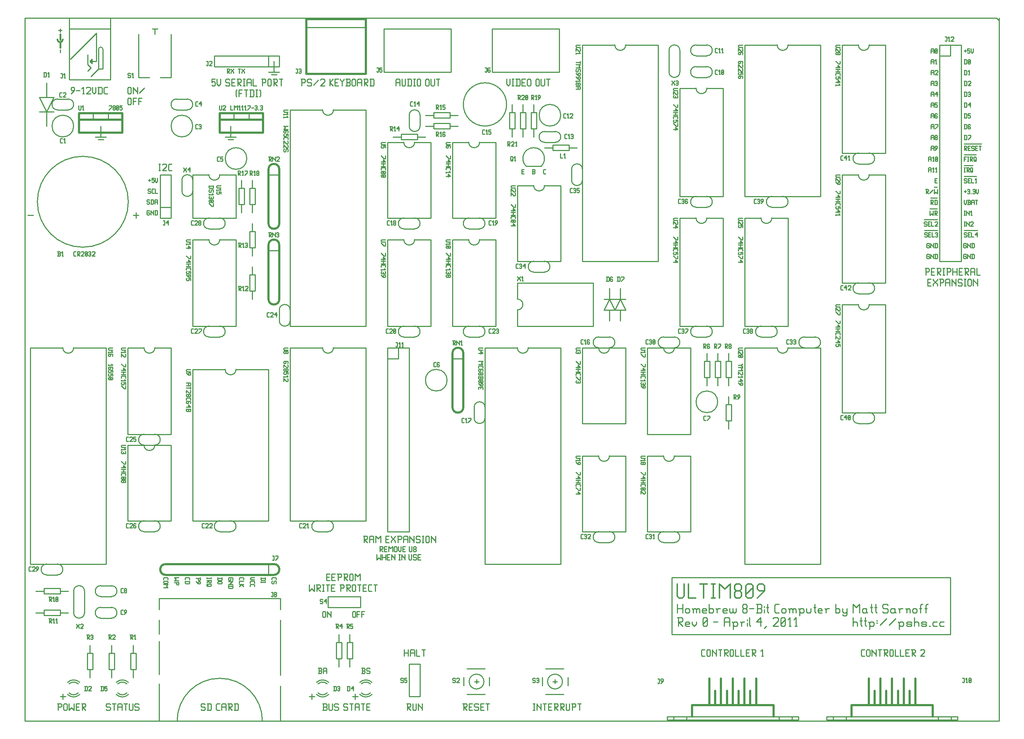
<source format=gbr>
G04 start of page 7 for group -4079 idx -4079 *
G04 Title: Ultim809, topsilk *
G04 Creator: pcb 20091103 *
G04 CreationDate: Tue Apr  5 07:19:05 2011 UTC *
G04 For: matt *
G04 Format: Gerber/RS-274X *
G04 PCB-Dimensions: 900000 650000 *
G04 PCB-Coordinate-Origin: lower left *
%MOIN*%
%FSLAX25Y25*%
%LNFRONTSILK*%
%ADD11C,0.0200*%
%ADD12C,0.0100*%
%ADD38C,0.0150*%
%ADD55C,0.0132*%
G54D12*X900000Y0D02*Y650000D01*
X867500Y523500D02*X878500D01*
X867500Y533500D02*X883500D01*
X836500Y483500D02*X842500D01*
X840000Y493500D02*X842500D01*
X867500Y513500D02*X875500D01*
X867500Y503500D02*X879000D01*
X836000Y473500D02*X842500D01*
X830500Y463500D02*X843000D01*
X867500Y453500D02*X880000D01*
X831000D02*X843000D01*
X855000Y80000D02*Y132500D01*
X897500Y650000D02*X900000Y647500D01*
X67500Y537500D02*X72500D01*
X70000Y550000D02*Y540000D01*
X65000D02*X75000D01*
X31000Y638500D02*X34000D01*
G54D38*X32500Y635000D02*Y630000D01*
Y627500D02*Y622500D01*
G54D12*Y620500D02*Y618000D01*
Y640000D02*Y637000D01*
X190000Y550000D02*Y542500D01*
Y550000D02*Y540000D01*
X185000D02*X195000D01*
X187500Y537500D02*X192500D01*
X225000Y600000D02*X235000D01*
X227500Y597500D02*X232500D01*
X230000Y610000D02*Y600000D01*
X0Y650000D02*X897500D01*
X267500Y22500D02*X262500D01*
X265000Y25000D02*Y20000D01*
X35000Y25000D02*Y20000D01*
X32500Y22500D02*X37500D01*
X305000Y25000D02*Y20000D01*
X307500Y22500D02*X302500D01*
X102500Y470000D02*Y465000D01*
X100000Y467500D02*X105000D01*
X7500D02*X2500D01*
X900000Y0D02*X0D01*
X597500Y132500D02*Y80000D01*
X855000D01*
Y132500D02*X597500D01*
X0Y0D02*Y650000D01*
G54D38*X30000Y630000D02*G75*G03X32500Y627500I2500J0D01*G01*
G75*G03X35000Y630000I0J2500D01*G01*
G54D12*X749000Y370000D02*X751500Y367500D01*
X753000D01*
Y370000D02*Y367500D01*
X751000Y366299D02*X753000Y364299D01*
X751000Y366299D02*Y363799D01*
X749000Y364299D02*X753000D01*
X749000Y362598D02*X753000D01*
X749000Y360098D02*X753000D01*
X751000Y362598D02*Y360098D01*
X749000Y358397D02*Y356897D01*
X749500Y358897D02*X749000Y358397D01*
X749500Y358897D02*X752500D01*
X753000Y358397D01*
Y356897D01*
X752500Y355696D02*X753000Y355196D01*
Y353696D01*
X752500Y353196D01*
X751500D02*X752500D01*
X749000Y355696D02*X751500Y353196D01*
X749000Y355696D02*Y353196D01*
X751000Y351995D02*X753000Y349995D01*
X751000Y351995D02*Y349495D01*
X749000Y349995D02*X753000D01*
Y348294D02*Y346294D01*
X751000Y348294D02*X753000D01*
X751000D02*X751500Y347794D01*
Y346794D01*
X751000Y346294D01*
X749500D02*X751000D01*
X749000Y346794D02*X749500Y346294D01*
X749000Y347794D02*Y346794D01*
X749500Y348294D02*X749000Y347794D01*
Y490000D02*X751500Y487500D01*
X753000D01*
Y490000D02*Y487500D01*
X751000Y486299D02*X753000Y484299D01*
X751000Y486299D02*Y483799D01*
X749000Y484299D02*X753000D01*
X749000Y482598D02*X753000D01*
X749000Y480098D02*X753000D01*
X751000Y482598D02*Y480098D01*
X749000Y478397D02*Y476897D01*
X749500Y478897D02*X749000Y478397D01*
X749500Y478897D02*X752500D01*
X753000Y478397D01*
Y476897D01*
Y475696D02*Y473696D01*
X751000Y475696D02*X753000D01*
X751000D02*X751500Y475196D01*
Y474196D01*
X751000Y473696D01*
X749500D02*X751000D01*
X749000Y474196D02*X749500Y473696D01*
X749000Y475196D02*Y474196D01*
X749500Y475696D02*X749000Y475196D01*
X751000Y472495D02*X753000Y470495D01*
X751000Y472495D02*Y469995D01*
X749000Y470495D02*X753000D01*
X749000Y468294D02*Y467294D01*
Y467794D02*X753000D01*
X752000Y468794D02*X753000Y467794D01*
X659000Y447500D02*X661500Y445000D01*
X663000D01*
Y447500D02*Y445000D01*
X661000Y443799D02*X663000Y441799D01*
X661000Y443799D02*Y441299D01*
X659000Y441799D02*X663000D01*
X659000Y440098D02*X663000D01*
X659000Y437598D02*X663000D01*
X661000Y440098D02*Y437598D01*
X659000Y435897D02*Y434397D01*
X659500Y436397D02*X659000Y435897D01*
X659500Y436397D02*X662500D01*
X663000Y435897D01*
Y434397D01*
Y433196D02*Y431196D01*
X661000Y433196D02*X663000D01*
X661000D02*X661500Y432696D01*
Y431696D01*
X661000Y431196D01*
X659500D02*X661000D01*
X659000Y431696D02*X659500Y431196D01*
X659000Y432696D02*Y431696D01*
X659500Y433196D02*X659000Y432696D01*
Y429995D02*X661500Y427495D01*
X663000D01*
Y429995D02*Y427495D01*
X661000Y426294D02*X663000Y424294D01*
X661000Y426294D02*Y423794D01*
X659000Y424294D02*X663000D01*
X662500Y330000D02*X663000D01*
X662500D02*X661500Y329000D01*
X662500Y328000D01*
X663000D01*
X659000Y329000D02*X661500D01*
X659000Y326799D02*X663000D01*
X661500Y325299D01*
X663000Y323799D01*
X659000D02*X663000D01*
X662500Y322598D02*X663000Y322098D01*
Y320598D01*
X662500Y320098D01*
X661500D02*X662500D01*
X659000Y322598D02*X661500Y320098D01*
X659000Y322598D02*Y320098D01*
Y318397D02*Y317397D01*
Y317897D02*X663000D01*
X662000Y318897D02*X663000Y317897D01*
X661000Y316196D02*X663000Y314196D01*
X661000Y316196D02*Y313696D01*
X659000Y314196D02*X663000D01*
X659000Y312495D02*X661000Y310495D01*
X662500D01*
X663000Y310995D02*X662500Y310495D01*
X663000Y311995D02*Y310995D01*
X662500Y312495D02*X663000Y311995D01*
X661500Y312495D02*X662500D01*
X661500D02*X661000Y311995D01*
Y310495D01*
X569000Y330000D02*X571500Y327500D01*
X573000D01*
Y330000D02*Y327500D01*
X571000Y326299D02*X573000Y324299D01*
X571000Y326299D02*Y323799D01*
X569000Y324299D02*X573000D01*
X569000Y322598D02*X573000D01*
X569000Y320098D02*X573000D01*
X571000Y322598D02*Y320098D01*
X569000Y318397D02*Y316897D01*
X569500Y318897D02*X569000Y318397D01*
X569500Y318897D02*X572500D01*
X573000Y318397D01*
Y316897D01*
X569000Y315196D02*Y314196D01*
Y314696D02*X573000D01*
X572000Y315696D02*X573000Y314696D01*
X572500Y312995D02*X573000Y312495D01*
Y311495D01*
X572500Y310995D01*
X569500D02*X572500D01*
X569000Y311495D02*X569500Y310995D01*
X569000Y312495D02*Y311495D01*
X569500Y312995D02*X569000Y312495D01*
X571000D02*Y310995D01*
X569000Y309794D02*X571000Y307794D01*
X572500D01*
X573000Y308294D02*X572500Y307794D01*
X573000Y309294D02*Y308294D01*
X572500Y309794D02*X573000Y309294D01*
X571500Y309794D02*X572500D01*
X571500D02*X571000Y309294D01*
Y307794D01*
X569000Y230000D02*X571500Y227500D01*
X573000D01*
Y230000D02*Y227500D01*
X571000Y226299D02*X573000Y224299D01*
X571000Y226299D02*Y223799D01*
X569000Y224299D02*X573000D01*
X569000Y222598D02*X573000D01*
X569000Y220098D02*X573000D01*
X571000Y222598D02*Y220098D01*
X569000Y218397D02*Y216897D01*
X569500Y218897D02*X569000Y218397D01*
X569500Y218897D02*X572500D01*
X573000Y218397D01*
Y216897D01*
X569500Y215696D02*X569000Y215196D01*
X569500Y215696D02*X572500D01*
X573000Y215196D01*
Y214196D01*
X572500Y213696D01*
X569500D02*X572500D01*
X569000Y214196D02*X569500Y213696D01*
X569000Y215196D02*Y214196D01*
X570000Y215696D02*X572000Y213696D01*
X572500Y212495D02*X573000Y211995D01*
Y210495D01*
X572500Y209995D01*
X571500D02*X572500D01*
X569000Y212495D02*X571500Y209995D01*
X569000Y212495D02*Y209995D01*
X509000Y230000D02*X511500Y227500D01*
X513000D01*
Y230000D02*Y227500D01*
X511000Y226299D02*X513000Y224299D01*
X511000Y226299D02*Y223799D01*
X509000Y224299D02*X513000D01*
X509000Y222598D02*X513000D01*
X509000Y220098D02*X513000D01*
X511000Y222598D02*Y220098D01*
X509000Y218397D02*Y216897D01*
X509500Y218897D02*X509000Y218397D01*
X509500Y218897D02*X512500D01*
X513000Y218397D01*
Y216897D01*
X509000Y215696D02*X511500Y213196D01*
X513000D01*
Y215696D02*Y213196D01*
X511000Y211995D02*X513000Y209995D01*
X511000Y211995D02*Y209495D01*
X509000Y209995D02*X513000D01*
X509000Y332500D02*X511500Y330000D01*
X513000D01*
Y332500D02*Y330000D01*
X511000Y328799D02*X513000Y326799D01*
X511000Y328799D02*Y326299D01*
X509000Y326799D02*X513000D01*
X509000Y325098D02*X513000D01*
X509000Y322598D02*X513000D01*
X511000Y325098D02*Y322598D01*
X509000Y320897D02*Y319397D01*
X509500Y321397D02*X509000Y320897D01*
X509500Y321397D02*X512500D01*
X513000Y320897D01*
Y319397D01*
X509000Y318196D02*X511500Y315696D01*
X513000D01*
Y318196D02*Y315696D01*
X512500Y314495D02*X513000Y313995D01*
Y312995D01*
X512500Y312495D01*
X509500D02*X512500D01*
X509000Y312995D02*X509500Y312495D01*
X509000Y313995D02*Y312995D01*
X509500Y314495D02*X509000Y313995D01*
X511000D02*Y312495D01*
X419000Y332500D02*X423000D01*
X421500Y331000D01*
X423000Y329500D01*
X419000D02*X423000D01*
X419000Y327799D02*Y326299D01*
X419500Y328299D02*X419000Y327799D01*
X419500Y328299D02*X422500D01*
X423000Y327799D01*
Y326299D01*
Y323598D02*X422500Y323098D01*
X423000Y324598D02*Y323598D01*
X422500Y325098D02*X423000Y324598D01*
X419500Y325098D02*X422500D01*
X419500D02*X419000Y324598D01*
X421000Y323598D02*X420500Y323098D01*
X421000Y325098D02*Y323598D01*
X419000Y324598D02*Y323598D01*
X419500Y323098D01*
X420500D01*
X419500Y321897D02*X419000Y321397D01*
X419500Y321897D02*X420500D01*
X421000Y321397D01*
Y320397D01*
X420500Y319897D01*
X419500D02*X420500D01*
X419000Y320397D02*X419500Y319897D01*
X419000Y321397D02*Y320397D01*
X421500Y321897D02*X421000Y321397D01*
X421500Y321897D02*X422500D01*
X423000Y321397D01*
Y320397D01*
X422500Y319897D01*
X421500D02*X422500D01*
X421000Y320397D02*X421500Y319897D01*
X419000Y318696D02*Y316696D01*
X419500Y316196D01*
X420500D01*
X421000Y316696D02*X420500Y316196D01*
X421000Y318196D02*Y316696D01*
X419000Y318196D02*X423000D01*
Y318696D02*Y316696D01*
X422500Y316196D01*
X421500D02*X422500D01*
X421000Y316696D02*X421500Y316196D01*
X419500Y314995D02*X419000Y314495D01*
X419500Y314995D02*X422500D01*
X423000Y314495D01*
Y313495D01*
X422500Y312995D01*
X419500D02*X422500D01*
X419000Y313495D02*X419500Y312995D01*
X419000Y314495D02*Y313495D01*
X420000Y314995D02*X422000Y312995D01*
X419000Y311794D02*X421000Y309794D01*
X422500D01*
X423000Y310294D02*X422500Y309794D01*
X423000Y311294D02*Y310294D01*
X422500Y311794D02*X423000Y311294D01*
X421500Y311794D02*X422500D01*
X421500D02*X421000Y311294D01*
Y309794D01*
Y308593D02*Y307093D01*
X419000Y308593D02*Y306593D01*
Y308593D02*X423000D01*
Y306593D01*
G54D55*X602500Y126690D02*Y115105D01*
X604155Y113450D01*
X607465D01*
X609120Y115105D01*
Y126690D02*Y115105D01*
X613095Y126690D02*Y113450D01*
X619715D01*
X623690Y126690D02*X630310D01*
X627000D02*Y113450D01*
X634285Y126690D02*X637595D01*
X635940D02*Y113450D01*
X634285D02*X637595D01*
X641571Y126690D02*Y113450D01*
Y126690D02*X646536Y121725D01*
X651501Y126690D01*
Y113450D01*
X655476Y115105D02*X657131Y113450D01*
X655476Y118415D02*Y115105D01*
Y118415D02*X657131Y120070D01*
X660441D01*
X662096Y118415D01*
Y115105D01*
X660441Y113450D02*X662096Y115105D01*
X657131Y113450D02*X660441D01*
X655476Y121725D02*X657131Y120070D01*
X655476Y125035D02*Y121725D01*
Y125035D02*X657131Y126690D01*
X660441D01*
X662096Y125035D01*
Y121725D01*
X660441Y120070D02*X662096Y121725D01*
X666071Y115105D02*X667726Y113450D01*
X666071Y125035D02*Y115105D01*
Y125035D02*X667726Y126690D01*
X671036D01*
X672691Y125035D01*
Y115105D01*
X671036Y113450D02*X672691Y115105D01*
X667726Y113450D02*X671036D01*
X666071Y116760D02*X672691Y123380D01*
X676667Y113450D02*X683287Y120070D01*
Y125035D02*Y120070D01*
X681632Y126690D02*X683287Y125035D01*
X678322Y126690D02*X681632D01*
X676667Y125035D02*X678322Y126690D01*
X676667Y125035D02*Y121725D01*
X678322Y120070D01*
X683287D01*
G54D12*X602500Y95510D02*X606480D01*
X607475Y94515D01*
Y92525D01*
X606480Y91530D02*X607475Y92525D01*
X603495Y91530D02*X606480D01*
X603495Y95510D02*Y87550D01*
Y91530D02*X607475Y87550D01*
X610859D02*X613844D01*
X609864Y88545D02*X610859Y87550D01*
X609864Y90535D02*Y88545D01*
Y90535D02*X610859Y91530D01*
X612849D01*
X613844Y90535D01*
X609864Y89540D02*X613844D01*
Y90535D02*Y89540D01*
X616234Y91530D02*Y89540D01*
X618224Y87550D01*
X620214Y89540D01*
Y91530D02*Y89540D01*
X626186Y88545D02*X627181Y87550D01*
X626186Y94515D02*Y88545D01*
Y94515D02*X627181Y95510D01*
X629171D01*
X630166Y94515D01*
Y88545D01*
X629171Y87550D02*X630166Y88545D01*
X627181Y87550D02*X629171D01*
X626186Y89540D02*X630166Y93520D01*
X636138Y91530D02*X640118D01*
X646090Y94515D02*Y87550D01*
Y94515D02*X647085Y95510D01*
X650070D01*
X651065Y94515D01*
Y87550D01*
X646090Y91530D02*X651065D01*
X654450Y90535D02*Y84565D01*
X653455Y91530D02*X654450Y90535D01*
X655445Y91530D01*
X657435D01*
X658430Y90535D01*
Y88545D01*
X657435Y87550D02*X658430Y88545D01*
X655445Y87550D02*X657435D01*
X654450Y88545D02*X655445Y87550D01*
X661815Y90535D02*Y87550D01*
Y90535D02*X662810Y91530D01*
X664800D01*
X660820D02*X661815Y90535D01*
X667190Y93520D02*Y92525D01*
Y90535D02*Y87550D01*
X669182Y95510D02*Y88545D01*
X670177Y87550D01*
X675751Y91530D02*X679731Y95510D01*
X675751Y91530D02*X680726D01*
X679731Y95510D02*Y87550D01*
X683116Y85560D02*X685106Y87550D01*
X691078Y94515D02*X692073Y95510D01*
X695058D01*
X696053Y94515D01*
Y92525D01*
X691078Y87550D02*X696053Y92525D01*
X691078Y87550D02*X696053D01*
X698443Y88545D02*X699438Y87550D01*
X698443Y94515D02*Y88545D01*
Y94515D02*X699438Y95510D01*
X701428D01*
X702423Y94515D01*
Y88545D01*
X701428Y87550D02*X702423Y88545D01*
X699438Y87550D02*X701428D01*
X698443Y89540D02*X702423Y93520D01*
X705808Y87550D02*X707798D01*
X706803Y95510D02*Y87550D01*
X704813Y93520D02*X706803Y95510D01*
X711183Y87550D02*X713173D01*
X712178Y95510D02*Y87550D01*
X710188Y93520D02*X712178Y95510D01*
X765000D02*Y87550D01*
Y90535D02*X765995Y91530D01*
X767985D01*
X768980Y90535D01*
Y87550D01*
X772364Y95510D02*Y88545D01*
X773359Y87550D01*
X771369Y92525D02*X773359D01*
X776346Y95510D02*Y88545D01*
X777341Y87550D01*
X775351Y92525D02*X777341D01*
X780328Y90535D02*Y84565D01*
X779333Y91530D02*X780328Y90535D01*
X781323Y91530D01*
X783313D01*
X784308Y90535D01*
Y88545D01*
X783313Y87550D02*X784308Y88545D01*
X781323Y87550D02*X783313D01*
X780328Y88545D02*X781323Y87550D01*
X786698Y92525D02*X787693D01*
X786698Y90535D02*X787693D01*
X790083Y88545D02*X796053Y94515D01*
X798443Y88545D02*X804413Y94515D01*
X807798Y90535D02*Y84565D01*
X806803Y91530D02*X807798Y90535D01*
X808793Y91530D01*
X810783D01*
X811778Y90535D01*
Y88545D01*
X810783Y87550D02*X811778Y88545D01*
X808793Y87550D02*X810783D01*
X807798Y88545D02*X808793Y87550D01*
X815163D02*X818148D01*
X819143Y88545D01*
X818148Y89540D02*X819143Y88545D01*
X815163Y89540D02*X818148D01*
X814168Y90535D02*X815163Y89540D01*
X814168Y90535D02*X815163Y91530D01*
X818148D01*
X819143Y90535D01*
X814168Y88545D02*X815163Y87550D01*
X821533Y95510D02*Y87550D01*
Y90535D02*X822528Y91530D01*
X824518D01*
X825513Y90535D01*
Y87550D01*
X828898D02*X831883D01*
X832878Y88545D01*
X831883Y89540D02*X832878Y88545D01*
X828898Y89540D02*X831883D01*
X827903Y90535D02*X828898Y89540D01*
X827903Y90535D02*X828898Y91530D01*
X831883D01*
X832878Y90535D01*
X827903Y88545D02*X828898Y87550D01*
X835268D02*X836263D01*
X839648Y91530D02*X842633D01*
X838653Y90535D02*X839648Y91530D01*
X838653Y90535D02*Y88545D01*
X839648Y87550D01*
X842633D01*
X846018Y91530D02*X849003D01*
X845023Y90535D02*X846018Y91530D01*
X845023Y90535D02*Y88545D01*
X846018Y87550D01*
X849003D01*
X602500Y108010D02*Y100050D01*
X607475Y108010D02*Y100050D01*
X602500Y104030D02*X607475D01*
X609864Y103035D02*Y101045D01*
Y103035D02*X610859Y104030D01*
X612849D01*
X613844Y103035D01*
Y101045D01*
X612849Y100050D02*X613844Y101045D01*
X610859Y100050D02*X612849D01*
X609864Y101045D02*X610859Y100050D01*
X617229Y103035D02*Y100050D01*
Y103035D02*X618224Y104030D01*
X619219D01*
X620214Y103035D01*
Y100050D01*
Y103035D02*X621209Y104030D01*
X622204D01*
X623199Y103035D01*
Y100050D01*
X616234Y104030D02*X617229Y103035D01*
X626584Y100050D02*X629569D01*
X625589Y101045D02*X626584Y100050D01*
X625589Y103035D02*Y101045D01*
Y103035D02*X626584Y104030D01*
X628574D01*
X629569Y103035D01*
X625589Y102040D02*X629569D01*
Y103035D02*Y102040D01*
X631959Y108010D02*Y100050D01*
Y101045D02*X632954Y100050D01*
X634944D01*
X635939Y101045D01*
Y103035D02*Y101045D01*
X634944Y104030D02*X635939Y103035D01*
X632954Y104030D02*X634944D01*
X631959Y103035D02*X632954Y104030D01*
X639324Y103035D02*Y100050D01*
Y103035D02*X640319Y104030D01*
X642309D01*
X638329D02*X639324Y103035D01*
X645694Y100050D02*X648679D01*
X644699Y101045D02*X645694Y100050D01*
X644699Y103035D02*Y101045D01*
Y103035D02*X645694Y104030D01*
X647684D01*
X648679Y103035D01*
X644699Y102040D02*X648679D01*
Y103035D02*Y102040D01*
X651069Y104030D02*Y101045D01*
X652064Y100050D01*
X653059D01*
X654054Y101045D01*
Y104030D02*Y101045D01*
X655049Y100050D01*
X656044D01*
X657039Y101045D01*
Y104030D02*Y101045D01*
X663011D02*X664006Y100050D01*
X663011Y103035D02*Y101045D01*
Y103035D02*X664006Y104030D01*
X665996D01*
X666991Y103035D01*
Y101045D01*
X665996Y100050D02*X666991Y101045D01*
X664006Y100050D02*X665996D01*
X663011Y105025D02*X664006Y104030D01*
X663011Y107015D02*Y105025D01*
Y107015D02*X664006Y108010D01*
X665996D01*
X666991Y107015D01*
Y105025D01*
X665996Y104030D02*X666991Y105025D01*
X669381Y104030D02*X673361D01*
X675751Y100050D02*X679731D01*
X680726Y101045D01*
Y103035D02*Y101045D01*
X679731Y104030D02*X680726Y103035D01*
X676746Y104030D02*X679731D01*
X676746Y108010D02*Y100050D01*
X675751Y108010D02*X679731D01*
X680726Y107015D01*
Y105025D01*
X679731Y104030D02*X680726Y105025D01*
X683116Y106020D02*Y105025D01*
Y103035D02*Y100050D01*
X686103Y108010D02*Y101045D01*
X687098Y100050D01*
X685108Y105025D02*X687098D01*
X693667Y100050D02*X696652D01*
X692672Y101045D02*X693667Y100050D01*
X692672Y107015D02*Y101045D01*
Y107015D02*X693667Y108010D01*
X696652D01*
X699042Y103035D02*Y101045D01*
Y103035D02*X700037Y104030D01*
X702027D01*
X703022Y103035D01*
Y101045D01*
X702027Y100050D02*X703022Y101045D01*
X700037Y100050D02*X702027D01*
X699042Y101045D02*X700037Y100050D01*
X706407Y103035D02*Y100050D01*
Y103035D02*X707402Y104030D01*
X708397D01*
X709392Y103035D01*
Y100050D01*
Y103035D02*X710387Y104030D01*
X711382D01*
X712377Y103035D01*
Y100050D01*
X705412Y104030D02*X706407Y103035D01*
X715762D02*Y97065D01*
X714767Y104030D02*X715762Y103035D01*
X716757Y104030D01*
X718747D01*
X719742Y103035D01*
Y101045D01*
X718747Y100050D02*X719742Y101045D01*
X716757Y100050D02*X718747D01*
X715762Y101045D02*X716757Y100050D01*
X722132Y104030D02*Y101045D01*
X723127Y100050D01*
X725117D01*
X726112Y101045D01*
Y104030D02*Y101045D01*
X729497Y108010D02*Y101045D01*
X730492Y100050D01*
X728502Y105025D02*X730492D01*
X733479Y100050D02*X736464D01*
X732484Y101045D02*X733479Y100050D01*
X732484Y103035D02*Y101045D01*
Y103035D02*X733479Y104030D01*
X735469D01*
X736464Y103035D01*
X732484Y102040D02*X736464D01*
Y103035D02*Y102040D01*
X739849Y103035D02*Y100050D01*
Y103035D02*X740844Y104030D01*
X742834D01*
X738854D02*X739849Y103035D01*
X748806Y108010D02*Y100050D01*
Y101045D02*X749801Y100050D01*
X751791D01*
X752786Y101045D01*
Y103035D02*Y101045D01*
X751791Y104030D02*X752786Y103035D01*
X749801Y104030D02*X751791D01*
X748806Y103035D02*X749801Y104030D01*
X755176D02*Y101045D01*
X756171Y100050D01*
X759156Y104030D02*Y98060D01*
X758161Y97065D02*X759156Y98060D01*
X756171Y97065D02*X758161D01*
X755176Y98060D02*X756171Y97065D01*
Y100050D02*X758161D01*
X759156Y101045D01*
X765128Y108010D02*Y100050D01*
Y108010D02*X768113Y105025D01*
X771098Y108010D01*
Y100050D01*
X776473Y104030D02*X777468Y103035D01*
X774483Y104030D02*X776473D01*
X773488Y103035D02*X774483Y104030D01*
X773488Y103035D02*Y101045D01*
X774483Y100050D01*
X777468Y104030D02*Y101045D01*
X778463Y100050D01*
X774483D02*X776473D01*
X777468Y101045D01*
X781848Y108010D02*Y101045D01*
X782843Y100050D01*
X780853Y105025D02*X782843D01*
X785830Y108010D02*Y101045D01*
X786825Y100050D01*
X784835Y105025D02*X786825D01*
X796379Y108010D02*X797374Y107015D01*
X793394Y108010D02*X796379D01*
X792399Y107015D02*X793394Y108010D01*
X792399Y107015D02*Y105025D01*
X793394Y104030D01*
X796379D01*
X797374Y103035D01*
Y101045D01*
X796379Y100050D02*X797374Y101045D01*
X793394Y100050D02*X796379D01*
X792399Y101045D02*X793394Y100050D01*
X802749Y104030D02*X803744Y103035D01*
X800759Y104030D02*X802749D01*
X799764Y103035D02*X800759Y104030D01*
X799764Y103035D02*Y101045D01*
X800759Y100050D01*
X803744Y104030D02*Y101045D01*
X804739Y100050D01*
X800759D02*X802749D01*
X803744Y101045D01*
X808124Y103035D02*Y100050D01*
Y103035D02*X809119Y104030D01*
X811109D01*
X807129D02*X808124Y103035D01*
X814494D02*Y100050D01*
Y103035D02*X815489Y104030D01*
X816484D01*
X817479Y103035D01*
Y100050D01*
X813499Y104030D02*X814494Y103035D01*
X819869D02*Y101045D01*
Y103035D02*X820864Y104030D01*
X822854D01*
X823849Y103035D01*
Y101045D01*
X822854Y100050D02*X823849Y101045D01*
X820864Y100050D02*X822854D01*
X819869Y101045D02*X820864Y100050D01*
X827234Y107015D02*Y100050D01*
Y107015D02*X828229Y108010D01*
X829224D01*
X826239Y104030D02*X828229D01*
X832211Y107015D02*Y100050D01*
Y107015D02*X833206Y108010D01*
X834201D01*
X831216Y104030D02*X833206D01*
X625775Y59750D02*X628100D01*
X625000Y60525D02*X625775Y59750D01*
X625000Y65175D02*Y60525D01*
Y65175D02*X625775Y65950D01*
X628100D01*
X629961Y65175D02*Y60525D01*
Y65175D02*X630736Y65950D01*
X632286D01*
X633061Y65175D01*
Y60525D01*
X632286Y59750D02*X633061Y60525D01*
X630736Y59750D02*X632286D01*
X629961Y60525D02*X630736Y59750D01*
X634923Y65950D02*Y59750D01*
Y65950D02*Y65175D01*
X638798Y61300D01*
Y65950D02*Y59750D01*
X640659Y65950D02*X643759D01*
X642209D02*Y59750D01*
X645621Y65950D02*X648721D01*
X649496Y65175D01*
Y63625D01*
X648721Y62850D02*X649496Y63625D01*
X646396Y62850D02*X648721D01*
X646396Y65950D02*Y59750D01*
Y62850D02*X649496Y59750D01*
X651357Y65175D02*Y60525D01*
Y65175D02*X652132Y65950D01*
X653682D01*
X654457Y65175D01*
Y60525D01*
X653682Y59750D02*X654457Y60525D01*
X652132Y59750D02*X653682D01*
X651357Y60525D02*X652132Y59750D01*
X656319Y65950D02*Y59750D01*
X659419D01*
X661280Y65950D02*Y59750D01*
X664380D01*
X666242Y62850D02*X668567D01*
X666242Y59750D02*X669342D01*
X666242Y65950D02*Y59750D01*
Y65950D02*X669342D01*
X671203D02*X674303D01*
X675078Y65175D01*
Y63625D01*
X674303Y62850D02*X675078Y63625D01*
X671978Y62850D02*X674303D01*
X671978Y65950D02*Y59750D01*
Y62850D02*X675078Y59750D01*
X680505D02*X682055D01*
X681280Y65950D02*Y59750D01*
X679730Y64400D02*X681280Y65950D01*
X773275Y59750D02*X775600D01*
X772500Y60525D02*X773275Y59750D01*
X772500Y65175D02*Y60525D01*
Y65175D02*X773275Y65950D01*
X775600D01*
X777461Y65175D02*Y60525D01*
Y65175D02*X778236Y65950D01*
X779786D01*
X780561Y65175D01*
Y60525D01*
X779786Y59750D02*X780561Y60525D01*
X778236Y59750D02*X779786D01*
X777461Y60525D02*X778236Y59750D01*
X782423Y65950D02*Y59750D01*
Y65950D02*Y65175D01*
X786298Y61300D01*
Y65950D02*Y59750D01*
X788159Y65950D02*X791259D01*
X789709D02*Y59750D01*
X793121Y65950D02*X796221D01*
X796996Y65175D01*
Y63625D01*
X796221Y62850D02*X796996Y63625D01*
X793896Y62850D02*X796221D01*
X793896Y65950D02*Y59750D01*
Y62850D02*X796996Y59750D01*
X798857Y65175D02*Y60525D01*
Y65175D02*X799632Y65950D01*
X801182D01*
X801957Y65175D01*
Y60525D01*
X801182Y59750D02*X801957Y60525D01*
X799632Y59750D02*X801182D01*
X798857Y60525D02*X799632Y59750D01*
X803819Y65950D02*Y59750D01*
X806919D01*
X808780Y65950D02*Y59750D01*
X811880D01*
X813742Y62850D02*X816067D01*
X813742Y59750D02*X816842D01*
X813742Y65950D02*Y59750D01*
Y65950D02*X816842D01*
X818703D02*X821803D01*
X822578Y65175D01*
Y63625D01*
X821803Y62850D02*X822578Y63625D01*
X819478Y62850D02*X821803D01*
X819478Y65950D02*Y59750D01*
Y62850D02*X822578Y59750D01*
X827230Y65175D02*X828005Y65950D01*
X830330D01*
X831105Y65175D01*
Y63625D01*
X827230Y59750D02*X831105Y63625D01*
X827230Y59750D02*X831105D01*
X749000Y610000D02*X751500Y607500D01*
X753000D01*
Y610000D02*Y607500D01*
X751000Y606299D02*X753000Y604299D01*
X751000Y606299D02*Y603799D01*
X749000Y604299D02*X753000D01*
X749000Y602598D02*X753000D01*
X749000Y600098D02*X753000D01*
X751000Y602598D02*Y600098D01*
X749000Y598397D02*Y596897D01*
X749500Y598897D02*X749000Y598397D01*
X749500Y598897D02*X752500D01*
X753000Y598397D01*
Y596897D01*
Y595696D02*Y593696D01*
X751000Y595696D02*X753000D01*
X751000D02*X751500Y595196D01*
Y594196D01*
X751000Y593696D01*
X749500D02*X751000D01*
X749000Y594196D02*X749500Y593696D01*
X749000Y595196D02*Y594196D01*
X749500Y595696D02*X749000Y595196D01*
X751000Y592495D02*X753000Y590495D01*
X751000Y592495D02*Y589995D01*
X749000Y590495D02*X753000D01*
X749000Y588294D02*Y587294D01*
Y587794D02*X753000D01*
X752000Y588794D02*X753000Y587794D01*
X837000Y611000D02*Y607500D01*
Y611000D02*X837500Y611500D01*
X839000D01*
X839500Y611000D01*
Y607500D01*
X837000Y609500D02*X839500D01*
X841201Y607500D02*X842201D01*
X841701Y611500D02*Y607500D01*
X840701Y610500D02*X841701Y611500D01*
X837000Y621000D02*Y617500D01*
Y621000D02*X837500Y621500D01*
X839000D01*
X839500Y621000D01*
Y617500D01*
X837000Y619500D02*X839500D01*
X840701Y618000D02*X841201Y617500D01*
X840701Y621000D02*Y618000D01*
Y621000D02*X841201Y621500D01*
X842201D01*
X842701Y621000D01*
Y618000D01*
X842201Y617500D02*X842701Y618000D01*
X841201Y617500D02*X842201D01*
X840701Y618500D02*X842701Y620500D01*
X837000Y591000D02*Y587500D01*
Y591000D02*X837500Y591500D01*
X839000D01*
X839500Y591000D01*
Y587500D01*
X837000Y589500D02*X839500D01*
X840701Y591000D02*X841201Y591500D01*
X842201D01*
X842701Y591000D01*
Y588000D01*
X842201Y587500D02*X842701Y588000D01*
X841201Y587500D02*X842201D01*
X840701Y588000D02*X841201Y587500D01*
Y589500D02*X842701D01*
X663000Y608500D02*X662500Y608000D01*
X663000Y609500D02*Y608500D01*
X662500Y610000D02*X663000Y609500D01*
X659500Y610000D02*X662500D01*
X659500D02*X659000Y609500D01*
X661000Y608500D02*X660500Y608000D01*
X661000Y610000D02*Y608500D01*
X659000Y609500D02*Y608500D01*
X659500Y608000D01*
X660500D01*
X662500Y606799D02*X663000Y606299D01*
Y604799D01*
X662500Y604299D01*
X661500D02*X662500D01*
X659000Y606799D02*X661500Y604299D01*
X659000Y606799D02*Y604299D01*
X662500Y603098D02*X663000Y602598D01*
Y601098D01*
X662500Y600598D01*
X661500D02*X662500D01*
X659000Y603098D02*X661500Y600598D01*
X659000Y603098D02*Y600598D01*
X663000Y599397D02*Y597397D01*
X661000Y599397D02*X663000D01*
X661000D02*X661500Y598897D01*
Y597897D01*
X661000Y597397D01*
X659500D02*X661000D01*
X659000Y597897D02*X659500Y597397D01*
X659000Y598897D02*Y597897D01*
X659500Y599397D02*X659000Y598897D01*
X663000Y594696D02*X662500Y594196D01*
X663000Y595696D02*Y594696D01*
X662500Y596196D02*X663000Y595696D01*
X659500Y596196D02*X662500D01*
X659500D02*X659000Y595696D01*
X661000Y594696D02*X660500Y594196D01*
X661000Y596196D02*Y594696D01*
X659000Y595696D02*Y594696D01*
X659500Y594196D01*
X660500D01*
X468500Y506000D02*X470500D01*
X471000Y506500D01*
Y507500D02*Y506500D01*
X470500Y508000D02*X471000Y507500D01*
X469000Y508000D02*X470500D01*
X469000Y510000D02*Y506000D01*
X468500Y510000D02*X470500D01*
X471000Y509500D01*
Y508500D01*
X470500Y508000D02*X471000Y508500D01*
X459000Y508000D02*X460500D01*
X459000Y506000D02*X461000D01*
X459000Y510000D02*Y506000D01*
Y510000D02*X461000D01*
X479500Y506000D02*X481000D01*
X479000Y506500D02*X479500Y506000D01*
X479000Y509500D02*Y506500D01*
Y509500D02*X479500Y510000D01*
X481000D01*
X445000Y593450D02*Y588800D01*
X446550Y587250D01*
X448100Y588800D01*
Y593450D02*Y588800D01*
X449961Y593450D02*X451511D01*
X450736D02*Y587250D01*
X449961D02*X451511D01*
X454148Y593450D02*Y587250D01*
X456473Y593450D02*X457248Y592675D01*
Y588025D01*
X456473Y587250D02*X457248Y588025D01*
X453373Y587250D02*X456473D01*
X453373Y593450D02*X456473D01*
X459109Y590350D02*X461434D01*
X459109Y587250D02*X462209D01*
X459109Y593450D02*Y587250D01*
Y593450D02*X462209D01*
X464071Y592675D02*Y588025D01*
Y592675D02*X464846Y593450D01*
X466396D01*
X467171Y592675D01*
Y588025D01*
X466396Y587250D02*X467171Y588025D01*
X464846Y587250D02*X466396D01*
X464071Y588025D02*X464846Y587250D01*
X471822Y592675D02*Y588025D01*
Y592675D02*X472597Y593450D01*
X474147D01*
X474922Y592675D01*
Y588025D01*
X474147Y587250D02*X474922Y588025D01*
X472597Y587250D02*X474147D01*
X471822Y588025D02*X472597Y587250D01*
X476784Y593450D02*Y588025D01*
X477559Y587250D01*
X479109D01*
X479884Y588025D01*
Y593450D02*Y588025D01*
X481745Y593450D02*X484845D01*
X483295D02*Y587250D01*
X832275Y418450D02*Y412250D01*
X831500Y418450D02*X834600D01*
X835375Y417675D01*
Y416125D01*
X834600Y415350D02*X835375Y416125D01*
X832275Y415350D02*X834600D01*
X837236D02*X839561D01*
X837236Y412250D02*X840336D01*
X837236Y418450D02*Y412250D01*
Y418450D02*X840336D01*
X842198D02*X845298D01*
X846073Y417675D01*
Y416125D01*
X845298Y415350D02*X846073Y416125D01*
X842973Y415350D02*X845298D01*
X842973Y418450D02*Y412250D01*
Y415350D02*X846073Y412250D01*
X847934Y418450D02*X849484D01*
X848709D02*Y412250D01*
X847934D02*X849484D01*
X852121Y418450D02*Y412250D01*
X851346Y418450D02*X854446D01*
X855221Y417675D01*
Y416125D01*
X854446Y415350D02*X855221Y416125D01*
X852121Y415350D02*X854446D01*
X857082Y418450D02*Y412250D01*
X860957Y418450D02*Y412250D01*
X857082Y415350D02*X860957D01*
X862819D02*X865144D01*
X862819Y412250D02*X865919D01*
X862819Y418450D02*Y412250D01*
Y418450D02*X865919D01*
X867780D02*X870880D01*
X871655Y417675D01*
Y416125D01*
X870880Y415350D02*X871655Y416125D01*
X868555Y415350D02*X870880D01*
X868555Y418450D02*Y412250D01*
Y415350D02*X871655Y412250D01*
X873517Y417675D02*Y412250D01*
Y417675D02*X874292Y418450D01*
X876617D01*
X877392Y417675D01*
Y412250D01*
X873517Y415350D02*X877392D01*
X879253Y418450D02*Y412250D01*
X882353D01*
X869000Y431500D02*X869500Y431000D01*
X867500Y431500D02*X869000D01*
X867000Y431000D02*X867500Y431500D01*
X867000Y431000D02*Y428000D01*
X867500Y427500D01*
X869000D01*
X869500Y428000D01*
Y429000D02*Y428000D01*
X869000Y429500D02*X869500Y429000D01*
X868000Y429500D02*X869000D01*
X870701Y431500D02*Y427500D01*
Y431500D02*Y431000D01*
X873201Y428500D01*
Y431500D02*Y427500D01*
X874902Y431500D02*Y427500D01*
X876402Y431500D02*X876902Y431000D01*
Y428000D01*
X876402Y427500D02*X876902Y428000D01*
X874402Y427500D02*X876402D01*
X874402Y431500D02*X876402D01*
X835000D02*X835500Y431000D01*
X833500Y431500D02*X835000D01*
X833000Y431000D02*X833500Y431500D01*
X833000Y431000D02*Y428000D01*
X833500Y427500D01*
X835000D01*
X835500Y428000D01*
Y429000D02*Y428000D01*
X835000Y429500D02*X835500Y429000D01*
X834000Y429500D02*X835000D01*
X836701Y431500D02*Y427500D01*
Y431500D02*Y431000D01*
X839201Y428500D01*
Y431500D02*Y427500D01*
X840902Y431500D02*Y427500D01*
X842402Y431500D02*X842902Y431000D01*
Y428000D01*
X842402Y427500D02*X842902Y428000D01*
X840402Y427500D02*X842402D01*
X840402Y431500D02*X842402D01*
X834000Y405350D02*X836325D01*
X834000Y402250D02*X837100D01*
X834000Y408450D02*Y402250D01*
Y408450D02*X837100D01*
X838961D02*Y407675D01*
X842836Y403800D01*
Y402250D01*
X838961Y403800D02*Y402250D01*
Y403800D02*X842836Y407675D01*
Y408450D02*Y407675D01*
X845473Y408450D02*Y402250D01*
X844698Y408450D02*X847798D01*
X848573Y407675D01*
Y406125D01*
X847798Y405350D02*X848573Y406125D01*
X845473Y405350D02*X847798D01*
X850434Y407675D02*Y402250D01*
Y407675D02*X851209Y408450D01*
X853534D01*
X854309Y407675D01*
Y402250D01*
X850434Y405350D02*X854309D01*
X856171Y408450D02*Y402250D01*
Y408450D02*Y407675D01*
X860046Y403800D01*
Y408450D02*Y402250D01*
X865007Y408450D02*X865782Y407675D01*
X862682Y408450D02*X865007D01*
X861907Y407675D02*X862682Y408450D01*
X861907Y407675D02*Y406125D01*
X862682Y405350D01*
X865007D01*
X865782Y404575D01*
Y403025D01*
X865007Y402250D02*X865782Y403025D01*
X862682Y402250D02*X865007D01*
X861907Y403025D02*X862682Y402250D01*
X867644Y408450D02*X869194D01*
X868419D02*Y402250D01*
X867644D02*X869194D01*
X871055Y407675D02*Y403025D01*
Y407675D02*X871830Y408450D01*
X873380D01*
X874155Y407675D01*
Y403025D01*
X873380Y402250D02*X874155Y403025D01*
X871830Y402250D02*X873380D01*
X871055Y403025D02*X871830Y402250D01*
X876017Y408450D02*Y402250D01*
Y408450D02*Y407675D01*
X879892Y403800D01*
Y408450D02*Y402250D01*
X868000Y541500D02*Y537500D01*
X869500Y541500D02*X870000Y541000D01*
Y538000D01*
X869500Y537500D02*X870000Y538000D01*
X867500Y537500D02*X869500D01*
X867500Y541500D02*X869500D01*
X871201Y537500D02*X873701Y540000D01*
Y541500D02*Y540000D01*
X871201Y541500D02*X873701D01*
X868000Y551500D02*Y547500D01*
X869500Y551500D02*X870000Y551000D01*
Y548000D01*
X869500Y547500D02*X870000Y548000D01*
X867500Y547500D02*X869500D01*
X867500Y551500D02*X869500D01*
X872701D02*X873201Y551000D01*
X871701Y551500D02*X872701D01*
X871201Y551000D02*X871701Y551500D01*
X871201Y551000D02*Y548000D01*
X871701Y547500D01*
X872701Y549500D02*X873201Y549000D01*
X871201Y549500D02*X872701D01*
X871701Y547500D02*X872701D01*
X873201Y548000D01*
Y549000D02*Y548000D01*
X868000Y561500D02*Y557500D01*
X869500Y561500D02*X870000Y561000D01*
Y558000D01*
X869500Y557500D02*X870000Y558000D01*
X867500Y557500D02*X869500D01*
X867500Y561500D02*X869500D01*
X871201D02*X873201D01*
X871201D02*Y559500D01*
X871701Y560000D01*
X872701D01*
X873201Y559500D01*
Y558000D01*
X872701Y557500D02*X873201Y558000D01*
X871701Y557500D02*X872701D01*
X871201Y558000D02*X871701Y557500D01*
X837000Y541000D02*Y537500D01*
Y541000D02*X837500Y541500D01*
X839000D01*
X839500Y541000D01*
Y537500D01*
X837000Y539500D02*X839500D01*
X840701Y538000D02*X841201Y537500D01*
X840701Y539000D02*Y538000D01*
Y539000D02*X841201Y539500D01*
X842201D01*
X842701Y539000D01*
Y538000D01*
X842201Y537500D02*X842701Y538000D01*
X841201Y537500D02*X842201D01*
X840701Y540000D02*X841201Y539500D01*
X840701Y541000D02*Y540000D01*
Y541000D02*X841201Y541500D01*
X842201D01*
X842701Y541000D01*
Y540000D01*
X842201Y539500D02*X842701Y540000D01*
X837000Y551000D02*Y547500D01*
Y551000D02*X837500Y551500D01*
X839000D01*
X839500Y551000D01*
Y547500D01*
X837000Y549500D02*X839500D01*
X840701Y547500D02*X843201Y550000D01*
Y551500D02*Y550000D01*
X840701Y551500D02*X843201D01*
X837000Y561000D02*Y557500D01*
Y561000D02*X837500Y561500D01*
X839000D01*
X839500Y561000D01*
Y557500D01*
X837000Y559500D02*X839500D01*
X842201Y561500D02*X842701Y561000D01*
X841201Y561500D02*X842201D01*
X840701Y561000D02*X841201Y561500D01*
X840701Y561000D02*Y558000D01*
X841201Y557500D01*
X842201Y559500D02*X842701Y559000D01*
X840701Y559500D02*X842201D01*
X841201Y557500D02*X842201D01*
X842701Y558000D01*
Y559000D02*Y558000D01*
X868000Y601500D02*Y597500D01*
X869500Y601500D02*X870000Y601000D01*
Y598000D01*
X869500Y597500D02*X870000Y598000D01*
X867500Y597500D02*X869500D01*
X867500Y601500D02*X869500D01*
X871701Y597500D02*X872701D01*
X872201Y601500D02*Y597500D01*
X871201Y600500D02*X872201Y601500D01*
X868000Y611500D02*Y607500D01*
X869500Y611500D02*X870000Y611000D01*
Y608000D01*
X869500Y607500D02*X870000Y608000D01*
X867500Y607500D02*X869500D01*
X867500Y611500D02*X869500D01*
X871201Y608000D02*X871701Y607500D01*
X871201Y611000D02*Y608000D01*
Y611000D02*X871701Y611500D01*
X872701D01*
X873201Y611000D01*
Y608000D01*
X872701Y607500D02*X873201Y608000D01*
X871701Y607500D02*X872701D01*
X871201Y608500D02*X873201Y610500D01*
X867500Y619500D02*X869500D01*
X868500Y620500D02*Y618500D01*
X870701Y621500D02*X872701D01*
X870701D02*Y619500D01*
X871201Y620000D01*
X872201D01*
X872701Y619500D01*
Y618000D01*
X872201Y617500D02*X872701Y618000D01*
X871201Y617500D02*X872201D01*
X870701Y618000D02*X871201Y617500D01*
X873902Y621500D02*Y618500D01*
X874902Y617500D01*
X875902Y618500D01*
Y621500D02*Y618500D01*
X868000Y571500D02*Y567500D01*
X869500Y571500D02*X870000Y571000D01*
Y568000D01*
X869500Y567500D02*X870000Y568000D01*
X867500Y567500D02*X869500D01*
X867500Y571500D02*X869500D01*
X871201Y569500D02*X873201Y571500D01*
X871201Y569500D02*X873701D01*
X873201Y571500D02*Y567500D01*
X868000Y581500D02*Y577500D01*
X869500Y581500D02*X870000Y581000D01*
Y578000D01*
X869500Y577500D02*X870000Y578000D01*
X867500Y577500D02*X869500D01*
X867500Y581500D02*X869500D01*
X871201Y581000D02*X871701Y581500D01*
X872701D01*
X873201Y581000D01*
Y578000D01*
X872701Y577500D02*X873201Y578000D01*
X871701Y577500D02*X872701D01*
X871201Y578000D02*X871701Y577500D01*
Y579500D02*X873201D01*
X868000Y591500D02*Y587500D01*
X869500Y591500D02*X870000Y591000D01*
Y588000D01*
X869500Y587500D02*X870000Y588000D01*
X867500Y587500D02*X869500D01*
X867500Y591500D02*X869500D01*
X871201Y591000D02*X871701Y591500D01*
X873201D01*
X873701Y591000D01*
Y590000D01*
X871201Y587500D02*X873701Y590000D01*
X871201Y587500D02*X873701D01*
X837000Y571000D02*Y567500D01*
Y571000D02*X837500Y571500D01*
X839000D01*
X839500Y571000D01*
Y567500D01*
X837000Y569500D02*X839500D01*
X840701Y571500D02*X842701D01*
X840701D02*Y569500D01*
X841201Y570000D01*
X842201D01*
X842701Y569500D01*
Y568000D01*
X842201Y567500D02*X842701Y568000D01*
X841201Y567500D02*X842201D01*
X840701Y568000D02*X841201Y567500D01*
X837000Y581000D02*Y577500D01*
Y581000D02*X837500Y581500D01*
X839000D01*
X839500Y581000D01*
Y577500D01*
X837000Y579500D02*X839500D01*
X840701D02*X842701Y581500D01*
X840701Y579500D02*X843201D01*
X842701Y581500D02*Y577500D01*
X837000Y601000D02*Y597500D01*
Y601000D02*X837500Y601500D01*
X839000D01*
X839500Y601000D01*
Y597500D01*
X837000Y599500D02*X839500D01*
X840701Y601000D02*X841201Y601500D01*
X842701D01*
X843201Y601000D01*
Y600000D01*
X840701Y597500D02*X843201Y600000D01*
X840701Y597500D02*X843201D01*
X867500Y511500D02*X868500D01*
X868000D02*Y507500D01*
X867500D02*X868500D01*
X869701Y511500D02*X871701D01*
X872201Y511000D01*
Y510000D01*
X871701Y509500D02*X872201Y510000D01*
X870201Y509500D02*X871701D01*
X870201Y511500D02*Y507500D01*
Y509500D02*X872201Y507500D01*
X873402Y511000D02*Y508000D01*
Y511000D02*X873902Y511500D01*
X874902D01*
X875402Y511000D01*
Y508000D01*
X874902Y507500D02*X875402Y508000D01*
X873902Y507500D02*X874902D01*
X873402Y508000D02*X873902Y507500D01*
X874402Y508500D02*X875402Y507500D01*
X840500Y499500D02*X842000D01*
X840500Y497500D02*X842500D01*
X840500Y501500D02*Y497500D01*
Y501500D02*X842500D01*
X834500Y511000D02*Y507500D01*
Y511000D02*X835000Y511500D01*
X836500D01*
X837000Y511000D01*
Y507500D01*
X834500Y509500D02*X837000D01*
X838701Y507500D02*X839701D01*
X839201Y511500D02*Y507500D01*
X838201Y510500D02*X839201Y511500D01*
X841402Y507500D02*X842402D01*
X841902Y511500D02*Y507500D01*
X840902Y510500D02*X841902Y511500D01*
X834500Y521000D02*Y517500D01*
Y521000D02*X835000Y521500D01*
X836500D01*
X837000Y521000D01*
Y517500D01*
X834500Y519500D02*X837000D01*
X838701Y517500D02*X839701D01*
X839201Y521500D02*Y517500D01*
X838201Y520500D02*X839201Y521500D01*
X840902Y518000D02*X841402Y517500D01*
X840902Y521000D02*Y518000D01*
Y521000D02*X841402Y521500D01*
X842402D01*
X842902Y521000D01*
Y518000D01*
X842402Y517500D02*X842902Y518000D01*
X841402Y517500D02*X842402D01*
X840902Y518500D02*X842902Y520500D01*
X869500Y501500D02*X870000Y501000D01*
X868000Y501500D02*X869500D01*
X867500Y501000D02*X868000Y501500D01*
X867500Y501000D02*Y500000D01*
X868000Y499500D01*
X869500D01*
X870000Y499000D01*
Y498000D01*
X869500Y497500D02*X870000Y498000D01*
X868000Y497500D02*X869500D01*
X867500Y498000D02*X868000Y497500D01*
X871201Y499500D02*X872701D01*
X871201Y497500D02*X873201D01*
X871201Y501500D02*Y497500D01*
Y501500D02*X873201D01*
X874402D02*Y497500D01*
X876402D01*
X878103D02*X879103D01*
X878603Y501500D02*Y497500D01*
X877603Y500500D02*X878603Y501500D01*
X867500Y521500D02*Y517500D01*
Y521500D02*X869500D01*
X867500Y519500D02*X869000D01*
X870701Y521500D02*X871701D01*
X871201D02*Y517500D01*
X870701D02*X871701D01*
X872902Y521500D02*X874902D01*
X875402Y521000D01*
Y520000D01*
X874902Y519500D02*X875402Y520000D01*
X873402Y519500D02*X874902D01*
X873402Y521500D02*Y517500D01*
Y519500D02*X875402Y517500D01*
X876603Y521000D02*Y518000D01*
Y521000D02*X877103Y521500D01*
X878103D01*
X878603Y521000D01*
Y518000D01*
X878103Y517500D02*X878603Y518000D01*
X877103Y517500D02*X878103D01*
X876603Y518000D02*X877103Y517500D01*
X877603Y518500D02*X878603Y517500D01*
X867500Y531500D02*X869500D01*
X870000Y531000D01*
Y530000D01*
X869500Y529500D02*X870000Y530000D01*
X868000Y529500D02*X869500D01*
X868000Y531500D02*Y527500D01*
Y529500D02*X870000Y527500D01*
X871201Y529500D02*X872701D01*
X871201Y527500D02*X873201D01*
X871201Y531500D02*Y527500D01*
Y531500D02*X873201D01*
X876402D02*X876902Y531000D01*
X874902Y531500D02*X876402D01*
X874402Y531000D02*X874902Y531500D01*
X874402Y531000D02*Y530000D01*
X874902Y529500D01*
X876402D01*
X876902Y529000D01*
Y528000D01*
X876402Y527500D02*X876902Y528000D01*
X874902Y527500D02*X876402D01*
X874402Y528000D02*X874902Y527500D01*
X878103Y529500D02*X879603D01*
X878103Y527500D02*X880103D01*
X878103Y531500D02*Y527500D01*
Y531500D02*X880103D01*
X881304D02*X883304D01*
X882304D02*Y527500D01*
X867500Y489500D02*X869500D01*
X868500Y490500D02*Y488500D01*
X870701Y491000D02*X871201Y491500D01*
X872201D01*
X872701Y491000D01*
Y488000D01*
X872201Y487500D02*X872701Y488000D01*
X871201Y487500D02*X872201D01*
X870701Y488000D02*X871201Y487500D01*
Y489500D02*X872701D01*
X873902Y487500D02*X874402D01*
X875603Y491000D02*X876103Y491500D01*
X877103D01*
X877603Y491000D01*
Y488000D01*
X877103Y487500D02*X877603Y488000D01*
X876103Y487500D02*X877103D01*
X875603Y488000D02*X876103Y487500D01*
Y489500D02*X877603D01*
X878804Y491500D02*Y488500D01*
X879804Y487500D01*
X880804Y488500D01*
Y491500D02*Y488500D01*
X836000Y471500D02*Y467500D01*
X837500Y469000D01*
X839000Y467500D01*
Y471500D02*Y467500D01*
X840201Y471500D02*X842201D01*
X842701Y471000D01*
Y470000D01*
X842201Y469500D02*X842701Y470000D01*
X840701Y469500D02*X842201D01*
X840701Y471500D02*Y467500D01*
Y469500D02*X842701Y467500D01*
X836500Y481500D02*X838500D01*
X839000Y481000D01*
Y480000D01*
X838500Y479500D02*X839000Y480000D01*
X837000Y479500D02*X838500D01*
X837000Y481500D02*Y477500D01*
Y479500D02*X839000Y477500D01*
X840701Y481500D02*Y477500D01*
X842201Y481500D02*X842701Y481000D01*
Y478000D01*
X842201Y477500D02*X842701Y478000D01*
X840201Y477500D02*X842201D01*
X840201Y481500D02*X842201D01*
X832000Y491500D02*X834000D01*
X834500Y491000D01*
Y490000D01*
X834000Y489500D02*X834500Y490000D01*
X832500Y489500D02*X834000D01*
X832500Y491500D02*Y487500D01*
Y489500D02*X834500Y487500D01*
X835701Y488000D02*X838701Y491000D01*
X839902Y491500D02*Y487500D01*
X841402Y489000D01*
X842902Y487500D01*
Y491500D02*Y487500D01*
X832500Y461500D02*X833000Y461000D01*
X831000Y461500D02*X832500D01*
X830500Y461000D02*X831000Y461500D01*
X830500Y461000D02*Y460000D01*
X831000Y459500D01*
X832500D01*
X833000Y459000D01*
Y458000D01*
X832500Y457500D02*X833000Y458000D01*
X831000Y457500D02*X832500D01*
X830500Y458000D02*X831000Y457500D01*
X834201Y459500D02*X835701D01*
X834201Y457500D02*X836201D01*
X834201Y461500D02*Y457500D01*
Y461500D02*X836201D01*
X837402D02*Y457500D01*
X839402D01*
X840603Y461000D02*X841103Y461500D01*
X842603D01*
X843103Y461000D01*
Y460000D01*
X840603Y457500D02*X843103Y460000D01*
X840603Y457500D02*X843103D01*
X833000Y451500D02*X833500Y451000D01*
X831500Y451500D02*X833000D01*
X831000Y451000D02*X831500Y451500D01*
X831000Y451000D02*Y450000D01*
X831500Y449500D01*
X833000D01*
X833500Y449000D01*
Y448000D01*
X833000Y447500D02*X833500Y448000D01*
X831500Y447500D02*X833000D01*
X831000Y448000D02*X831500Y447500D01*
X834701Y449500D02*X836201D01*
X834701Y447500D02*X836701D01*
X834701Y451500D02*Y447500D01*
Y451500D02*X836701D01*
X837902D02*Y447500D01*
X839902D01*
X841103Y451000D02*X841603Y451500D01*
X842603D01*
X843103Y451000D01*
Y448000D01*
X842603Y447500D02*X843103Y448000D01*
X841603Y447500D02*X842603D01*
X841103Y448000D02*X841603Y447500D01*
Y449500D02*X843103D01*
X837000Y531000D02*Y527500D01*
Y531000D02*X837500Y531500D01*
X839000D01*
X839500Y531000D01*
Y527500D01*
X837000Y529500D02*X839500D01*
X840701Y527500D02*X842701Y529500D01*
Y531000D02*Y529500D01*
X842201Y531500D02*X842701Y531000D01*
X841201Y531500D02*X842201D01*
X840701Y531000D02*X841201Y531500D01*
X840701Y531000D02*Y530000D01*
X841201Y529500D01*
X842701D01*
X867500Y461500D02*X868500D01*
X868000D02*Y457500D01*
X867500D02*X868500D01*
X869701Y461500D02*Y457500D01*
Y461500D02*Y461000D01*
X872201Y458500D01*
Y461500D02*Y457500D01*
X873402Y461000D02*X873902Y461500D01*
X875402D01*
X875902Y461000D01*
Y460000D01*
X873402Y457500D02*X875902Y460000D01*
X873402Y457500D02*X875902D01*
X867500Y481500D02*Y478500D01*
X868500Y477500D01*
X869500Y478500D01*
Y481500D02*Y478500D01*
X870701Y477500D02*X872701D01*
X873201Y478000D01*
Y479000D02*Y478000D01*
X872701Y479500D02*X873201Y479000D01*
X871201Y479500D02*X872701D01*
X871201Y481500D02*Y477500D01*
X870701Y481500D02*X872701D01*
X873201Y481000D01*
Y480000D01*
X872701Y479500D02*X873201Y480000D01*
X874402Y481000D02*Y477500D01*
Y481000D02*X874902Y481500D01*
X876402D01*
X876902Y481000D01*
Y477500D01*
X874402Y479500D02*X876902D01*
X878103Y481500D02*X880103D01*
X879103D02*Y477500D01*
X867500Y471500D02*X868500D01*
X868000D02*Y467500D01*
X867500D02*X868500D01*
X869701Y471500D02*Y467500D01*
Y471500D02*Y471000D01*
X872201Y468500D01*
Y471500D02*Y467500D01*
X873902D02*X874902D01*
X874402Y471500D02*Y467500D01*
X873402Y470500D02*X874402Y471500D01*
X869000Y441500D02*X869500Y441000D01*
X867500Y441500D02*X869000D01*
X867000Y441000D02*X867500Y441500D01*
X867000Y441000D02*Y438000D01*
X867500Y437500D01*
X869000D01*
X869500Y438000D01*
Y439000D02*Y438000D01*
X869000Y439500D02*X869500Y439000D01*
X868000Y439500D02*X869000D01*
X870701Y441500D02*Y437500D01*
Y441500D02*Y441000D01*
X873201Y438500D01*
Y441500D02*Y437500D01*
X874902Y441500D02*Y437500D01*
X876402Y441500D02*X876902Y441000D01*
Y438000D01*
X876402Y437500D02*X876902Y438000D01*
X874402Y437500D02*X876402D01*
X874402Y441500D02*X876402D01*
X869500Y451500D02*X870000Y451000D01*
X868000Y451500D02*X869500D01*
X867500Y451000D02*X868000Y451500D01*
X867500Y451000D02*Y450000D01*
X868000Y449500D01*
X869500D01*
X870000Y449000D01*
Y448000D01*
X869500Y447500D02*X870000Y448000D01*
X868000Y447500D02*X869500D01*
X867500Y448000D02*X868000Y447500D01*
X871201Y449500D02*X872701D01*
X871201Y447500D02*X873201D01*
X871201Y451500D02*Y447500D01*
Y451500D02*X873201D01*
X874402D02*Y447500D01*
X876402D01*
X877603Y449500D02*X879603Y451500D01*
X877603Y449500D02*X880103D01*
X879603Y451500D02*Y447500D01*
X835000Y441500D02*X835500Y441000D01*
X833500Y441500D02*X835000D01*
X833000Y441000D02*X833500Y441500D01*
X833000Y441000D02*Y438000D01*
X833500Y437500D01*
X835000D01*
X835500Y438000D01*
Y439000D02*Y438000D01*
X835000Y439500D02*X835500Y439000D01*
X834000Y439500D02*X835000D01*
X836701Y441500D02*Y437500D01*
Y441500D02*Y441000D01*
X839201Y438500D01*
Y441500D02*Y437500D01*
X840902Y441500D02*Y437500D01*
X842402Y441500D02*X842902Y441000D01*
Y438000D01*
X842402Y437500D02*X842902Y438000D01*
X840402Y437500D02*X842402D01*
X840402Y441500D02*X842402D01*
X192000Y130500D02*X191500Y130000D01*
X192000Y132000D02*Y130500D01*
X191500Y132500D02*X192000Y132000D01*
X188500Y132500D02*X191500D01*
X188500D02*X188000Y132000D01*
Y130500D01*
X188500Y130000D01*
X189500D01*
X190000Y130500D02*X189500Y130000D01*
X190000Y131500D02*Y130500D01*
X188000Y128799D02*X192000D01*
X191500D02*X192000D01*
X191500D02*X189000Y126299D01*
X188000D02*X192000D01*
X188000Y124598D02*X192000D01*
Y123098D02*X191500Y122598D01*
X188500D02*X191500D01*
X188000Y123098D02*X188500Y122598D01*
X188000Y125098D02*Y123098D01*
X192000Y125098D02*Y123098D01*
X198000Y132000D02*Y130500D01*
X198500Y132500D02*X198000Y132000D01*
X198500Y132500D02*X201500D01*
X202000Y132000D01*
Y130500D01*
X198000Y129299D02*X202000D01*
X198000D02*Y127299D01*
Y126098D02*X202000D01*
X200000D02*X202000Y124098D01*
X200000Y126098D02*X198000Y124098D01*
X209000Y132500D02*X212000D01*
X209000D02*X208000Y131500D01*
X209000Y130500D01*
X212000D01*
X208000Y128799D02*Y127299D01*
X208500Y129299D02*X208000Y128799D01*
X208500Y129299D02*X211500D01*
X212000Y128799D01*
Y127299D01*
X208000Y125598D02*Y124098D01*
X208500Y126098D02*X208000Y125598D01*
X208500Y126098D02*X211500D01*
X212000Y125598D01*
Y124098D01*
X218000Y132000D02*X222000D01*
Y130500D02*X221500Y130000D01*
X218500D02*X221500D01*
X218000Y130500D02*X218500Y130000D01*
X218000Y132500D02*Y130500D01*
X222000Y132500D02*Y130500D01*
Y128799D02*Y127799D01*
X218000Y128299D02*X222000D01*
X218000Y128799D02*Y127799D01*
X228000Y132000D02*Y130500D01*
X228500Y132500D02*X228000Y132000D01*
X228500Y132500D02*X231500D01*
X232000Y132000D01*
Y130500D01*
Y127299D02*X231500Y126799D01*
X232000Y128799D02*Y127299D01*
X231500Y129299D02*X232000Y128799D01*
X230500Y129299D02*X231500D01*
X230500D02*X230000Y128799D01*
Y127299D01*
X229500Y126799D01*
X228500D02*X229500D01*
X228000Y127299D02*X228500Y126799D01*
X228000Y128799D02*Y127299D01*
X228500Y129299D02*X228000Y128799D01*
X78100Y15950D02*X78875Y15175D01*
X75775Y15950D02*X78100D01*
X75000Y15175D02*X75775Y15950D01*
X75000Y15175D02*Y13625D01*
X75775Y12850D01*
X78100D01*
X78875Y12075D01*
Y10525D01*
X78100Y9750D02*X78875Y10525D01*
X75775Y9750D02*X78100D01*
X75000Y10525D02*X75775Y9750D01*
X80736Y15950D02*X83836D01*
X82286D02*Y9750D01*
X85698Y15175D02*Y9750D01*
Y15175D02*X86473Y15950D01*
X88798D01*
X89573Y15175D01*
Y9750D01*
X85698Y12850D02*X89573D01*
X91434Y15950D02*X94534D01*
X92984D02*Y9750D01*
X96396Y15950D02*Y10525D01*
X97171Y9750D01*
X98721D01*
X99496Y10525D01*
Y15950D02*Y10525D01*
X104457Y15950D02*X105232Y15175D01*
X102132Y15950D02*X104457D01*
X101357Y15175D02*X102132Y15950D01*
X101357Y15175D02*Y13625D01*
X102132Y12850D01*
X104457D01*
X105232Y12075D01*
Y10525D01*
X104457Y9750D02*X105232Y10525D01*
X102132Y9750D02*X104457D01*
X101357Y10525D02*X102132Y9750D01*
X165600Y15950D02*X166375Y15175D01*
X163275Y15950D02*X165600D01*
X162500Y15175D02*X163275Y15950D01*
X162500Y15175D02*Y13625D01*
X163275Y12850D01*
X165600D01*
X166375Y12075D01*
Y10525D01*
X165600Y9750D02*X166375Y10525D01*
X163275Y9750D02*X165600D01*
X162500Y10525D02*X163275Y9750D01*
X169011Y15950D02*Y9750D01*
X171336Y15950D02*X172111Y15175D01*
Y10525D01*
X171336Y9750D02*X172111Y10525D01*
X168236Y9750D02*X171336D01*
X168236Y15950D02*X171336D01*
X177538Y9750D02*X179863D01*
X176763Y10525D02*X177538Y9750D01*
X176763Y15175D02*Y10525D01*
Y15175D02*X177538Y15950D01*
X179863D01*
X181724Y15175D02*Y9750D01*
Y15175D02*X182499Y15950D01*
X184824D01*
X185599Y15175D01*
Y9750D01*
X181724Y12850D02*X185599D01*
X187461Y15950D02*X190561D01*
X191336Y15175D01*
Y13625D01*
X190561Y12850D02*X191336Y13625D01*
X188236Y12850D02*X190561D01*
X188236Y15950D02*Y9750D01*
Y12850D02*X191336Y9750D01*
X193972Y15950D02*Y9750D01*
X196297Y15950D02*X197072Y15175D01*
Y10525D01*
X196297Y9750D02*X197072Y10525D01*
X193197Y9750D02*X196297D01*
X193197Y15950D02*X196297D01*
X30775D02*Y9750D01*
X30000Y15950D02*X33100D01*
X33875Y15175D01*
Y13625D01*
X33100Y12850D02*X33875Y13625D01*
X30775Y12850D02*X33100D01*
X35736Y15175D02*Y10525D01*
Y15175D02*X36511Y15950D01*
X38061D01*
X38836Y15175D01*
Y10525D01*
X38061Y9750D02*X38836Y10525D01*
X36511Y9750D02*X38061D01*
X35736Y10525D02*X36511Y9750D01*
X40698Y15950D02*Y9750D01*
X43023Y12075D01*
X45348Y9750D01*
Y15950D02*Y9750D01*
X47209Y12850D02*X49534D01*
X47209Y9750D02*X50309D01*
X47209Y15950D02*Y9750D01*
Y15950D02*X50309D01*
X52171D02*X55271D01*
X56046Y15175D01*
Y13625D01*
X55271Y12850D02*X56046Y13625D01*
X52946Y12850D02*X55271D01*
X52946Y15950D02*Y9750D01*
Y12850D02*X56046Y9750D01*
X128000Y132000D02*Y130500D01*
X128500Y132500D02*X128000Y132000D01*
X128500Y132500D02*X131500D01*
X132000Y132000D01*
Y130500D01*
X128500Y129299D02*X131500D01*
X132000Y128799D01*
Y127799D01*
X131500Y127299D01*
X128500D02*X131500D01*
X128000Y127799D02*X128500Y127299D01*
X128000Y128799D02*Y127799D01*
X128500Y129299D02*X128000Y128799D01*
Y126098D02*X132000D01*
X130500Y124598D01*
X132000Y123098D01*
X128000D02*X132000D01*
X178000Y132000D02*X182000D01*
Y130500D02*X181500Y130000D01*
X178500D02*X181500D01*
X178000Y130500D02*X178500Y130000D01*
X178000Y132500D02*Y130500D01*
X182000Y132500D02*Y130500D01*
X178500Y128799D02*X181500D01*
X182000Y128299D01*
Y127299D01*
X181500Y126799D01*
X178500D02*X181500D01*
X178000Y127299D02*X178500Y126799D01*
X178000Y128299D02*Y127299D01*
X178500Y128799D02*X178000Y128299D01*
X172000Y132500D02*Y131500D01*
X168000Y132000D02*X172000D01*
X168000Y132500D02*Y131500D01*
X172000Y130299D02*Y128299D01*
X171500Y127799D01*
X170500D02*X171500D01*
X170000Y128299D02*X170500Y127799D01*
X170000Y129799D02*Y128299D01*
X168000Y129799D02*X172000D01*
X170000D02*X168000Y127799D01*
X168500Y126598D02*X171500D01*
X172000Y126098D01*
Y125098D01*
X171500Y124598D01*
X168500D02*X171500D01*
X168000Y125098D02*X168500Y124598D01*
X168000Y126098D02*Y125098D01*
X168500Y126598D02*X168000Y126098D01*
X169000Y125598D02*X168000Y124598D01*
X158000Y132000D02*X162000D01*
Y132500D02*Y130500D01*
X161500Y130000D01*
X160500D02*X161500D01*
X160000Y130500D02*X160500Y130000D01*
X160000Y132000D02*Y130500D01*
X158000Y128799D02*X160000Y126799D01*
X161500D01*
X162000Y127299D02*X161500Y126799D01*
X162000Y128299D02*Y127299D01*
X161500Y128799D02*X162000Y128299D01*
X160500Y128799D02*X161500D01*
X160500D02*X160000Y128299D01*
Y126799D01*
X148000Y132000D02*Y130500D01*
X148500Y132500D02*X148000Y132000D01*
X148500Y132500D02*X151500D01*
X152000Y132000D01*
Y130500D01*
X148000Y128799D02*X152000D01*
Y127299D02*X151500Y126799D01*
X148500D02*X151500D01*
X148000Y127299D02*X148500Y126799D01*
X148000Y129299D02*Y127299D01*
X152000Y129299D02*Y127299D01*
X138000Y132500D02*X142000D01*
X138000D02*X139500Y131000D01*
X138000Y129500D01*
X142000D01*
X138000Y127799D02*X142000D01*
Y128299D02*Y126299D01*
X141500Y125799D01*
X140500D02*X141500D01*
X140000Y126299D02*X140500Y125799D01*
X140000Y127799D02*Y126299D01*
X599000Y570000D02*X601500Y567500D01*
X603000D01*
Y570000D02*Y567500D01*
X601000Y566299D02*X603000Y564299D01*
X601000Y566299D02*Y563799D01*
X599000Y564299D02*X603000D01*
X599000Y562598D02*X603000D01*
X599000Y560098D02*X603000D01*
X601000Y562598D02*Y560098D01*
X599000Y558397D02*Y556897D01*
X599500Y558897D02*X599000Y558397D01*
X599500Y558897D02*X602500D01*
X603000Y558397D01*
Y556897D01*
Y555696D02*Y553696D01*
X601000Y555696D02*X603000D01*
X601000D02*X601500Y555196D01*
Y554196D01*
X601000Y553696D01*
X599500D02*X601000D01*
X599000Y554196D02*X599500Y553696D01*
X599000Y555196D02*Y554196D01*
X599500Y555696D02*X599000Y555196D01*
Y552495D02*X601500Y549995D01*
X603000D01*
Y552495D02*Y549995D01*
X601000Y548794D02*X603000Y546794D01*
X601000Y548794D02*Y546294D01*
X599000Y546794D02*X603000D01*
X599000Y447500D02*X601500Y445000D01*
X603000D01*
Y447500D02*Y445000D01*
X601000Y443799D02*X603000Y441799D01*
X601000Y443799D02*Y441299D01*
X599000Y441799D02*X603000D01*
X599000Y440098D02*X603000D01*
X599000Y437598D02*X603000D01*
X601000Y440098D02*Y437598D01*
X599000Y435897D02*Y434397D01*
X599500Y436397D02*X599000Y435897D01*
X599500Y436397D02*X602500D01*
X603000Y435897D01*
Y434397D01*
Y433196D02*Y431196D01*
X601000Y433196D02*X603000D01*
X601000D02*X601500Y432696D01*
Y431696D01*
X601000Y431196D01*
X599500D02*X601000D01*
X599000Y431696D02*X599500Y431196D01*
X599000Y432696D02*Y431696D01*
X599500Y433196D02*X599000Y432696D01*
Y429995D02*X601500Y427495D01*
X603000D01*
Y429995D02*Y427495D01*
X601000Y426294D02*X603000Y424294D01*
X601000Y426294D02*Y423794D01*
X599000Y424294D02*X603000D01*
X513000Y610000D02*Y608000D01*
X509000Y609000D02*X513000D01*
X509000Y606799D02*X513000D01*
X511500Y605299D01*
X513000Y603799D01*
X509000D02*X513000D01*
Y600598D02*X512500Y600098D01*
X513000Y602098D02*Y600598D01*
X512500Y602598D02*X513000Y602098D01*
X511500Y602598D02*X512500D01*
X511500D02*X511000Y602098D01*
Y600598D01*
X510500Y600098D01*
X509500D02*X510500D01*
X509000Y600598D02*X509500Y600098D01*
X509000Y602098D02*Y600598D01*
X509500Y602598D02*X509000Y602098D01*
Y598897D02*X511000Y596897D01*
X512500D01*
X513000Y597397D02*X512500Y596897D01*
X513000Y598397D02*Y597397D01*
X512500Y598897D02*X513000Y598397D01*
X511500Y598897D02*X512500D01*
X511500D02*X511000Y598397D01*
Y596897D01*
X509000Y595696D02*X511000Y593696D01*
X512500D01*
X513000Y594196D02*X512500Y593696D01*
X513000Y595196D02*Y594196D01*
X512500Y595696D02*X513000Y595196D01*
X511500Y595696D02*X512500D01*
X511500D02*X511000Y595196D01*
Y593696D01*
X509000Y591995D02*Y590995D01*
Y591495D02*X513000D01*
X512000Y592495D02*X513000Y591495D01*
X509500Y589794D02*X509000Y589294D01*
X509500Y589794D02*X510500D01*
X511000Y589294D01*
Y588294D01*
X510500Y587794D01*
X509500D02*X510500D01*
X509000Y588294D02*X509500Y587794D01*
X509000Y589294D02*Y588294D01*
X511500Y589794D02*X511000Y589294D01*
X511500Y589794D02*X512500D01*
X513000Y589294D01*
Y588294D01*
X512500Y587794D01*
X511500D02*X512500D01*
X511000Y588294D02*X511500Y587794D01*
X509000Y586593D02*X512500D01*
X513000Y586093D01*
Y584593D01*
X512500Y584093D01*
X509000D02*X512500D01*
X511000Y586593D02*Y584093D01*
X312500Y170950D02*X315600D01*
X316375Y170175D01*
Y168625D01*
X315600Y167850D02*X316375Y168625D01*
X313275Y167850D02*X315600D01*
X313275Y170950D02*Y164750D01*
Y167850D02*X316375Y164750D01*
X318236Y170175D02*Y164750D01*
Y170175D02*X319011Y170950D01*
X321336D01*
X322111Y170175D01*
Y164750D01*
X318236Y167850D02*X322111D01*
X323973Y170950D02*Y164750D01*
Y170950D02*X326298Y168625D01*
X328623Y170950D01*
Y164750D01*
X333274Y167850D02*X335599D01*
X333274Y164750D02*X336374D01*
X333274Y170950D02*Y164750D01*
Y170950D02*X336374D01*
X338236D02*Y170175D01*
X342111Y166300D01*
Y164750D01*
X338236Y166300D02*Y164750D01*
Y166300D02*X342111Y170175D01*
Y170950D02*Y170175D01*
X344747Y170950D02*Y164750D01*
X343972Y170950D02*X347072D01*
X347847Y170175D01*
Y168625D01*
X347072Y167850D02*X347847Y168625D01*
X344747Y167850D02*X347072D01*
X349709Y170175D02*Y164750D01*
Y170175D02*X350484Y170950D01*
X352809D01*
X353584Y170175D01*
Y164750D01*
X349709Y167850D02*X353584D01*
X355445Y170950D02*Y164750D01*
Y170950D02*Y170175D01*
X359320Y166300D01*
Y170950D02*Y164750D01*
X364282Y170950D02*X365057Y170175D01*
X361957Y170950D02*X364282D01*
X361182Y170175D02*X361957Y170950D01*
X361182Y170175D02*Y168625D01*
X361957Y167850D01*
X364282D01*
X365057Y167075D01*
Y165525D01*
X364282Y164750D02*X365057Y165525D01*
X361957Y164750D02*X364282D01*
X361182Y165525D02*X361957Y164750D01*
X366918Y170950D02*X368468D01*
X367693D02*Y164750D01*
X366918D02*X368468D01*
X370330Y170175D02*Y165525D01*
Y170175D02*X371105Y170950D01*
X372655D01*
X373430Y170175D01*
Y165525D01*
X372655Y164750D02*X373430Y165525D01*
X371105Y164750D02*X372655D01*
X370330Y165525D02*X371105Y164750D01*
X375292Y170950D02*Y164750D01*
Y170950D02*Y170175D01*
X379167Y166300D01*
Y170950D02*Y164750D01*
X278500Y132850D02*X280825D01*
X278500Y129750D02*X281600D01*
X278500Y135950D02*Y129750D01*
Y135950D02*X281600D01*
X283461Y132850D02*X285786D01*
X283461Y129750D02*X286561D01*
X283461Y135950D02*Y129750D01*
Y135950D02*X286561D01*
X289198D02*Y129750D01*
X288423Y135950D02*X291523D01*
X292298Y135175D01*
Y133625D01*
X291523Y132850D02*X292298Y133625D01*
X289198Y132850D02*X291523D01*
X294159Y135950D02*X297259D01*
X298034Y135175D01*
Y133625D01*
X297259Y132850D02*X298034Y133625D01*
X294934Y132850D02*X297259D01*
X294934Y135950D02*Y129750D01*
Y132850D02*X298034Y129750D01*
X299896Y135175D02*Y130525D01*
Y135175D02*X300671Y135950D01*
X302221D01*
X302996Y135175D01*
Y130525D01*
X302221Y129750D02*X302996Y130525D01*
X300671Y129750D02*X302221D01*
X299896Y130525D02*X300671Y129750D01*
X304857Y135950D02*Y129750D01*
Y135950D02*X307182Y133625D01*
X309507Y135950D01*
Y129750D01*
X262500Y125950D02*Y119750D01*
X264825Y122075D01*
X267150Y119750D01*
Y125950D02*Y119750D01*
X269011Y125950D02*X272111D01*
X272886Y125175D01*
Y123625D01*
X272111Y122850D02*X272886Y123625D01*
X269786Y122850D02*X272111D01*
X269786Y125950D02*Y119750D01*
Y122850D02*X272886Y119750D01*
X274748Y125950D02*X276298D01*
X275523D02*Y119750D01*
X274748D02*X276298D01*
X278159Y125950D02*X281259D01*
X279709D02*Y119750D01*
X283121Y122850D02*X285446D01*
X283121Y119750D02*X286221D01*
X283121Y125950D02*Y119750D01*
Y125950D02*X286221D01*
X291647D02*Y119750D01*
X290872Y125950D02*X293972D01*
X294747Y125175D01*
Y123625D01*
X293972Y122850D02*X294747Y123625D01*
X291647Y122850D02*X293972D01*
X296609Y125950D02*X299709D01*
X300484Y125175D01*
Y123625D01*
X299709Y122850D02*X300484Y123625D01*
X297384Y122850D02*X299709D01*
X297384Y125950D02*Y119750D01*
Y122850D02*X300484Y119750D01*
X302345Y125175D02*Y120525D01*
Y125175D02*X303120Y125950D01*
X304670D01*
X305445Y125175D01*
Y120525D01*
X304670Y119750D02*X305445Y120525D01*
X303120Y119750D02*X304670D01*
X302345Y120525D02*X303120Y119750D01*
X307307Y125950D02*X310407D01*
X308857D02*Y119750D01*
X312268Y122850D02*X314593D01*
X312268Y119750D02*X315368D01*
X312268Y125950D02*Y119750D01*
Y125950D02*X315368D01*
X318005Y119750D02*X320330D01*
X317230Y120525D02*X318005Y119750D01*
X317230Y125175D02*Y120525D01*
Y125175D02*X318005Y125950D01*
X320330D01*
X322192D02*X325292D01*
X323742D02*Y119750D01*
X302500Y100505D02*Y96515D01*
Y100505D02*X303165Y101170D01*
X304495D01*
X305160Y100505D01*
Y96515D01*
X304495Y95850D02*X305160Y96515D01*
X303165Y95850D02*X304495D01*
X302500Y96515D02*X303165Y95850D01*
X306757Y101170D02*Y95850D01*
Y101170D02*X309417D01*
X306757Y98510D02*X308752D01*
X311014Y101170D02*Y95850D01*
Y101170D02*X313674D01*
X311014Y98510D02*X313009D01*
X275000Y100505D02*Y96515D01*
Y100505D02*X275665Y101170D01*
X276995D01*
X277660Y100505D01*
Y96515D01*
X276995Y95850D02*X277660Y96515D01*
X275665Y95850D02*X276995D01*
X275000Y96515D02*X275665Y95850D01*
X279257Y101170D02*Y95850D01*
Y101170D02*Y100505D01*
X282582Y97180D01*
Y101170D02*Y95850D01*
X404409Y15950D02*X407509D01*
X408284Y15175D01*
Y13625D01*
X407509Y12850D02*X408284Y13625D01*
X405184Y12850D02*X407509D01*
X405184Y15950D02*Y9750D01*
Y12850D02*X408284Y9750D01*
X410145Y12850D02*X412470D01*
X410145Y9750D02*X413245D01*
X410145Y15950D02*Y9750D01*
Y15950D02*X413245D01*
X418207D02*X418982Y15175D01*
X415882Y15950D02*X418207D01*
X415107Y15175D02*X415882Y15950D01*
X415107Y15175D02*Y13625D01*
X415882Y12850D01*
X418207D01*
X418982Y12075D01*
Y10525D01*
X418207Y9750D02*X418982Y10525D01*
X415882Y9750D02*X418207D01*
X415107Y10525D02*X415882Y9750D01*
X420843Y12850D02*X423168D01*
X420843Y9750D02*X423943D01*
X420843Y15950D02*Y9750D01*
Y15950D02*X423943D01*
X425805D02*X428905D01*
X427355D02*Y9750D01*
X352500Y15950D02*X355600D01*
X356375Y15175D01*
Y13625D01*
X355600Y12850D02*X356375Y13625D01*
X353275Y12850D02*X355600D01*
X353275Y15950D02*Y9750D01*
Y12850D02*X356375Y9750D01*
X358236Y15950D02*Y10525D01*
X359011Y9750D01*
X360561D01*
X361336Y10525D01*
Y15950D02*Y10525D01*
X363198Y15950D02*Y9750D01*
Y15950D02*Y15175D01*
X367073Y11300D01*
Y15950D02*Y9750D01*
X350200Y65950D02*Y59750D01*
X354075Y65950D02*Y59750D01*
X350200Y62850D02*X354075D01*
X355936Y65175D02*Y59750D01*
Y65175D02*X356711Y65950D01*
X359036D01*
X359811Y65175D01*
Y59750D01*
X355936Y62850D02*X359811D01*
X361673Y65950D02*Y59750D01*
X364773D01*
X366634Y65950D02*X369734D01*
X368184D02*Y59750D01*
X275000Y9750D02*X278100D01*
X278875Y10525D01*
Y12075D02*Y10525D01*
X278100Y12850D02*X278875Y12075D01*
X275775Y12850D02*X278100D01*
X275775Y15950D02*Y9750D01*
X275000Y15950D02*X278100D01*
X278875Y15175D01*
Y13625D01*
X278100Y12850D02*X278875Y13625D01*
X280736Y15950D02*Y10525D01*
X281511Y9750D01*
X283061D01*
X283836Y10525D01*
Y15950D02*Y10525D01*
X288798Y15950D02*X289573Y15175D01*
X286473Y15950D02*X288798D01*
X285698Y15175D02*X286473Y15950D01*
X285698Y15175D02*Y13625D01*
X286473Y12850D01*
X288798D01*
X289573Y12075D01*
Y10525D01*
X288798Y9750D02*X289573Y10525D01*
X286473Y9750D02*X288798D01*
X285698Y10525D02*X286473Y9750D01*
X297324Y15950D02*X298099Y15175D01*
X294999Y15950D02*X297324D01*
X294224Y15175D02*X294999Y15950D01*
X294224Y15175D02*Y13625D01*
X294999Y12850D01*
X297324D01*
X298099Y12075D01*
Y10525D01*
X297324Y9750D02*X298099Y10525D01*
X294999Y9750D02*X297324D01*
X294224Y10525D02*X294999Y9750D01*
X299961Y15950D02*X303061D01*
X301511D02*Y9750D01*
X304922Y15175D02*Y9750D01*
Y15175D02*X305697Y15950D01*
X308022D01*
X308797Y15175D01*
Y9750D01*
X304922Y12850D02*X308797D01*
X310659Y15950D02*X313759D01*
X312209D02*Y9750D01*
X315620Y12850D02*X317945D01*
X315620Y9750D02*X318720D01*
X315620Y15950D02*Y9750D01*
Y15950D02*X318720D01*
X311000Y43900D02*X313440D01*
X314050Y44510D01*
Y45730D02*Y44510D01*
X313440Y46340D02*X314050Y45730D01*
X311610Y46340D02*X313440D01*
X311610Y48780D02*Y43900D01*
X311000Y48780D02*X313440D01*
X314050Y48170D01*
Y46950D01*
X313440Y46340D02*X314050Y46950D01*
X317955Y48780D02*X318565Y48170D01*
X316125Y48780D02*X317955D01*
X315515Y48170D02*X316125Y48780D01*
X315515Y48170D02*Y46950D01*
X316125Y46340D01*
X317955D01*
X318565Y45730D01*
Y44510D01*
X317955Y43900D02*X318565Y44510D01*
X316125Y43900D02*X317955D01*
X315515Y44510D02*X316125Y43900D01*
X469409Y15950D02*X470959D01*
X470184D02*Y9750D01*
X469409D02*X470959D01*
X472820Y15950D02*Y9750D01*
Y15950D02*Y15175D01*
X476695Y11300D01*
Y15950D02*Y9750D01*
X478557Y15950D02*X481657D01*
X480107D02*Y9750D01*
X483518Y12850D02*X485843D01*
X483518Y9750D02*X486618D01*
X483518Y15950D02*Y9750D01*
Y15950D02*X486618D01*
X488480D02*X491580D01*
X492355Y15175D01*
Y13625D01*
X491580Y12850D02*X492355Y13625D01*
X489255Y12850D02*X491580D01*
X489255Y15950D02*Y9750D01*
Y12850D02*X492355Y9750D01*
X494216Y15950D02*X497316D01*
X498091Y15175D01*
Y13625D01*
X497316Y12850D02*X498091Y13625D01*
X494991Y12850D02*X497316D01*
X494991Y15950D02*Y9750D01*
Y12850D02*X498091Y9750D01*
X499953Y15950D02*Y10525D01*
X500728Y9750D01*
X502278D01*
X503053Y10525D01*
Y15950D02*Y10525D01*
X505689Y15950D02*Y9750D01*
X504914Y15950D02*X508014D01*
X508789Y15175D01*
Y13625D01*
X508014Y12850D02*X508789Y13625D01*
X505689Y12850D02*X508014D01*
X510651Y15950D02*X513751D01*
X512201D02*Y9750D01*
X271000Y43900D02*X273440D01*
X274050Y44510D01*
Y45730D02*Y44510D01*
X273440Y46340D02*X274050Y45730D01*
X271610Y46340D02*X273440D01*
X271610Y48780D02*Y43900D01*
X271000Y48780D02*X273440D01*
X274050Y48170D01*
Y46950D01*
X273440Y46340D02*X274050Y46950D01*
X275515Y48170D02*Y43900D01*
Y48170D02*X276125Y48780D01*
X277955D01*
X278565Y48170D01*
Y43900D01*
X275515Y46340D02*X278565D01*
X327500Y161280D02*X329940D01*
X330550Y160670D01*
Y159450D01*
X329940Y158840D02*X330550Y159450D01*
X328110Y158840D02*X329940D01*
X328110Y161280D02*Y156400D01*
Y158840D02*X330550Y156400D01*
X332015Y158840D02*X333845D01*
X332015Y156400D02*X334455D01*
X332015Y161280D02*Y156400D01*
Y161280D02*X334455D01*
X335920D02*Y156400D01*
Y161280D02*X337750Y159450D01*
X339580Y161280D01*
Y156400D01*
X341045Y160670D02*Y157010D01*
Y160670D02*X341655Y161280D01*
X342875D01*
X343485Y160670D01*
Y157010D01*
X342875Y156400D02*X343485Y157010D01*
X341655Y156400D02*X342875D01*
X341045Y157010D02*X341655Y156400D01*
X344950Y161280D02*Y157620D01*
X346170Y156400D01*
X347390Y157620D01*
Y161280D02*Y157620D01*
X348856Y158840D02*X350686D01*
X348856Y156400D02*X351296D01*
X348856Y161280D02*Y156400D01*
Y161280D02*X351296D01*
X354957D02*Y157010D01*
X355567Y156400D01*
X356787D01*
X357397Y157010D01*
Y161280D02*Y157010D01*
X358862D02*X359472Y156400D01*
X358862Y158230D02*Y157010D01*
Y158230D02*X359472Y158840D01*
X360692D01*
X361302Y158230D01*
Y157010D01*
X360692Y156400D02*X361302Y157010D01*
X359472Y156400D02*X360692D01*
X358862Y159450D02*X359472Y158840D01*
X358862Y160670D02*Y159450D01*
Y160670D02*X359472Y161280D01*
X360692D01*
X361302Y160670D01*
Y159450D01*
X360692Y158840D02*X361302Y159450D01*
X325000Y153780D02*Y148900D01*
X326830Y150730D01*
X328660Y148900D01*
Y153780D02*Y148900D01*
X330125Y153780D02*Y148900D01*
X333175Y153780D02*Y148900D01*
X330125Y151340D02*X333175D01*
X334640D02*X336470D01*
X334640Y148900D02*X337080D01*
X334640Y153780D02*Y148900D01*
Y153780D02*X337080D01*
X338545D02*Y148900D01*
Y153780D02*Y153170D01*
X341595Y150120D01*
Y153780D02*Y148900D01*
X345256Y153780D02*X346476D01*
X345866D02*Y148900D01*
X345256D02*X346476D01*
X347942Y153780D02*Y148900D01*
Y153780D02*Y153170D01*
X350992Y150120D01*
Y153780D02*Y148900D01*
X354653Y153780D02*Y149510D01*
X355263Y148900D01*
X356483D01*
X357093Y149510D01*
Y153780D02*Y149510D01*
X360998Y153780D02*X361608Y153170D01*
X359168Y153780D02*X360998D01*
X358558Y153170D02*X359168Y153780D01*
X358558Y153170D02*Y151950D01*
X359168Y151340D01*
X360998D01*
X361608Y150730D01*
Y149510D01*
X360998Y148900D02*X361608Y149510D01*
X359168Y148900D02*X360998D01*
X358558Y149510D02*X359168Y148900D01*
X363073Y151340D02*X364903D01*
X363073Y148900D02*X365513D01*
X363073Y153780D02*Y148900D01*
Y153780D02*X365513D01*
X449000Y477500D02*X451500Y475000D01*
X453000D01*
Y477500D02*Y475000D01*
X451000Y473799D02*X453000Y471799D01*
X451000Y473799D02*Y471299D01*
X449000Y471799D02*X453000D01*
X449000Y470098D02*X453000D01*
X449000Y467598D02*X453000D01*
X451000Y470098D02*Y467598D01*
X449000Y465897D02*Y464397D01*
X449500Y466397D02*X449000Y465897D01*
X449500Y466397D02*X452500D01*
X453000Y465897D01*
Y464397D01*
X449500Y463196D02*X449000Y462696D01*
X449500Y463196D02*X452500D01*
X453000Y462696D01*
Y461696D01*
X452500Y461196D01*
X449500D02*X452500D01*
X449000Y461696D02*X449500Y461196D01*
X449000Y462696D02*Y461696D01*
X450000Y463196D02*X452000Y461196D01*
X451000Y459995D02*X453000Y457995D01*
X451000Y459995D02*Y457495D01*
X449000Y457995D02*X453000D01*
X389000Y432500D02*X391500Y430000D01*
X393000D01*
Y432500D02*Y430000D01*
X391000Y428799D02*X393000Y426799D01*
X391000Y428799D02*Y426299D01*
X389000Y426799D02*X393000D01*
X389000Y425098D02*X393000D01*
X389000Y422598D02*X393000D01*
X391000Y425098D02*Y422598D01*
X389000Y420897D02*Y419397D01*
X389500Y421397D02*X389000Y420897D01*
X389500Y421397D02*X392500D01*
X393000Y420897D01*
Y419397D01*
X389000Y417696D02*Y416696D01*
Y417196D02*X393000D01*
X392000Y418196D02*X393000Y417196D01*
X392500Y415495D02*X393000Y414995D01*
Y413995D01*
X392500Y413495D01*
X389500D02*X392500D01*
X389000Y413995D02*X389500Y413495D01*
X389000Y414995D02*Y413995D01*
X389500Y415495D02*X389000Y414995D01*
X391000D02*Y413495D01*
X389500Y412294D02*X389000Y411794D01*
X389500Y412294D02*X390500D01*
X391000Y411794D01*
Y410794D01*
X390500Y410294D01*
X389500D02*X390500D01*
X389000Y410794D02*X389500Y410294D01*
X389000Y411794D02*Y410794D01*
X391500Y412294D02*X391000Y411794D01*
X391500Y412294D02*X392500D01*
X393000Y411794D01*
Y410794D01*
X392500Y410294D01*
X391500D02*X392500D01*
X391000Y410794D02*X391500Y410294D01*
X389000Y522500D02*X391500Y520000D01*
X393000D01*
Y522500D02*Y520000D01*
X391000Y518799D02*X393000Y516799D01*
X391000Y518799D02*Y516299D01*
X389000Y516799D02*X393000D01*
X389000Y515098D02*X393000D01*
X389000Y512598D02*X393000D01*
X391000Y515098D02*Y512598D01*
X389000Y510897D02*Y509397D01*
X389500Y511397D02*X389000Y510897D01*
X389500Y511397D02*X392500D01*
X393000Y510897D01*
Y509397D01*
X389000Y507696D02*Y506696D01*
Y507196D02*X393000D01*
X392000Y508196D02*X393000Y507196D01*
X391000Y505495D02*X393000Y503495D01*
X391000Y505495D02*Y502995D01*
X389000Y503495D02*X393000D01*
X329000Y522500D02*X331500Y520000D01*
X333000D01*
Y522500D02*Y520000D01*
X331000Y518799D02*X333000Y516799D01*
X331000Y518799D02*Y516299D01*
X329000Y516799D02*X333000D01*
X329000Y515098D02*X333000D01*
X329000Y512598D02*X333000D01*
X331000Y515098D02*Y512598D01*
X329000Y510897D02*Y509397D01*
X329500Y511397D02*X329000Y510897D01*
X329500Y511397D02*X332500D01*
X333000Y510897D01*
Y509397D01*
X329500Y508196D02*X329000Y507696D01*
X329500Y508196D02*X332500D01*
X333000Y507696D01*
Y506696D01*
X332500Y506196D01*
X329500D02*X332500D01*
X329000Y506696D02*X329500Y506196D01*
X329000Y507696D02*Y506696D01*
X330000Y508196D02*X332000Y506196D01*
X329500Y504995D02*X329000Y504495D01*
X329500Y504995D02*X332500D01*
X333000Y504495D01*
Y503495D01*
X332500Y502995D01*
X329500D02*X332500D01*
X329000Y503495D02*X329500Y502995D01*
X329000Y504495D02*Y503495D01*
X330000Y504995D02*X332000Y502995D01*
X342500Y592675D02*Y587250D01*
Y592675D02*X343275Y593450D01*
X345600D01*
X346375Y592675D01*
Y587250D01*
X342500Y590350D02*X346375D01*
X348236Y593450D02*Y588025D01*
X349011Y587250D01*
X350561D01*
X351336Y588025D01*
Y593450D02*Y588025D01*
X353973Y593450D02*Y587250D01*
X356298Y593450D02*X357073Y592675D01*
Y588025D01*
X356298Y587250D02*X357073Y588025D01*
X353198Y587250D02*X356298D01*
X353198Y593450D02*X356298D01*
X358934D02*X360484D01*
X359709D02*Y587250D01*
X358934D02*X360484D01*
X362346Y592675D02*Y588025D01*
Y592675D02*X363121Y593450D01*
X364671D01*
X365446Y592675D01*
Y588025D01*
X364671Y587250D02*X365446Y588025D01*
X363121Y587250D02*X364671D01*
X362346Y588025D02*X363121Y587250D01*
X370097Y592675D02*Y588025D01*
Y592675D02*X370872Y593450D01*
X372422D01*
X373197Y592675D01*
Y588025D01*
X372422Y587250D02*X373197Y588025D01*
X370872Y587250D02*X372422D01*
X370097Y588025D02*X370872Y587250D01*
X375059Y593450D02*Y588025D01*
X375834Y587250D01*
X377384D01*
X378159Y588025D01*
Y593450D02*Y588025D01*
X380020Y593450D02*X383120D01*
X381570D02*Y587250D01*
X243000Y331000D02*X242500Y330500D01*
X243000Y332000D02*Y331000D01*
X242500Y332500D02*X243000Y332000D01*
X239500Y332500D02*X242500D01*
X239500D02*X239000Y332000D01*
X241000Y331000D02*X240500Y330500D01*
X241000Y332500D02*Y331000D01*
X239000Y332000D02*Y331000D01*
X239500Y330500D01*
X240500D01*
X242500Y329299D02*X243000Y328799D01*
Y327299D01*
X242500Y326799D01*
X241500D02*X242500D01*
X239000Y329299D02*X241500Y326799D01*
X239000Y329299D02*Y326799D01*
X239500Y325598D02*X239000Y325098D01*
X239500Y325598D02*X240500D01*
X241000Y325098D01*
Y324098D01*
X240500Y323598D01*
X239500D02*X240500D01*
X239000Y324098D02*X239500Y323598D01*
X239000Y325098D02*Y324098D01*
X241500Y325598D02*X241000Y325098D01*
X241500Y325598D02*X242500D01*
X243000Y325098D01*
Y324098D01*
X242500Y323598D01*
X241500D02*X242500D01*
X241000Y324098D02*X241500Y323598D01*
X243000Y322397D02*Y320397D01*
X241000Y322397D02*X243000D01*
X241000D02*X241500Y321897D01*
Y320897D01*
X241000Y320397D01*
X239500D02*X241000D01*
X239000Y320897D02*X239500Y320397D01*
X239000Y321897D02*Y320897D01*
X239500Y322397D02*X239000Y321897D01*
Y318696D02*Y317696D01*
Y318196D02*X243000D01*
X242000Y319196D02*X243000Y318196D01*
X242500Y316495D02*X243000Y315995D01*
Y314495D01*
X242500Y313995D01*
X241500D02*X242500D01*
X239000Y316495D02*X241500Y313995D01*
X239000Y316495D02*Y313995D01*
X77000Y329500D02*Y328500D01*
Y329000D02*X81000D01*
X80000Y330000D02*X81000Y329000D01*
Y325799D02*X80500Y325299D01*
X81000Y326799D02*Y325799D01*
X80500Y327299D02*X81000Y326799D01*
X77500Y327299D02*X80500D01*
X77500D02*X77000Y326799D01*
X79000Y325799D02*X78500Y325299D01*
X79000Y327299D02*Y325799D01*
X77000Y326799D02*Y325799D01*
X77500Y325299D01*
X78500D01*
X81000Y324098D02*Y322098D01*
X79000Y324098D02*X81000D01*
X79000D02*X79500Y323598D01*
Y322598D01*
X79000Y322098D01*
X77500D02*X79000D01*
X77000Y322598D02*X77500Y322098D01*
X77000Y323598D02*Y322598D01*
X77500Y324098D02*X77000Y323598D01*
X81000Y320897D02*Y318897D01*
X79000Y320897D02*X81000D01*
X79000D02*X79500Y320397D01*
Y319397D01*
X79000Y318897D01*
X77500D02*X79000D01*
X77000Y319397D02*X77500Y318897D01*
X77000Y320397D02*Y319397D01*
X77500Y320897D02*X77000Y320397D01*
X77500Y317696D02*X77000Y317196D01*
X77500Y317696D02*X80500D01*
X81000Y317196D01*
Y316196D01*
X80500Y315696D01*
X77500D02*X80500D01*
X77000Y316196D02*X77500Y315696D01*
X77000Y317196D02*Y316196D01*
X78000Y317696D02*X80000Y315696D01*
X149000Y312500D02*X152500D01*
X153000Y312000D01*
Y310500D01*
X152500Y310000D01*
X149000D02*X152500D01*
X151000Y312500D02*Y310000D01*
X153000Y308799D02*Y306799D01*
X149000Y307799D02*X153000D01*
X152500Y305598D02*X153000Y305098D01*
Y303598D01*
X152500Y303098D01*
X151500D02*X152500D01*
X149000Y305598D02*X151500Y303098D01*
X149000Y305598D02*Y303098D01*
X149500Y301897D02*X149000Y301397D01*
X149500Y301897D02*X150500D01*
X151000Y301397D01*
Y300397D01*
X150500Y299897D01*
X149500D02*X150500D01*
X149000Y300397D02*X149500Y299897D01*
X149000Y301397D02*Y300397D01*
X151500Y301897D02*X151000Y301397D01*
X151500Y301897D02*X152500D01*
X153000Y301397D01*
Y300397D01*
X152500Y299897D01*
X151500D02*X152500D01*
X151000Y300397D02*X151500Y299897D01*
X149000Y298196D02*Y296696D01*
X149500Y298696D02*X149000Y298196D01*
X149500Y298696D02*X152500D01*
X153000Y298196D01*
Y296696D01*
Y293995D02*X152500Y293495D01*
X153000Y294995D02*Y293995D01*
X152500Y295495D02*X153000Y294995D01*
X149500Y295495D02*X152500D01*
X149500D02*X149000Y294995D01*
X151000Y293995D02*X150500Y293495D01*
X151000Y295495D02*Y293995D01*
X149000Y294995D02*Y293995D01*
X149500Y293495D01*
X150500D01*
X151000Y292294D02*X153000Y290294D01*
X151000Y292294D02*Y289794D01*
X149000Y290294D02*X153000D01*
X149000Y288593D02*Y286593D01*
X149500Y286093D01*
X150500D01*
X151000Y286593D02*X150500Y286093D01*
X151000Y288093D02*Y286593D01*
X149000Y288093D02*X153000D01*
Y288593D02*Y286593D01*
X152500Y286093D01*
X151500D02*X152500D01*
X151000Y286593D02*X151500Y286093D01*
X89000Y330000D02*X91500Y327500D01*
X93000D01*
Y330000D02*Y327500D01*
X91000Y326299D02*X93000Y324299D01*
X91000Y326299D02*Y323799D01*
X89000Y324299D02*X93000D01*
X89000Y322598D02*X93000D01*
X89000Y320098D02*X93000D01*
X91000Y322598D02*Y320098D01*
X89000Y318397D02*Y316897D01*
X89500Y318897D02*X89000Y318397D01*
X89500Y318897D02*X92500D01*
X93000Y318397D01*
Y316897D01*
X89000Y315196D02*Y314196D01*
Y314696D02*X93000D01*
X92000Y315696D02*X93000Y314696D01*
Y312995D02*Y310995D01*
X91000Y312995D02*X93000D01*
X91000D02*X91500Y312495D01*
Y311495D01*
X91000Y310995D01*
X89500D02*X91000D01*
X89000Y311495D02*X89500Y310995D01*
X89000Y312495D02*Y311495D01*
X89500Y312995D02*X89000Y312495D01*
Y309794D02*X91500Y307294D01*
X93000D01*
Y309794D02*Y307294D01*
X89000Y240000D02*X91500Y237500D01*
X93000D01*
Y240000D02*Y237500D01*
X91000Y236299D02*X93000Y234299D01*
X91000Y236299D02*Y233799D01*
X89000Y234299D02*X93000D01*
X89000Y232598D02*X93000D01*
X89000Y230098D02*X93000D01*
X91000Y232598D02*Y230098D01*
X89000Y228397D02*Y226897D01*
X89500Y228897D02*X89000Y228397D01*
X89500Y228897D02*X92500D01*
X93000Y228397D01*
Y226897D01*
X89500Y225696D02*X89000Y225196D01*
X89500Y225696D02*X92500D01*
X93000Y225196D01*
Y224196D01*
X92500Y223696D01*
X89500D02*X92500D01*
X89000Y224196D02*X89500Y223696D01*
X89000Y225196D02*Y224196D01*
X90000Y225696D02*X92000Y223696D01*
X89500Y222495D02*X89000Y221995D01*
X89500Y222495D02*X90500D01*
X91000Y221995D01*
Y220995D01*
X90500Y220495D01*
X89500D02*X90500D01*
X89000Y220995D02*X89500Y220495D01*
X89000Y221995D02*Y220995D01*
X91500Y222495D02*X91000Y221995D01*
X91500Y222495D02*X92500D01*
X93000Y221995D01*
Y220995D01*
X92500Y220495D01*
X91500D02*X92500D01*
X91000Y220995D02*X91500Y220495D01*
X329000Y432500D02*X331500Y430000D01*
X333000D01*
Y432500D02*Y430000D01*
X331000Y428799D02*X333000Y426799D01*
X331000Y428799D02*Y426299D01*
X329000Y426799D02*X333000D01*
X329000Y425098D02*X333000D01*
X329000Y422598D02*X333000D01*
X331000Y425098D02*Y422598D01*
X329000Y420897D02*Y419397D01*
X329500Y421397D02*X329000Y420897D01*
X329500Y421397D02*X332500D01*
X333000Y420897D01*
Y419397D01*
X329000Y417696D02*Y416696D01*
Y417196D02*X333000D01*
X332000Y418196D02*X333000Y417196D01*
X332500Y415495D02*X333000Y414995D01*
Y413995D01*
X332500Y413495D01*
X329500D02*X332500D01*
X329000Y413995D02*X329500Y413495D01*
X329000Y414995D02*Y413995D01*
X329500Y415495D02*X329000Y414995D01*
X331000D02*Y413495D01*
X329000Y412294D02*X331000Y410294D01*
X332500D01*
X333000Y410794D02*X332500Y410294D01*
X333000Y411794D02*Y410794D01*
X332500Y412294D02*X333000Y411794D01*
X331500Y412294D02*X332500D01*
X331500D02*X331000Y411794D01*
Y410294D01*
X149000Y430000D02*X151500Y427500D01*
X153000D01*
Y430000D02*Y427500D01*
X151000Y426299D02*X153000Y424299D01*
X151000Y426299D02*Y423799D01*
X149000Y424299D02*X153000D01*
X149000Y422598D02*X153000D01*
X149000Y420098D02*X153000D01*
X151000Y422598D02*Y420098D01*
X149000Y418397D02*Y416897D01*
X149500Y418897D02*X149000Y418397D01*
X149500Y418897D02*X152500D01*
X153000Y418397D01*
Y416897D01*
Y415696D02*Y413696D01*
X151000Y415696D02*X153000D01*
X151000D02*X151500Y415196D01*
Y414196D01*
X151000Y413696D01*
X149500D02*X151000D01*
X149000Y414196D02*X149500Y413696D01*
X149000Y415196D02*Y414196D01*
X149500Y415696D02*X149000Y415196D01*
Y412495D02*X151000Y410495D01*
X152500D01*
X153000Y410995D02*X152500Y410495D01*
X153000Y411995D02*Y410995D01*
X152500Y412495D02*X153000Y411995D01*
X151500Y412495D02*X152500D01*
X151500D02*X151000Y411995D01*
Y410495D01*
X153000Y409294D02*Y407294D01*
X151000Y409294D02*X153000D01*
X151000D02*X151500Y408794D01*
Y407794D01*
X151000Y407294D01*
X149500D02*X151000D01*
X149000Y407794D02*X149500Y407294D01*
X149000Y408794D02*Y407794D01*
X149500Y409294D02*X149000Y408794D01*
X170000Y494500D02*X174000D01*
Y493000D02*X173500Y492500D01*
X170500D02*X173500D01*
X170000Y493000D02*X170500Y492500D01*
X170000Y495000D02*Y493000D01*
X174000Y495000D02*Y493000D01*
Y489299D02*X173500Y488799D01*
X174000Y490799D02*Y489299D01*
X173500Y491299D02*X174000Y490799D01*
X172500Y491299D02*X173500D01*
X172500D02*X172000Y490799D01*
Y489299D01*
X171500Y488799D01*
X170500D02*X171500D01*
X170000Y489299D02*X170500Y488799D01*
X170000Y490799D02*Y489299D01*
X170500Y491299D02*X170000Y490799D01*
Y487098D02*Y486098D01*
Y486598D02*X174000D01*
X173000Y487598D02*X174000Y486598D01*
X173500Y484897D02*X174000Y484397D01*
Y483397D01*
X173500Y482897D01*
X170500D02*X173500D01*
X170000Y483397D02*X170500Y482897D01*
X170000Y484397D02*Y483397D01*
X170500Y484897D02*X170000Y484397D01*
X172000D02*Y482897D01*
X170500Y481696D02*X170000Y481196D01*
X170500Y481696D02*X173500D01*
X174000Y481196D01*
Y480196D01*
X173500Y479696D01*
X170500D02*X173500D01*
X170000Y480196D02*X170500Y479696D01*
X170000Y481196D02*Y480196D01*
X171000Y481696D02*X173000Y479696D01*
X170000Y478495D02*X172500Y475995D01*
X174000D01*
Y478495D02*Y475995D01*
X45500Y430000D02*X47000D01*
X45000Y430500D02*X45500Y430000D01*
X45000Y433500D02*Y430500D01*
Y433500D02*X45500Y434000D01*
X47000D01*
X48201D02*X50201D01*
X50701Y433500D01*
Y432500D01*
X50201Y432000D02*X50701Y432500D01*
X48701Y432000D02*X50201D01*
X48701Y434000D02*Y430000D01*
Y432000D02*X50701Y430000D01*
X51902Y433500D02*X52402Y434000D01*
X53902D01*
X54402Y433500D01*
Y432500D01*
X51902Y430000D02*X54402Y432500D01*
X51902Y430000D02*X54402D01*
X55603Y430500D02*X56103Y430000D01*
X55603Y433500D02*Y430500D01*
Y433500D02*X56103Y434000D01*
X57103D01*
X57603Y433500D01*
Y430500D01*
X57103Y430000D02*X57603Y430500D01*
X56103Y430000D02*X57103D01*
X55603Y431000D02*X57603Y433000D01*
X58804Y433500D02*X59304Y434000D01*
X60304D01*
X60804Y433500D01*
Y430500D01*
X60304Y430000D02*X60804Y430500D01*
X59304Y430000D02*X60304D01*
X58804Y430500D02*X59304Y430000D01*
Y432000D02*X60804D01*
X62005Y433500D02*X62505Y434000D01*
X64005D01*
X64505Y433500D01*
Y432500D01*
X62005Y430000D02*X64505Y432500D01*
X62005Y430000D02*X64505D01*
X42500Y579750D02*X45600Y582850D01*
Y585175D02*Y582850D01*
X44825Y585950D02*X45600Y585175D01*
X43275Y585950D02*X44825D01*
X42500Y585175D02*X43275Y585950D01*
X42500Y585175D02*Y583625D01*
X43275Y582850D01*
X45600D01*
X47461D02*X50561D01*
X53198Y579750D02*X54748D01*
X53973Y585950D02*Y579750D01*
X52423Y584400D02*X53973Y585950D01*
X56609Y585175D02*X57384Y585950D01*
X59709D01*
X60484Y585175D01*
Y583625D01*
X56609Y579750D02*X60484Y583625D01*
X56609Y579750D02*X60484D01*
X62346Y585950D02*Y581300D01*
X63896Y579750D01*
X65446Y581300D01*
Y585950D02*Y581300D01*
X68082Y585950D02*Y579750D01*
X70407Y585950D02*X71182Y585175D01*
Y580525D01*
X70407Y579750D02*X71182Y580525D01*
X67307Y579750D02*X70407D01*
X67307Y585950D02*X70407D01*
X73819Y579750D02*X76144D01*
X73044Y580525D02*X73819Y579750D01*
X73044Y585175D02*Y580525D01*
Y585175D02*X73819Y585950D01*
X76144D01*
X77500Y565000D02*X80000Y567500D01*
Y569000D02*Y567500D01*
X77500Y569000D02*X80000D01*
X81201Y565500D02*X81701Y565000D01*
X81201Y566500D02*Y565500D01*
Y566500D02*X81701Y567000D01*
X82701D01*
X83201Y566500D01*
Y565500D01*
X82701Y565000D02*X83201Y565500D01*
X81701Y565000D02*X82701D01*
X81201Y567500D02*X81701Y567000D01*
X81201Y568500D02*Y567500D01*
Y568500D02*X81701Y569000D01*
X82701D01*
X83201Y568500D01*
Y567500D01*
X82701Y567000D02*X83201Y567500D01*
X84402Y565500D02*X84902Y565000D01*
X84402Y568500D02*Y565500D01*
Y568500D02*X84902Y569000D01*
X85902D01*
X86402Y568500D01*
Y565500D01*
X85902Y565000D02*X86402Y565500D01*
X84902Y565000D02*X85902D01*
X84402Y566000D02*X86402Y568000D01*
X87603Y569000D02*X89603D01*
X87603D02*Y567000D01*
X88103Y567500D01*
X89103D01*
X89603Y567000D01*
Y565500D01*
X89103Y565000D02*X89603Y565500D01*
X88103Y565000D02*X89103D01*
X87603Y565500D02*X88103Y565000D01*
X123500Y514950D02*X125050D01*
X124275D02*Y508750D01*
X123500D02*X125050D01*
X126911Y514175D02*X127686Y514950D01*
X130011D01*
X130786Y514175D01*
Y512625D01*
X126911Y508750D02*X130786Y512625D01*
X126911Y508750D02*X130786D01*
X133423D02*X135748D01*
X132648Y509525D02*X133423Y508750D01*
X132648Y514175D02*Y509525D01*
Y514175D02*X133423Y514950D01*
X135748D01*
X114500Y482000D02*X115000Y481500D01*
X113000Y482000D02*X114500D01*
X112500Y481500D02*X113000Y482000D01*
X112500Y481500D02*Y480500D01*
X113000Y480000D01*
X114500D01*
X115000Y479500D01*
Y478500D01*
X114500Y478000D02*X115000Y478500D01*
X113000Y478000D02*X114500D01*
X112500Y478500D02*X113000Y478000D01*
X116701Y482000D02*Y478000D01*
X118201Y482000D02*X118701Y481500D01*
Y478500D01*
X118201Y478000D02*X118701Y478500D01*
X116201Y478000D02*X118201D01*
X116201Y482000D02*X118201D01*
X119902Y481500D02*Y478000D01*
Y481500D02*X120402Y482000D01*
X121902D01*
X122402Y481500D01*
Y478000D01*
X119902Y480000D02*X122402D01*
X115500Y492000D02*X116000Y491500D01*
X114000Y492000D02*X115500D01*
X113500Y491500D02*X114000Y492000D01*
X113500Y491500D02*Y490500D01*
X114000Y490000D01*
X115500D01*
X116000Y489500D01*
Y488500D01*
X115500Y488000D02*X116000Y488500D01*
X114000Y488000D02*X115500D01*
X113500Y488500D02*X114000Y488000D01*
X117701D02*X119201D01*
X117201Y488500D02*X117701Y488000D01*
X117201Y491500D02*Y488500D01*
Y491500D02*X117701Y492000D01*
X119201D01*
X120402D02*Y488000D01*
X122402D01*
X114000Y500000D02*X116000D01*
X115000Y501000D02*Y499000D01*
X117201Y502000D02*X119201D01*
X117201D02*Y500000D01*
X117701Y500500D01*
X118701D01*
X119201Y500000D01*
Y498500D01*
X118701Y498000D02*X119201Y498500D01*
X117701Y498000D02*X118701D01*
X117201Y498500D02*X117701Y498000D01*
X120402Y502000D02*Y499000D01*
X121402Y498000D01*
X122402Y499000D01*
Y502000D02*Y499000D01*
X114500Y472000D02*X115000Y471500D01*
X113000Y472000D02*X114500D01*
X112500Y471500D02*X113000Y472000D01*
X112500Y471500D02*Y468500D01*
X113000Y468000D01*
X114500D01*
X115000Y468500D01*
Y469500D02*Y468500D01*
X114500Y470000D02*X115000Y469500D01*
X113500Y470000D02*X114500D01*
X116201Y472000D02*Y468000D01*
Y472000D02*Y471500D01*
X118701Y469000D01*
Y472000D02*Y468000D01*
X120402Y472000D02*Y468000D01*
X121902Y472000D02*X122402Y471500D01*
Y468500D01*
X121902Y468000D02*X122402Y468500D01*
X119902Y468000D02*X121902D01*
X119902Y472000D02*X121902D01*
X95000Y585175D02*Y580525D01*
Y585175D02*X95775Y585950D01*
X97325D01*
X98100Y585175D01*
Y580525D01*
X97325Y579750D02*X98100Y580525D01*
X95775Y579750D02*X97325D01*
X95000Y580525D02*X95775Y579750D01*
X99961Y585950D02*Y579750D01*
Y585950D02*Y585175D01*
X103836Y581300D01*
Y585950D02*Y579750D01*
X105698Y580525D02*X110348Y585175D01*
X95000Y575175D02*Y570525D01*
Y575175D02*X95775Y575950D01*
X97325D01*
X98100Y575175D01*
Y570525D01*
X97325Y569750D02*X98100Y570525D01*
X95775Y569750D02*X97325D01*
X95000Y570525D02*X95775Y569750D01*
X99961Y575950D02*Y569750D01*
Y575950D02*X103061D01*
X99961Y572850D02*X102286D01*
X104923Y575950D02*Y569750D01*
Y575950D02*X108023D01*
X104923Y572850D02*X107248D01*
X239000Y550000D02*X243000D01*
X239000D02*X240500Y548500D01*
X239000Y547000D01*
X243000D01*
Y544299D02*X242500Y543799D01*
X243000Y545299D02*Y544299D01*
X242500Y545799D02*X243000Y545299D01*
X239500Y545799D02*X242500D01*
X239500D02*X239000Y545299D01*
X241000Y544299D02*X240500Y543799D01*
X241000Y545799D02*Y544299D01*
X239000Y545299D02*Y544299D01*
X239500Y543799D01*
X240500D01*
X243000Y542598D02*Y540598D01*
X241000Y542598D02*X243000D01*
X241000D02*X241500Y542098D01*
Y541098D01*
X241000Y540598D01*
X239500D02*X241000D01*
X239000Y541098D02*X239500Y540598D01*
X239000Y542098D02*Y541098D01*
X239500Y542598D02*X239000Y542098D01*
Y538897D02*Y537397D01*
X239500Y539397D02*X239000Y538897D01*
X239500Y539397D02*X242500D01*
X243000Y538897D01*
Y537397D01*
X242500Y536196D02*X243000Y535696D01*
Y534196D01*
X242500Y533696D01*
X241500D02*X242500D01*
X239000Y536196D02*X241500Y533696D01*
X239000Y536196D02*Y533696D01*
X242500Y532495D02*X243000Y531995D01*
Y530495D01*
X242500Y529995D01*
X241500D02*X242500D01*
X239000Y532495D02*X241500Y529995D01*
X239000Y532495D02*Y529995D01*
X243000Y526794D02*X242500Y526294D01*
X243000Y528294D02*Y526794D01*
X242500Y528794D02*X243000Y528294D01*
X241500Y528794D02*X242500D01*
X241500D02*X241000Y528294D01*
Y526794D01*
X240500Y526294D01*
X239500D02*X240500D01*
X239000Y526794D02*X239500Y526294D01*
X239000Y528294D02*Y526794D01*
X239500Y528794D02*X239000Y528294D01*
X190000Y569000D02*Y565000D01*
X192000D01*
X193201Y569000D02*Y565000D01*
Y569000D02*X194701Y567500D01*
X196201Y569000D01*
Y565000D01*
X197902D02*X198902D01*
X198402Y569000D02*Y565000D01*
X197402Y568000D02*X198402Y569000D01*
X200603Y565000D02*X201603D01*
X201103Y569000D02*Y565000D01*
X200103Y568000D02*X201103Y569000D01*
X203304Y565000D02*X204304D01*
X203804Y569000D02*Y565000D01*
X202804Y568000D02*X203804Y569000D01*
X205505Y565000D02*X208005Y567500D01*
Y569000D02*Y567500D01*
X205505Y569000D02*X208005D01*
X209206Y567000D02*X211206D01*
X212407Y568500D02*X212907Y569000D01*
X213907D01*
X214407Y568500D01*
Y565500D01*
X213907Y565000D02*X214407Y565500D01*
X212907Y565000D02*X213907D01*
X212407Y565500D02*X212907Y565000D01*
Y567000D02*X214407D01*
X215608Y565000D02*X216108D01*
X217309Y568500D02*X217809Y569000D01*
X218809D01*
X219309Y568500D01*
Y565500D01*
X218809Y565000D02*X219309Y565500D01*
X217809Y565000D02*X218809D01*
X217309Y565500D02*X217809Y565000D01*
Y567000D02*X219309D01*
X197000Y603000D02*X199000D01*
X198000D02*Y599000D01*
X200201Y603000D02*Y602500D01*
X202701Y600000D01*
Y599000D01*
X200201Y600000D02*Y599000D01*
Y600000D02*X202701Y602500D01*
Y603000D02*Y602500D01*
X186500Y603000D02*X188500D01*
X189000Y602500D01*
Y601500D01*
X188500Y601000D02*X189000Y601500D01*
X187000Y601000D02*X188500D01*
X187000Y603000D02*Y599000D01*
Y601000D02*X189000Y599000D01*
X190201Y603000D02*Y602500D01*
X192701Y600000D01*
Y599000D01*
X190201Y600000D02*Y599000D01*
Y600000D02*X192701Y602500D01*
Y603000D02*Y602500D01*
X195000Y578025D02*X195775Y577250D01*
X195000Y582675D02*X195775Y583450D01*
X195000Y582675D02*Y578025D01*
X197636Y583450D02*Y577250D01*
Y583450D02*X200736D01*
X197636Y580350D02*X199961D01*
X202598Y583450D02*X205698D01*
X204148D02*Y577250D01*
X208334Y583450D02*Y577250D01*
X210659Y583450D02*X211434Y582675D01*
Y578025D01*
X210659Y577250D02*X211434Y578025D01*
X207559Y577250D02*X210659D01*
X207559Y583450D02*X210659D01*
X213296D02*X214846D01*
X214071D02*Y577250D01*
X213296D02*X214846D01*
X216707Y583450D02*X217482Y582675D01*
Y578025D01*
X216707Y577250D02*X217482Y578025D01*
X172500Y593450D02*X175600D01*
X172500D02*Y590350D01*
X173275Y591125D01*
X174825D01*
X175600Y590350D01*
Y588025D01*
X174825Y587250D02*X175600Y588025D01*
X173275Y587250D02*X174825D01*
X172500Y588025D02*X173275Y587250D01*
X177461Y593450D02*Y588800D01*
X179011Y587250D01*
X180561Y588800D01*
Y593450D02*Y588800D01*
X188313Y593450D02*X189088Y592675D01*
X185988Y593450D02*X188313D01*
X185213Y592675D02*X185988Y593450D01*
X185213Y592675D02*Y591125D01*
X185988Y590350D01*
X188313D01*
X189088Y589575D01*
Y588025D01*
X188313Y587250D02*X189088Y588025D01*
X185988Y587250D02*X188313D01*
X185213Y588025D02*X185988Y587250D01*
X190949Y590350D02*X193274D01*
X190949Y587250D02*X194049D01*
X190949Y593450D02*Y587250D01*
Y593450D02*X194049D01*
X195911D02*X199011D01*
X199786Y592675D01*
Y591125D01*
X199011Y590350D02*X199786Y591125D01*
X196686Y590350D02*X199011D01*
X196686Y593450D02*Y587250D01*
Y590350D02*X199786Y587250D01*
X201647Y593450D02*X203197D01*
X202422D02*Y587250D01*
X201647D02*X203197D01*
X205059Y592675D02*Y587250D01*
Y592675D02*X205834Y593450D01*
X208159D01*
X208934Y592675D01*
Y587250D01*
X205059Y590350D02*X208934D01*
X210795Y593450D02*Y587250D01*
X213895D01*
X219322Y593450D02*Y587250D01*
X218547Y593450D02*X221647D01*
X222422Y592675D01*
Y591125D01*
X221647Y590350D02*X222422Y591125D01*
X219322Y590350D02*X221647D01*
X224283Y592675D02*Y588025D01*
Y592675D02*X225058Y593450D01*
X226608D01*
X227383Y592675D01*
Y588025D01*
X226608Y587250D02*X227383Y588025D01*
X225058Y587250D02*X226608D01*
X224283Y588025D02*X225058Y587250D01*
X229245Y593450D02*X232345D01*
X233120Y592675D01*
Y591125D01*
X232345Y590350D02*X233120Y591125D01*
X230020Y590350D02*X232345D01*
X230020Y593450D02*Y587250D01*
Y590350D02*X233120Y587250D01*
X234982Y593450D02*X238082D01*
X236532D02*Y587250D01*
X255775Y593450D02*Y587250D01*
X255000Y593450D02*X258100D01*
X258875Y592675D01*
Y591125D01*
X258100Y590350D02*X258875Y591125D01*
X255775Y590350D02*X258100D01*
X263836Y593450D02*X264611Y592675D01*
X261511Y593450D02*X263836D01*
X260736Y592675D02*X261511Y593450D01*
X260736Y592675D02*Y591125D01*
X261511Y590350D01*
X263836D01*
X264611Y589575D01*
Y588025D01*
X263836Y587250D02*X264611Y588025D01*
X261511Y587250D02*X263836D01*
X260736Y588025D02*X261511Y587250D01*
X266473Y588025D02*X271123Y592675D01*
X272984D02*X273759Y593450D01*
X276084D01*
X276859Y592675D01*
Y591125D01*
X272984Y587250D02*X276859Y591125D01*
X272984Y587250D02*X276859D01*
X281511Y593450D02*Y587250D01*
Y590350D02*X284611Y593450D01*
X281511Y590350D02*X284611Y587250D01*
X286472Y590350D02*X288797D01*
X286472Y587250D02*X289572D01*
X286472Y593450D02*Y587250D01*
Y593450D02*X289572D01*
X291434D02*Y592675D01*
X292984Y591125D01*
X294534Y592675D01*
Y593450D02*Y592675D01*
X292984Y591125D02*Y587250D01*
X296395D02*X299495D01*
X300270Y588025D01*
Y589575D02*Y588025D01*
X299495Y590350D02*X300270Y589575D01*
X297170Y590350D02*X299495D01*
X297170Y593450D02*Y587250D01*
X296395Y593450D02*X299495D01*
X300270Y592675D01*
Y591125D01*
X299495Y590350D02*X300270Y591125D01*
X302132Y592675D02*Y588025D01*
Y592675D02*X302907Y593450D01*
X304457D01*
X305232Y592675D01*
Y588025D01*
X304457Y587250D02*X305232Y588025D01*
X302907Y587250D02*X304457D01*
X302132Y588025D02*X302907Y587250D01*
X307093Y592675D02*Y587250D01*
Y592675D02*X307868Y593450D01*
X310193D01*
X310968Y592675D01*
Y587250D01*
X307093Y590350D02*X310968D01*
X312830Y593450D02*X315930D01*
X316705Y592675D01*
Y591125D01*
X315930Y590350D02*X316705Y591125D01*
X313605Y590350D02*X315930D01*
X313605Y593450D02*Y587250D01*
Y590350D02*X316705Y587250D01*
X319342Y593450D02*Y587250D01*
X321667Y593450D02*X322442Y592675D01*
Y588025D01*
X321667Y587250D02*X322442Y588025D01*
X318567Y587250D02*X321667D01*
X318567Y593450D02*X321667D01*
X690000Y485000D02*X700000D01*
X690000Y475000D02*X700000D01*
G75*G03X700000Y485000I0J5000D01*G01*
X690000D02*G75*G03X690000Y475000I0J-5000D01*G01*
X770000Y405000D02*X780000D01*
X770000Y395000D02*X780000D01*
G75*G03X780000Y405000I0J5000D01*G01*
X770000D02*G75*G03X770000Y395000I0J-5000D01*G01*
Y525000D02*X780000D01*
X770000Y515000D02*X780000D01*
G75*G03X780000Y525000I0J5000D01*G01*
X770000D02*G75*G03X770000Y515000I0J-5000D01*G01*
X705000Y625000D02*X735000D01*
X665000D02*X695000D01*
X735000Y485000D02*Y625000D01*
X665000Y485000D02*X735000D01*
X665000Y625000D02*Y485000D01*
X695000Y625000D02*G75*G03X705000Y625000I5000J0D01*G01*
X690000Y465000D02*X705000D01*
X665000D02*X680000D01*
X705000Y365000D02*Y465000D01*
X665000Y365000D02*X705000D01*
X665000Y465000D02*Y365000D01*
X680000Y465000D02*G75*G03X690000Y465000I5000J0D01*G01*
X755000Y625000D02*Y525000D01*
X795000D01*
Y625000D01*
X755000D02*X770000D01*
X780000D02*X795000D01*
X770000D02*G75*G03X780000Y625000I5000J0D01*G01*
X855000Y615000D02*Y625000D01*
X845000Y615000D02*X855000D01*
X865000Y625000D02*X845000D01*
X865000Y425000D02*Y625000D01*
X845000Y425000D02*X865000D01*
X845000Y625000D02*Y425000D01*
X755000Y505000D02*Y405000D01*
X795000D01*
Y505000D01*
X755000D02*X770000D01*
X780000D02*X795000D01*
X770000D02*G75*G03X780000Y505000I5000J0D01*G01*
X530000Y175000D02*X540000D01*
X530000Y165000D02*X540000D01*
G75*G03X540000Y175000I0J5000D01*G01*
X530000D02*G75*G03X530000Y165000I0J-5000D01*G01*
Y345000D02*X540000D01*
X530000Y355000D02*X540000D01*
X530000D02*G75*G03X530000Y345000I0J-5000D01*G01*
X540000D02*G75*G03X540000Y355000I0J5000D01*G01*
X515000Y345000D02*Y275000D01*
X555000D01*
Y345000D01*
X515000D02*X530000D01*
X540000D02*X555000D01*
X530000D02*G75*G03X540000Y345000I5000J0D01*G01*
X515000Y245000D02*Y175000D01*
X555000D01*
Y245000D01*
X515000D02*X530000D01*
X540000D02*X555000D01*
X530000D02*G75*G03X540000Y245000I5000J0D01*G01*
X590000Y175000D02*X600000D01*
X590000Y165000D02*X600000D01*
G75*G03X600000Y175000I0J5000D01*G01*
X590000D02*G75*G03X590000Y165000I0J-5000D01*G01*
X630000Y305000D02*G75*G03X630000Y305000I0J-10000D01*G01*
X590000Y355000D02*X600000D01*
X590000Y345000D02*X600000D01*
G75*G03X600000Y355000I0J5000D01*G01*
X590000D02*G75*G03X590000Y345000I0J-5000D01*G01*
X470000Y425000D02*X480000D01*
X470000Y415000D02*X480000D01*
G75*G03X480000Y425000I0J5000D01*G01*
X470000D02*G75*G03X470000Y415000I0J-5000D01*G01*
X540000Y400000D02*Y390000D01*
Y380000D02*Y370000D01*
Y390000D02*X545000Y380000D01*
X535000D02*X545000D01*
X535000D02*X540000Y390000D01*
X535000D02*X545000D01*
X550000Y400000D02*Y390000D01*
Y380000D02*Y370000D01*
Y390000D02*X555000Y380000D01*
X545000D02*X555000D01*
X545000D02*X550000Y390000D01*
X545000D02*X555000D01*
X575000Y345000D02*Y265000D01*
X615000D01*
Y345000D01*
X575000D02*X590000D01*
X600000D02*X615000D01*
X590000D02*G75*G03X600000Y345000I5000J0D01*G01*
X575000Y245000D02*Y175000D01*
X615000D01*
Y245000D01*
X575000D02*X590000D01*
X600000D02*X615000D01*
X590000D02*G75*G03X600000Y245000I5000J0D01*G01*
X627500Y332500D02*X632500D01*
X627500D02*Y317500D01*
X632500D01*
Y332500D02*Y317500D01*
X630000D02*Y310000D01*
Y340000D02*Y332500D01*
X680000Y365000D02*X690000D01*
X680000Y355000D02*X690000D01*
G75*G03X690000Y365000I0J5000D01*G01*
X680000D02*G75*G03X680000Y355000I0J-5000D01*G01*
X620000Y365000D02*X630000D01*
X620000Y355000D02*X630000D01*
G75*G03X630000Y365000I0J5000D01*G01*
X620000D02*G75*G03X620000Y355000I0J-5000D01*G01*
X647500Y332500D02*X652500D01*
X647500D02*Y317500D01*
X652500D01*
Y332500D02*Y317500D01*
X650000D02*Y310000D01*
Y340000D02*Y332500D01*
X637500D02*X642500D01*
X637500D02*Y317500D01*
X642500D01*
Y332500D02*Y317500D01*
X640000D02*Y310000D01*
Y340000D02*Y332500D01*
X770000Y285000D02*X780000D01*
X770000Y275000D02*X780000D01*
G75*G03X780000Y285000I0J5000D01*G01*
X770000D02*G75*G03X770000Y275000I0J-5000D01*G01*
X720000Y355000D02*X730000D01*
X720000Y345000D02*X730000D01*
G75*G03X730000Y355000I0J5000D01*G01*
X720000D02*G75*G03X720000Y345000I0J-5000D01*G01*
X665000D02*Y145000D01*
X735000D01*
Y345000D01*
X665000D02*X695000D01*
X705000D02*X735000D01*
X695000D02*G75*G03X705000Y345000I5000J0D01*G01*
X755000Y385000D02*Y285000D01*
X795000D01*
Y385000D01*
X755000D02*X770000D01*
X780000D02*X795000D01*
X770000D02*G75*G03X780000Y385000I5000J0D01*G01*
X647500Y292500D02*X652500D01*
X647500D02*Y277500D01*
X652500D01*
Y292500D02*Y277500D01*
X650000D02*Y270000D01*
Y300000D02*Y292500D01*
G54D11*X670100Y27900D02*Y14500D01*
X659300Y27900D02*Y14500D01*
X648500Y27900D02*Y14500D01*
X637700Y27900D02*Y14500D01*
X675500Y39100D02*Y14500D01*
X664700Y39100D02*Y14500D01*
X653900Y39100D02*Y14500D01*
X643100Y39100D02*Y14500D01*
X632300Y39100D02*Y14500D01*
G54D12*X616300Y4000D02*X691500D01*
G54D11*Y14500D02*Y4000D01*
X616300Y14500D02*X691500D01*
X616300D02*Y4000D01*
G54D12*X696500D02*Y1000D01*
X708500Y4000D02*Y1000D01*
X611300Y4000D02*Y1000D01*
X599300Y4000D02*Y1000D01*
X593300D02*X714500D01*
Y4000D02*Y1000D01*
X593300Y4000D02*X714500D01*
X593300D02*Y1000D01*
G54D11*X817300Y27900D02*Y14500D01*
X806500Y27900D02*Y14500D01*
X795700Y27900D02*Y14500D01*
X784900Y27900D02*Y14500D01*
X822700Y39100D02*Y14500D01*
X811900Y39100D02*Y14500D01*
X801100Y39100D02*Y14500D01*
X790300Y39100D02*Y14500D01*
X779500Y39100D02*Y14500D01*
G54D12*X763500Y4000D02*X838700D01*
G54D11*Y14500D02*Y4000D01*
X763500Y14500D02*X838700D01*
X763500D02*Y4000D01*
G54D12*X843700D02*Y1000D01*
X855700Y4000D02*Y1000D01*
X758500Y4000D02*Y1000D01*
X746500Y4000D02*Y1000D01*
X740500D02*X861700D01*
Y4000D02*Y1000D01*
X740500Y4000D02*X861700D01*
X740500D02*Y1000D01*
X487736Y36358D02*X491673D01*
X489705Y38327D02*Y34390D01*
X501516Y40295D02*Y32421D01*
X480846Y48169D02*X497579D01*
X480846Y24547D02*X497579D01*
X477894Y40295D02*Y32421D01*
X496594Y36358D02*G75*G03X489704Y43248I-6890J0D01*G01*
X489705Y29469D02*G75*G03X496594Y36358I0J6889D01*G01*
X482815D02*G75*G03X489704Y29469I6889J0D01*G01*
X489705Y43248D02*G75*G03X482815Y36358I0J-6890D01*G01*
X595000Y620000D02*Y600000D01*
X605000Y620000D02*Y600000D01*
X595000D02*G75*G03X605000Y600000I5000J0D01*G01*
Y620000D02*G75*G03X595000Y620000I-5000J0D01*G01*
X620000Y605000D02*X630000D01*
X620000Y595000D02*X630000D01*
G75*G03X630000Y605000I0J5000D01*G01*
X620000D02*G75*G03X620000Y595000I0J-5000D01*G01*
Y625000D02*X630000D01*
X620000Y615000D02*X630000D01*
G75*G03X630000Y625000I0J5000D01*G01*
X620000D02*G75*G03X620000Y615000I0J-5000D01*G01*
X480000Y535000D02*X490000D01*
X480000Y545000D02*X490000D01*
X480000D02*G75*G03X480000Y535000I0J-5000D01*G01*
X490000D02*G75*G03X490000Y545000I0J5000D01*G01*
X487500Y532500D02*Y527500D01*
X502500D01*
Y532500D02*Y527500D01*
X487500Y532500D02*X502500D01*
Y530000D02*X510000D01*
X480000D02*X487500D01*
X620000Y485000D02*X630000D01*
X620000Y475000D02*X630000D01*
G75*G03X630000Y485000I0J5000D01*G01*
X620000D02*G75*G03X620000Y475000I0J-5000D01*G01*
X630000Y585000D02*X645000D01*
X605000D02*X620000D01*
X645000Y485000D02*Y585000D01*
X605000Y485000D02*X645000D01*
X605000Y585000D02*Y485000D01*
X620000Y585000D02*G75*G03X630000Y585000I5000J0D01*G01*
Y465000D02*X645000D01*
X605000D02*X620000D01*
X645000Y365000D02*Y465000D01*
X605000Y365000D02*X645000D01*
X605000Y465000D02*Y365000D01*
X620000Y465000D02*G75*G03X630000Y465000I5000J0D01*G01*
X555000Y625000D02*X585000D01*
X515000D02*X545000D01*
X585000Y425000D02*Y625000D01*
X515000Y425000D02*X585000D01*
X515000Y625000D02*Y425000D01*
X545000Y625000D02*G75*G03X555000Y625000I5000J0D01*G01*
X467500Y547500D02*X472500D01*
Y562500D02*Y547500D01*
X467500Y562500D02*X472500D01*
X467500D02*Y547500D01*
X470000Y570000D02*Y562500D01*
Y547500D02*Y540000D01*
X395000Y335000D02*X405000D01*
G54D11*Y340000D02*Y290000D01*
X395000Y340000D02*Y290000D01*
G75*G03X405000Y290000I5000J0D01*G01*
Y340000D02*G75*G03X395000Y340000I-5000J0D01*G01*
G54D12*X380000Y305000D02*G75*G03X380000Y305000I0J10000D01*G01*
X410000Y365000D02*X420000D01*
X410000Y355000D02*X420000D01*
G75*G03X420000Y365000I0J5000D01*G01*
X410000D02*G75*G03X410000Y355000I0J-5000D01*G01*
X425000Y290000D02*Y280000D01*
X415000Y290000D02*Y280000D01*
G75*G03X425000Y280000I5000J0D01*G01*
Y290000D02*G75*G03X415000Y290000I-5000J0D01*G01*
X350000Y365000D02*X360000D01*
X350000Y355000D02*X360000D01*
G75*G03X360000Y365000I0J5000D01*G01*
X350000D02*G75*G03X350000Y355000I0J-5000D01*G01*
X285000Y345000D02*X315000D01*
X245000D02*X275000D01*
X315000D02*Y185000D01*
X245000D02*X315000D01*
X245000Y345000D02*Y185000D01*
X275000Y345000D02*G75*G03X285000Y345000I5000J0D01*G01*
X25000Y550000D02*G75*G03X25000Y550000I10000J0D01*G01*
X95500Y480000D02*G75*G03X95500Y480000I-42000J0D01*G01*
X77000Y562000D02*Y556000D01*
X63000Y562000D02*Y556000D01*
G54D11*X50000D02*Y562000D01*
X90000Y556000D02*X50000D01*
X90000Y562000D02*Y556000D01*
X50000Y562000D02*X90000D01*
X50000Y544000D02*Y562000D01*
X90000Y544000D02*X50000D01*
X90000Y562000D02*Y544000D01*
X50000Y562000D02*X90000D01*
G54D12*X225000Y505000D02*X235000D01*
G54D11*Y510000D02*Y460000D01*
X225000Y510000D02*Y460000D01*
G75*G03X235000Y460000I5000J0D01*G01*
Y510000D02*G75*G03X225000Y510000I-5000J0D01*G01*
G54D12*X205000Y520000D02*G75*G03X205000Y520000I-10000J0D01*G01*
X197500Y492500D02*X202500D01*
X197500D02*Y477500D01*
X202500D01*
Y492500D02*Y477500D01*
X200000D02*Y470000D01*
Y500000D02*Y492500D01*
X207500D02*X212500D01*
X207500D02*Y477500D01*
X212500D01*
Y492500D02*Y477500D01*
X210000D02*Y470000D01*
Y500000D02*Y492500D01*
X207000Y562000D02*Y556000D01*
X193000Y562000D02*Y556000D01*
G54D11*X180000D02*Y562000D01*
X220000Y556000D02*X180000D01*
X220000Y562000D02*Y556000D01*
X180000Y562000D02*X220000D01*
X180000Y544000D02*Y562000D01*
X220000Y544000D02*X180000D01*
X220000Y562000D02*Y544000D01*
X180000Y562000D02*X220000D01*
G54D12*X140000Y565000D02*X150000D01*
X140000Y575000D02*X150000D01*
X140000D02*G75*G03X140000Y565000I0J-5000D01*G01*
X150000D02*G75*G03X150000Y575000I0J5000D01*G01*
X30000Y565000D02*X40000D01*
X30000Y575000D02*X40000D01*
X30000D02*G75*G03X30000Y565000I0J-5000D01*G01*
X40000D02*G75*G03X40000Y575000I0J5000D01*G01*
X62000Y612000D02*X60000Y610000D01*
X62000Y612000D02*Y608000D01*
X60000Y610000D02*X62000Y608000D01*
X60000Y610000D02*X66000D01*
Y636000D02*Y610000D01*
X42000Y612000D02*X66000Y636000D01*
X61000Y604000D02*X58000Y601000D01*
Y607000D02*X61000Y604000D01*
X58000Y616000D02*Y607000D01*
X68000Y603000D02*X61000Y596000D01*
X68000Y603000D02*X72000D01*
Y621000D02*Y603000D01*
X68000Y621000D02*Y603000D01*
X41000Y593000D02*X79000D01*
X41000Y640000D02*X79000D01*
X41000Y650000D02*Y593000D01*
X79000Y650000D02*Y593000D01*
X41000Y650000D02*X79000D01*
X70000Y623000D02*G75*G03X68000Y621000I0J-2000D01*G01*
X72000D02*G75*G03X70000Y623000I-2000J0D01*G01*
X125000Y595000D02*X135000D01*
Y635000D02*Y595000D01*
X105000D02*X115000D01*
X105000Y635000D02*Y595000D01*
X117500Y640000D02*X122500D01*
X120000D02*Y635000D01*
X20000Y563300D02*Y550000D01*
Y590000D02*Y576700D01*
Y563300D02*X13400Y576700D01*
X26600D01*
X20000Y563300D01*
X13400D02*X26600D01*
X170000Y465000D02*X180000D01*
X170000Y455000D02*X180000D01*
G75*G03X180000Y465000I0J5000D01*G01*
X170000D02*G75*G03X170000Y455000I0J-5000D01*G01*
X155000Y500000D02*Y490000D01*
X145000Y500000D02*Y490000D01*
G75*G03X155000Y490000I5000J0D01*G01*
Y500000D02*G75*G03X145000Y500000I-5000J0D01*G01*
X125000Y475000D02*Y465000D01*
Y475000D02*X135000D01*
X125000Y465000D02*X135000D01*
X125000Y505000D02*Y465000D01*
Y505000D02*X135000D01*
Y465000D01*
X155000Y505000D02*Y465000D01*
X195000D01*
Y505000D02*Y465000D01*
X155000Y505000D02*X170000D01*
X180000D02*X195000D01*
X170000D02*G75*G03X180000Y505000I5000J0D01*G01*
X225000Y605000D02*X235000D01*
X225000Y615000D02*Y605000D01*
X235000Y615000D02*Y605000D01*
X175000D02*X235000D01*
X175000Y615000D02*Y605000D01*
Y615000D02*X235000D01*
X331500Y600000D02*X393500D01*
X331500Y640000D02*X393500D01*
X331500D02*Y600000D01*
X393500Y640000D02*Y600000D01*
X431500D02*X493500D01*
X431500Y640000D02*X493500D01*
X431500D02*Y600000D01*
X493500Y640000D02*Y600000D01*
G54D11*X259941Y598150D02*X315059D01*
Y648937D02*Y598150D01*
X259941Y648937D02*Y598150D01*
Y648937D02*X315059D01*
G54D12*X259941Y641063D02*X315059D01*
X475000Y560000D02*G75*G03X475000Y560000I10000J0D01*G01*
X425000Y550000D02*G75*G03X425000Y550000I0J20000D01*G01*
X450000Y547500D02*Y540000D01*
Y570000D02*Y562500D01*
X447500D02*Y547500D01*
Y562500D02*X452500D01*
Y547500D01*
X447500D02*X452500D01*
X457500D02*X462500D01*
Y562500D02*Y547500D01*
X457500Y562500D02*X462500D01*
X457500D02*Y547500D01*
X460000Y570000D02*Y562500D01*
Y547500D02*Y540000D01*
X377500Y552500D02*Y547500D01*
X392500D01*
Y552500D02*Y547500D01*
X377500Y552500D02*X392500D01*
Y550000D02*X400000D01*
X370000D02*X377500D01*
X362500Y542500D02*Y537500D01*
X347500Y542500D02*X362500D01*
X347500D02*Y537500D01*
X362500D01*
X340000Y540000D02*X347500D01*
X362500D02*X370000D01*
X392500Y562500D02*Y557500D01*
X377500Y562500D02*X392500D01*
X377500D02*Y557500D01*
X392500D01*
X370000Y560000D02*X377500D01*
X392500D02*X400000D01*
X515000Y510000D02*Y500000D01*
X505000Y510000D02*Y500000D01*
G75*G03X515000Y500000I5000J0D01*G01*
Y510000D02*G75*G03X505000Y510000I-5000J0D01*G01*
X365000Y560000D02*Y550000D01*
X355000Y560000D02*Y550000D01*
G75*G03X365000Y550000I5000J0D01*G01*
Y560000D02*G75*G03X355000Y560000I-5000J0D01*G01*
X350000Y465000D02*X360000D01*
X350000Y455000D02*X360000D01*
G75*G03X360000Y465000I0J5000D01*G01*
X350000D02*G75*G03X350000Y455000I0J-5000D01*G01*
X360000Y535000D02*X375000D01*
X335000D02*X350000D01*
X375000Y465000D02*Y535000D01*
X335000Y465000D02*X375000D01*
X335000Y535000D02*Y465000D01*
X350000Y535000D02*G75*G03X360000Y535000I5000J0D01*G01*
Y445000D02*X375000D01*
X335000D02*X350000D01*
X375000Y365000D02*Y445000D01*
X335000Y365000D02*X375000D01*
X335000Y445000D02*Y365000D01*
X350000Y445000D02*G75*G03X360000Y445000I5000J0D01*G01*
X285000Y565000D02*X315000D01*
X245000D02*X275000D01*
X315000Y365000D02*Y565000D01*
X245000Y365000D02*X315000D01*
X245000Y565000D02*Y365000D01*
X275000Y565000D02*G75*G03X285000Y565000I5000J0D01*G01*
X410000Y465000D02*X420000D01*
X410000Y455000D02*X420000D01*
G75*G03X420000Y465000I0J5000D01*G01*
X410000D02*G75*G03X410000Y455000I0J-5000D01*G01*
X395000Y535000D02*Y465000D01*
X435000D01*
Y535000D01*
X395000D02*X410000D01*
X420000D02*X435000D01*
X410000D02*G75*G03X420000Y535000I5000J0D01*G01*
Y445000D02*X435000D01*
X395000D02*X410000D01*
X435000Y365000D02*Y445000D01*
X395000Y365000D02*X435000D01*
X395000Y445000D02*Y365000D01*
X410000Y445000D02*G75*G03X420000Y445000I5000J0D01*G01*
X455000Y365000D02*X525000D01*
Y405000D02*Y365000D01*
X455000Y405000D02*X525000D01*
X455000Y380000D02*Y365000D01*
Y405000D02*Y390000D01*
Y380000D02*G75*G03X455000Y390000I0J5000D01*G01*
X480000Y495000D02*X495000D01*
X455000D02*X470000D01*
X495000Y425000D02*Y495000D01*
X455000Y425000D02*X495000D01*
X455000Y495000D02*Y425000D01*
X470000Y495000D02*G75*G03X480000Y495000I5000J0D01*G01*
X463000Y513000D02*X477000D01*
X477071Y512929D02*G75*G03X462928Y512928I-7071J7071D01*G01*
X135000Y550000D02*G75*G03X135000Y550000I10000J0D01*G01*
X120000Y255000D02*X135000D01*
X95000D02*X110000D01*
X135000Y185000D02*Y255000D01*
X95000Y185000D02*X135000D01*
X95000Y255000D02*Y185000D01*
X110000Y255000D02*G75*G03X120000Y255000I5000J0D01*G01*
X195000Y325000D02*X225000D01*
X155000D02*X185000D01*
X225000Y185000D02*Y325000D01*
X155000Y185000D02*X225000D01*
X155000Y325000D02*Y185000D01*
X185000Y325000D02*G75*G03X195000Y325000I5000J0D01*G01*
X120000Y345000D02*X135000D01*
X95000D02*X110000D01*
X135000Y265000D02*Y345000D01*
X95000Y265000D02*X135000D01*
X95000Y345000D02*Y265000D01*
X110000Y345000D02*G75*G03X120000Y345000I5000J0D01*G01*
X155000Y445000D02*Y365000D01*
X195000D01*
Y445000D01*
X155000D02*X170000D01*
X180000D02*X195000D01*
X170000D02*G75*G03X180000Y445000I5000J0D01*G01*
X207500Y397500D02*X212500D01*
Y412500D02*Y397500D01*
X207500Y412500D02*X212500D01*
X207500D02*Y397500D01*
X210000Y420000D02*Y412500D01*
Y397500D02*Y390000D01*
X207500Y437500D02*X212500D01*
Y452500D02*Y437500D01*
X207500Y452500D02*X212500D01*
X207500D02*Y437500D01*
X210000Y460000D02*Y452500D01*
Y437500D02*Y430000D01*
X225000Y435000D02*X235000D01*
G54D11*Y440000D02*Y390000D01*
X225000Y440000D02*Y390000D01*
G75*G03X235000Y390000I5000J0D01*G01*
Y440000D02*G75*G03X225000Y440000I-5000J0D01*G01*
G54D12*X245000Y380000D02*Y370000D01*
X235000Y380000D02*Y370000D01*
G75*G03X245000Y370000I5000J0D01*G01*
Y380000D02*G75*G03X235000Y380000I-5000J0D01*G01*
X170000Y365000D02*X180000D01*
X170000Y355000D02*X180000D01*
G75*G03X180000Y365000I0J5000D01*G01*
X170000D02*G75*G03X170000Y355000I0J-5000D01*G01*
X20000Y135000D02*X30000D01*
X20000Y145000D02*X30000D01*
X20000D02*G75*G03X20000Y135000I0J-5000D01*G01*
X30000D02*G75*G03X30000Y145000I0J5000D01*G01*
X55000Y120000D02*Y100000D01*
X45000Y120000D02*Y100000D01*
X55000Y120000D02*G75*G03X45000Y120000I-5000J0D01*G01*
Y100000D02*G75*G03X55000Y100000I5000J0D01*G01*
X17500Y102500D02*Y97500D01*
X32500D01*
Y102500D02*Y97500D01*
X17500Y102500D02*X32500D01*
Y100000D02*X40000D01*
X10000D02*X17500D01*
Y122500D02*Y117500D01*
X32500D01*
Y122500D02*Y117500D01*
X17500Y122500D02*X32500D01*
Y120000D02*X40000D01*
X10000D02*X17500D01*
X110000Y265000D02*X120000D01*
X110000Y255000D02*X120000D01*
G75*G03X120000Y265000I0J5000D01*G01*
X110000D02*G75*G03X110000Y255000I0J-5000D01*G01*
Y185000D02*X120000D01*
X110000Y175000D02*X120000D01*
G75*G03X120000Y185000I0J5000D01*G01*
X110000D02*G75*G03X110000Y175000I0J-5000D01*G01*
X5000Y345000D02*Y145000D01*
X75000D01*
Y345000D01*
X5000D02*X35000D01*
X45000D02*X75000D01*
X35000D02*G75*G03X45000Y345000I5000J0D01*G01*
G54D11*X130000Y145000D02*X230000D01*
X130000Y135000D02*X230000D01*
G54D12*X225000Y145000D02*Y135000D01*
G54D11*X230000D02*G75*G03X230000Y145000I0J5000D01*G01*
X130000D02*G75*G03X130000Y135000I0J-5000D01*G01*
G54D12*X123898Y113385D02*X236102D01*
X123898D02*Y102952D01*
Y93110D02*Y80118D01*
Y73425D02*Y43031D01*
Y34370D02*Y0D01*
X236102Y113385D02*Y102952D01*
Y93110D02*Y42125D01*
Y32283D02*Y0D01*
X123898D02*X140630D01*
X219370D02*X236102D01*
X219370D02*G75*G03X140630Y0I-39370J0D01*G01*
X287500Y57500D02*X292500D01*
Y72500D02*Y57500D01*
X287500Y72500D02*X292500D01*
X287500D02*Y57500D01*
X290000Y80000D02*Y72500D01*
Y57500D02*Y50000D01*
X297500Y57500D02*X302500D01*
Y72500D02*Y57500D01*
X297500Y72500D02*X302500D01*
X297500D02*Y57500D01*
X300000Y80000D02*Y72500D01*
Y57500D02*Y50000D01*
X280586Y35587D02*G75*G03X269413Y35586I-5586J-5586D01*G01*
X269413Y24414D02*G75*G03X280586Y24413I5586J5586D01*G01*
X279171Y34172D02*G75*G03X270828Y34171I-4171J-4171D01*G01*
X270828Y25829D02*G75*G03X279171Y25828I4171J4171D01*G01*
X320586Y35587D02*G75*G03X309413Y35586I-5586J-5586D01*G01*
X309413Y24414D02*G75*G03X320586Y24413I5586J5586D01*G01*
X319171Y34172D02*G75*G03X310828Y34171I-4171J-4171D01*G01*
X310828Y25829D02*G75*G03X319171Y25828I4171J4171D01*G01*
X355000Y52500D02*Y22500D01*
X365000D01*
Y52500D01*
X355000D01*
X280000Y115000D02*X310000D01*
X280000D02*Y105000D01*
X310000D01*
Y115000D02*Y105000D01*
X70000Y125000D02*X80000D01*
X70000Y115000D02*X80000D01*
G75*G03X80000Y125000I0J5000D01*G01*
X70000D02*G75*G03X70000Y115000I0J-5000D01*G01*
Y105000D02*X80000D01*
X70000Y95000D02*X80000D01*
G75*G03X80000Y105000I0J5000D01*G01*
X70000D02*G75*G03X70000Y95000I0J-5000D01*G01*
X57500Y47500D02*X62500D01*
Y62500D02*Y47500D01*
X57500Y62500D02*X62500D01*
X57500D02*Y47500D01*
X60000Y70000D02*Y62500D01*
Y47500D02*Y40000D01*
X77500Y62500D02*X82500D01*
X77500D02*Y47500D01*
X82500D01*
Y62500D02*Y47500D01*
X80000D02*Y40000D01*
Y70000D02*Y62500D01*
X97500D02*X102500D01*
X97500D02*Y47500D01*
X102500D01*
Y62500D02*Y47500D01*
X100000D02*Y40000D01*
Y70000D02*Y62500D01*
X50586Y35587D02*G75*G03X39413Y35586I-5586J-5586D01*G01*
X39413Y24414D02*G75*G03X50586Y24413I5586J5586D01*G01*
X49171Y34172D02*G75*G03X40828Y34171I-4171J-4171D01*G01*
X40828Y25829D02*G75*G03X49171Y25828I4171J4171D01*G01*
X95586Y35587D02*G75*G03X84413Y35586I-5586J-5586D01*G01*
X84413Y24414D02*G75*G03X95586Y24413I5586J5586D01*G01*
X94171Y34172D02*G75*G03X85828Y34171I-4171J-4171D01*G01*
X85828Y25829D02*G75*G03X94171Y25828I4171J4171D01*G01*
X415236Y36358D02*X419173D01*
X417205Y38327D02*Y34390D01*
X429016Y40295D02*Y32421D01*
X408346Y48169D02*X425079D01*
X408346Y24547D02*X425079D01*
X405394Y40295D02*Y32421D01*
X424094Y36358D02*G75*G03X417204Y43248I-6890J0D01*G01*
X417205Y29469D02*G75*G03X424094Y36358I0J6889D01*G01*
X410315D02*G75*G03X417204Y29469I6889J0D01*G01*
X417205Y43248D02*G75*G03X410315Y36358I0J-6890D01*G01*
X180000Y185000D02*X190000D01*
X180000Y175000D02*X190000D01*
G75*G03X190000Y185000I0J5000D01*G01*
X180000D02*G75*G03X180000Y175000I0J-5000D01*G01*
X270000Y185000D02*X280000D01*
X270000Y175000D02*X280000D01*
G75*G03X280000Y185000I0J5000D01*G01*
X270000D02*G75*G03X270000Y175000I0J-5000D01*G01*
X425000Y345000D02*Y145000D01*
X495000D01*
Y345000D01*
X425000D02*X455000D01*
X465000D02*X495000D01*
X455000D02*G75*G03X465000Y345000I5000J0D01*G01*
X345000Y335000D02*Y345000D01*
X335000Y335000D02*X345000D01*
X355000Y345000D02*X335000D01*
X355000Y175000D02*Y345000D01*
X335000Y175000D02*X355000D01*
X335000Y345000D02*Y175000D01*
X164000Y178500D02*X165500D01*
X163500Y179000D02*X164000Y178500D01*
X163500Y182000D02*Y179000D01*
Y182000D02*X164000Y182500D01*
X165500D01*
X166701Y182000D02*X167201Y182500D01*
X168701D01*
X169201Y182000D01*
Y181000D01*
X166701Y178500D02*X169201Y181000D01*
X166701Y178500D02*X169201D01*
X170402Y182000D02*X170902Y182500D01*
X172402D01*
X172902Y182000D01*
Y181000D01*
X170402Y178500D02*X172902Y181000D01*
X170402Y178500D02*X172902D01*
X89000Y118500D02*X90500D01*
X88500Y119000D02*X89000Y118500D01*
X88500Y122000D02*Y119000D01*
Y122000D02*X89000Y122500D01*
X90500D01*
X91701Y119000D02*X92201Y118500D01*
X91701Y120000D02*Y119000D01*
Y120000D02*X92201Y120500D01*
X93201D01*
X93701Y120000D01*
Y119000D01*
X93201Y118500D02*X93701Y119000D01*
X92201Y118500D02*X93201D01*
X91701Y121000D02*X92201Y120500D01*
X91701Y122000D02*Y121000D01*
Y122000D02*X92201Y122500D01*
X93201D01*
X93701Y122000D01*
Y121000D01*
X93201Y120500D02*X93701Y121000D01*
X89000Y98500D02*X90500D01*
X88500Y99000D02*X89000Y98500D01*
X88500Y102000D02*Y99000D01*
Y102000D02*X89000Y102500D01*
X90500D01*
X91701Y98500D02*X93701Y100500D01*
Y102000D02*Y100500D01*
X93201Y102500D02*X93701Y102000D01*
X92201Y102500D02*X93201D01*
X91701Y102000D02*X92201Y102500D01*
X91701Y102000D02*Y101000D01*
X92201Y100500D01*
X93701D01*
X94000Y178500D02*X95500D01*
X93500Y179000D02*X94000Y178500D01*
X93500Y182000D02*Y179000D01*
Y182000D02*X94000Y182500D01*
X95500D01*
X96701Y182000D02*X97201Y182500D01*
X98701D01*
X99201Y182000D01*
Y181000D01*
X96701Y178500D02*X99201Y181000D01*
X96701Y178500D02*X99201D01*
X101902Y182500D02*X102402Y182000D01*
X100902Y182500D02*X101902D01*
X100402Y182000D02*X100902Y182500D01*
X100402Y182000D02*Y179000D01*
X100902Y178500D01*
X101902Y180500D02*X102402Y180000D01*
X100402Y180500D02*X101902D01*
X100902Y178500D02*X101902D01*
X102402Y179000D01*
Y180000D02*Y179000D01*
X77000Y79500D02*X79000D01*
X79500Y79000D01*
Y78000D01*
X79000Y77500D02*X79500Y78000D01*
X77500Y77500D02*X79000D01*
X77500Y79500D02*Y75500D01*
Y77500D02*X79500Y75500D01*
X80701Y79000D02*X81201Y79500D01*
X82701D01*
X83201Y79000D01*
Y78000D01*
X80701Y75500D02*X83201Y78000D01*
X80701Y75500D02*X83201D01*
X97000Y79500D02*X99000D01*
X99500Y79000D01*
Y78000D01*
X99000Y77500D02*X99500Y78000D01*
X97500Y77500D02*X99000D01*
X97500Y79500D02*Y75500D01*
Y77500D02*X99500Y75500D01*
X101201D02*X102201D01*
X101701Y79500D02*Y75500D01*
X100701Y78500D02*X101701Y79500D01*
X254000Y178500D02*X255500D01*
X253500Y179000D02*X254000Y178500D01*
X253500Y182000D02*Y179000D01*
Y182000D02*X254000Y182500D01*
X255500D01*
X256701Y182000D02*X257201Y182500D01*
X258701D01*
X259201Y182000D01*
Y181000D01*
X256701Y178500D02*X259201Y181000D01*
X256701Y178500D02*X259201D01*
X260902D02*X261902D01*
X261402Y182500D02*Y178500D01*
X260402Y181500D02*X261402Y182500D01*
X228500Y152500D02*X230000D01*
Y149000D01*
X229500Y148500D02*X230000Y149000D01*
X229000Y148500D02*X229500D01*
X228500Y149000D02*X229000Y148500D01*
X231201D02*X233701Y151000D01*
Y152500D02*Y151000D01*
X231201Y152500D02*X233701D01*
X89500Y345000D02*X93000D01*
X89500D02*X89000Y344500D01*
Y343500D01*
X89500Y343000D01*
X93000D01*
X89000Y341299D02*Y340299D01*
Y340799D02*X93000D01*
X92000Y341799D02*X93000Y340799D01*
X92500Y339098D02*X93000Y338598D01*
Y337098D01*
X92500Y336598D01*
X91500D02*X92500D01*
X89000Y339098D02*X91500Y336598D01*
X89000Y339098D02*Y336598D01*
X239500Y345000D02*X243000D01*
X239500D02*X239000Y344500D01*
Y343500D01*
X239500Y343000D01*
X243000D01*
X239500Y341799D02*X239000Y341299D01*
X239500Y341799D02*X240500D01*
X241000Y341299D01*
Y340299D01*
X240500Y339799D01*
X239500D02*X240500D01*
X239000Y340299D02*X239500Y339799D01*
X239000Y341299D02*Y340299D01*
X241500Y341799D02*X241000Y341299D01*
X241500Y341799D02*X242500D01*
X243000Y341299D01*
Y340299D01*
X242500Y339799D01*
X241500D02*X242500D01*
X241000Y340299D02*X241500Y339799D01*
X77500Y345000D02*X81000D01*
X77500D02*X77000Y344500D01*
Y343500D01*
X77500Y343000D01*
X81000D01*
X77000Y341299D02*Y340299D01*
Y340799D02*X81000D01*
X80000Y341799D02*X81000Y340799D01*
Y337598D02*X80500Y337098D01*
X81000Y338598D02*Y337598D01*
X80500Y339098D02*X81000Y338598D01*
X77500Y339098D02*X80500D01*
X77500D02*X77000Y338598D01*
X79000Y337598D02*X78500Y337098D01*
X79000Y339098D02*Y337598D01*
X77000Y338598D02*Y337598D01*
X77500Y337098D01*
X78500D01*
X227500Y119000D02*X229000D01*
Y115500D01*
X228500Y115000D02*X229000Y115500D01*
X228000Y115000D02*X228500D01*
X227500Y115500D02*X228000Y115000D01*
X230201Y115500D02*X230701Y115000D01*
X230201Y116500D02*Y115500D01*
Y116500D02*X230701Y117000D01*
X231701D01*
X232201Y116500D01*
Y115500D01*
X231701Y115000D02*X232201Y115500D01*
X230701Y115000D02*X231701D01*
X230201Y117500D02*X230701Y117000D01*
X230201Y118500D02*Y117500D01*
Y118500D02*X230701Y119000D01*
X231701D01*
X232201Y118500D01*
Y117500D01*
X231701Y117000D02*X232201Y117500D01*
X287000Y89500D02*X289000D01*
X289500Y89000D01*
Y88000D01*
X289000Y87500D02*X289500Y88000D01*
X287500Y87500D02*X289000D01*
X287500Y89500D02*Y85500D01*
Y87500D02*X289500Y85500D01*
X290701Y87500D02*X292701Y89500D01*
X290701Y87500D02*X293201D01*
X292701Y89500D02*Y85500D01*
X297000Y89500D02*X299000D01*
X299500Y89000D01*
Y88000D01*
X299000Y87500D02*X299500Y88000D01*
X297500Y87500D02*X299000D01*
X297500Y89500D02*Y85500D01*
Y87500D02*X299500Y85500D01*
X300701Y89500D02*X302701D01*
X300701D02*Y87500D01*
X301201Y88000D01*
X302201D01*
X302701Y87500D01*
Y86000D01*
X302201Y85500D02*X302701Y86000D01*
X301201Y85500D02*X302201D01*
X300701Y86000D02*X301201Y85500D01*
X285500Y32000D02*Y28000D01*
X287000Y32000D02*X287500Y31500D01*
Y28500D01*
X287000Y28000D02*X287500Y28500D01*
X285000Y28000D02*X287000D01*
X285000Y32000D02*X287000D01*
X288701Y31500D02*X289201Y32000D01*
X290201D01*
X290701Y31500D01*
Y28500D01*
X290201Y28000D02*X290701Y28500D01*
X289201Y28000D02*X290201D01*
X288701Y28500D02*X289201Y28000D01*
Y30000D02*X290701D01*
X274500Y112500D02*X275000Y112000D01*
X273000Y112500D02*X274500D01*
X272500Y112000D02*X273000Y112500D01*
X272500Y112000D02*Y111000D01*
X273000Y110500D01*
X274500D01*
X275000Y110000D01*
Y109000D01*
X274500Y108500D02*X275000Y109000D01*
X273000Y108500D02*X274500D01*
X272500Y109000D02*X273000Y108500D01*
X276201Y110500D02*X278201Y112500D01*
X276201Y110500D02*X278701D01*
X278201Y112500D02*Y108500D01*
X154000Y358500D02*X155500D01*
X153500Y359000D02*X154000Y358500D01*
X153500Y362000D02*Y359000D01*
Y362000D02*X154000Y362500D01*
X155500D01*
X156701Y362000D02*X157201Y362500D01*
X158701D01*
X159201Y362000D01*
Y361000D01*
X156701Y358500D02*X159201Y361000D01*
X156701Y358500D02*X159201D01*
X160402D02*X162902Y361000D01*
Y362500D02*Y361000D01*
X160402Y362500D02*X162902D01*
X94000Y258500D02*X95500D01*
X93500Y259000D02*X94000Y258500D01*
X93500Y262000D02*Y259000D01*
Y262000D02*X94000Y262500D01*
X95500D01*
X96701Y262000D02*X97201Y262500D01*
X98701D01*
X99201Y262000D01*
Y261000D01*
X96701Y258500D02*X99201Y261000D01*
X96701Y258500D02*X99201D01*
X100402Y262500D02*X102402D01*
X100402D02*Y260500D01*
X100902Y261000D01*
X101902D01*
X102402Y260500D01*
Y259000D01*
X101902Y258500D02*X102402Y259000D01*
X100902Y258500D02*X101902D01*
X100402Y259000D02*X100902Y258500D01*
X149500Y325000D02*X153000D01*
X149500D02*X149000Y324500D01*
Y323500D01*
X149500Y323000D01*
X153000D01*
X149000Y321799D02*X151000Y319799D01*
X152500D01*
X153000Y320299D02*X152500Y319799D01*
X153000Y321299D02*Y320299D01*
X152500Y321799D02*X153000Y321299D01*
X151500Y321799D02*X152500D01*
X151500D02*X151000Y321299D01*
Y319799D01*
X89500Y255000D02*X93000D01*
X89500D02*X89000Y254500D01*
Y253500D01*
X89500Y253000D01*
X93000D01*
X89000Y251299D02*Y250299D01*
Y250799D02*X93000D01*
X92000Y251799D02*X93000Y250799D01*
X92500Y249098D02*X93000Y248598D01*
Y247598D01*
X92500Y247098D01*
X89500D02*X92500D01*
X89000Y247598D02*X89500Y247098D01*
X89000Y248598D02*Y247598D01*
X89500Y249098D02*X89000Y248598D01*
X91000D02*Y247098D01*
X4000Y138500D02*X5500D01*
X3500Y139000D02*X4000Y138500D01*
X3500Y142000D02*Y139000D01*
Y142000D02*X4000Y142500D01*
X5500D01*
X6701Y142000D02*X7201Y142500D01*
X8701D01*
X9201Y142000D01*
Y141000D01*
X6701Y138500D02*X9201Y141000D01*
X6701Y138500D02*X9201D01*
X10402D02*X12402Y140500D01*
Y142000D02*Y140500D01*
X11902Y142500D02*X12402Y142000D01*
X10902Y142500D02*X11902D01*
X10402Y142000D02*X10902Y142500D01*
X10402Y142000D02*Y141000D01*
X10902Y140500D01*
X12402D01*
X47500Y89500D02*Y89000D01*
X50000Y86500D01*
Y85500D01*
X47500Y86500D02*Y85500D01*
Y86500D02*X50000Y89000D01*
Y89500D02*Y89000D01*
X51201D02*X51701Y89500D01*
X53201D01*
X53701Y89000D01*
Y88000D01*
X51201Y85500D02*X53701Y88000D01*
X51201Y85500D02*X53701D01*
X57000Y79500D02*X59000D01*
X59500Y79000D01*
Y78000D01*
X59000Y77500D02*X59500Y78000D01*
X57500Y77500D02*X59000D01*
X57500Y79500D02*Y75500D01*
Y77500D02*X59500Y75500D01*
X60701Y79000D02*X61201Y79500D01*
X62201D01*
X62701Y79000D01*
Y76000D01*
X62201Y75500D02*X62701Y76000D01*
X61201Y75500D02*X62201D01*
X60701Y76000D02*X61201Y75500D01*
Y77500D02*X62701D01*
X55500Y32000D02*Y28000D01*
X57000Y32000D02*X57500Y31500D01*
Y28500D01*
X57000Y28000D02*X57500Y28500D01*
X55000Y28000D02*X57000D01*
X55000Y32000D02*X57000D01*
X58701Y31500D02*X59201Y32000D01*
X60701D01*
X61201Y31500D01*
Y30500D01*
X58701Y28000D02*X61201Y30500D01*
X58701Y28000D02*X61201D01*
X70500Y32000D02*Y28000D01*
X72000Y32000D02*X72500Y31500D01*
Y28500D01*
X72000Y28000D02*X72500Y28500D01*
X70000Y28000D02*X72000D01*
X70000Y32000D02*X72000D01*
X73701D02*X75701D01*
X73701D02*Y30000D01*
X74201Y30500D01*
X75201D01*
X75701Y30000D01*
Y28500D01*
X75201Y28000D02*X75701Y28500D01*
X74201Y28000D02*X75201D01*
X73701Y28500D02*X74201Y28000D01*
X584500Y38940D02*X586090D01*
Y35230D01*
X585560Y34700D02*X586090Y35230D01*
X585030Y34700D02*X585560D01*
X584500Y35230D02*X585030Y34700D01*
X587363D02*X589483Y36820D01*
Y38410D02*Y36820D01*
X588953Y38940D02*X589483Y38410D01*
X587893Y38940D02*X588953D01*
X587363Y38410D02*X587893Y38940D01*
X587363Y38410D02*Y37350D01*
X587893Y36820D01*
X589483D01*
X470818Y39434D02*X471318Y38934D01*
X469318Y39434D02*X470818D01*
X468818Y38934D02*X469318Y39434D01*
X468818Y38934D02*Y37934D01*
X469318Y37434D01*
X470818D01*
X471318Y36934D01*
Y35934D01*
X470818Y35434D02*X471318Y35934D01*
X469318Y35434D02*X470818D01*
X468818Y35934D02*X469318Y35434D01*
X472519Y38934D02*X473019Y39434D01*
X474019D01*
X474519Y38934D01*
Y35934D01*
X474019Y35434D02*X474519Y35934D01*
X473019Y35434D02*X474019D01*
X472519Y35934D02*X473019Y35434D01*
Y37434D02*X474519D01*
X22000Y94500D02*X24000D01*
X24500Y94000D01*
Y93000D01*
X24000Y92500D02*X24500Y93000D01*
X22500Y92500D02*X24000D01*
X22500Y94500D02*Y90500D01*
Y92500D02*X24500Y90500D01*
X26201D02*X27201D01*
X26701Y94500D02*Y90500D01*
X25701Y93500D02*X26701Y94500D01*
X28902Y90500D02*X29902D01*
X29402Y94500D02*Y90500D01*
X28402Y93500D02*X29402Y94500D01*
X22000Y114500D02*X24000D01*
X24500Y114000D01*
Y113000D01*
X24000Y112500D02*X24500Y113000D01*
X22500Y112500D02*X24000D01*
X22500Y114500D02*Y110500D01*
Y112500D02*X24500Y110500D01*
X26201D02*X27201D01*
X26701Y114500D02*Y110500D01*
X25701Y113500D02*X26701Y114500D01*
X28402Y111000D02*X28902Y110500D01*
X28402Y114000D02*Y111000D01*
Y114000D02*X28902Y114500D01*
X29902D01*
X30402Y114000D01*
Y111000D01*
X29902Y110500D02*X30402Y111000D01*
X28902Y110500D02*X29902D01*
X28402Y111500D02*X30402Y113500D01*
X298000Y32000D02*Y28000D01*
X299500Y32000D02*X300000Y31500D01*
Y28500D01*
X299500Y28000D02*X300000Y28500D01*
X297500Y28000D02*X299500D01*
X297500Y32000D02*X299500D01*
X301201Y30000D02*X303201Y32000D01*
X301201Y30000D02*X303701D01*
X303201Y32000D02*Y28000D01*
X349000Y39500D02*X349500Y39000D01*
X347500Y39500D02*X349000D01*
X347000Y39000D02*X347500Y39500D01*
X347000Y39000D02*Y38000D01*
X347500Y37500D01*
X349000D01*
X349500Y37000D01*
Y36000D01*
X349000Y35500D02*X349500Y36000D01*
X347500Y35500D02*X349000D01*
X347000Y36000D02*X347500Y35500D01*
X350701Y39500D02*X352701D01*
X350701D02*Y37500D01*
X351201Y38000D01*
X352201D01*
X352701Y37500D01*
Y36000D01*
X352201Y35500D02*X352701Y36000D01*
X351201Y35500D02*X352201D01*
X350701Y36000D02*X351201Y35500D01*
X397000Y39434D02*X397500Y38934D01*
X395500Y39434D02*X397000D01*
X395000Y38934D02*X395500Y39434D01*
X395000Y38934D02*Y37934D01*
X395500Y37434D01*
X397000D01*
X397500Y36934D01*
Y35934D01*
X397000Y35434D02*X397500Y35934D01*
X395500Y35434D02*X397000D01*
X395000Y35934D02*X395500Y35434D01*
X398701Y38934D02*X399201Y39434D01*
X400701D01*
X401201Y38934D01*
Y37934D01*
X398701Y35434D02*X401201Y37934D01*
X398701Y35434D02*X401201D01*
X514000Y168500D02*X515500D01*
X513500Y169000D02*X514000Y168500D01*
X513500Y172000D02*Y169000D01*
Y172000D02*X514000Y172500D01*
X515500D01*
X516701Y172000D02*X517201Y172500D01*
X518201D01*
X518701Y172000D01*
Y169000D01*
X518201Y168500D02*X518701Y169000D01*
X517201Y168500D02*X518201D01*
X516701Y169000D02*X517201Y168500D01*
Y170500D02*X518701D01*
X519902Y172000D02*X520402Y172500D01*
X521902D01*
X522402Y172000D01*
Y171000D01*
X519902Y168500D02*X522402Y171000D01*
X519902Y168500D02*X522402D01*
X574000D02*X575500D01*
X573500Y169000D02*X574000Y168500D01*
X573500Y172000D02*Y169000D01*
Y172000D02*X574000Y172500D01*
X575500D01*
X576701Y172000D02*X577201Y172500D01*
X578201D01*
X578701Y172000D01*
Y169000D01*
X578201Y168500D02*X578701Y169000D01*
X577201Y168500D02*X578201D01*
X576701Y169000D02*X577201Y168500D01*
Y170500D02*X578701D01*
X580402Y168500D02*X581402D01*
X580902Y172500D02*Y168500D01*
X579902Y171500D02*X580902Y172500D01*
X866100Y39640D02*X867690D01*
Y35930D01*
X867160Y35400D02*X867690Y35930D01*
X866630Y35400D02*X867160D01*
X866100Y35930D02*X866630Y35400D01*
X869493D02*X870553D01*
X870023Y39640D02*Y35400D01*
X868963Y38580D02*X870023Y39640D01*
X871826Y35930D02*X872356Y35400D01*
X871826Y39110D02*Y35930D01*
Y39110D02*X872356Y39640D01*
X873416D01*
X873946Y39110D01*
Y35930D01*
X873416Y35400D02*X873946Y35930D01*
X872356Y35400D02*X873416D01*
X871826Y36460D02*X873946Y38580D01*
X429000Y358500D02*X430500D01*
X428500Y359000D02*X429000Y358500D01*
X428500Y362000D02*Y359000D01*
Y362000D02*X429000Y362500D01*
X430500D01*
X431701Y362000D02*X432201Y362500D01*
X433701D01*
X434201Y362000D01*
Y361000D01*
X431701Y358500D02*X434201Y361000D01*
X431701Y358500D02*X434201D01*
X435402Y362000D02*X435902Y362500D01*
X436902D01*
X437402Y362000D01*
Y359000D01*
X436902Y358500D02*X437402Y359000D01*
X435902Y358500D02*X436902D01*
X435402Y359000D02*X435902Y358500D01*
Y360500D02*X437402D01*
X454000Y418500D02*X455500D01*
X453500Y419000D02*X454000Y418500D01*
X453500Y422000D02*Y419000D01*
Y422000D02*X454000Y422500D01*
X455500D01*
X456701Y422000D02*X457201Y422500D01*
X458201D01*
X458701Y422000D01*
Y419000D01*
X458201Y418500D02*X458701Y419000D01*
X457201Y418500D02*X458201D01*
X456701Y419000D02*X457201Y418500D01*
Y420500D02*X458701D01*
X459902D02*X461902Y422500D01*
X459902Y420500D02*X462402D01*
X461902Y422500D02*Y418500D01*
X514000Y348500D02*X515500D01*
X513500Y349000D02*X514000Y348500D01*
X513500Y352000D02*Y349000D01*
Y352000D02*X514000Y352500D01*
X515500D01*
X517201Y348500D02*X518201D01*
X517701Y352500D02*Y348500D01*
X516701Y351500D02*X517701Y352500D01*
X520902D02*X521402Y352000D01*
X519902Y352500D02*X520902D01*
X519402Y352000D02*X519902Y352500D01*
X519402Y352000D02*Y349000D01*
X519902Y348500D01*
X520902Y350500D02*X521402Y350000D01*
X519402Y350500D02*X520902D01*
X519902Y348500D02*X520902D01*
X521402Y349000D01*
Y350000D02*Y349000D01*
X537500Y410500D02*Y406500D01*
X539000Y410500D02*X539500Y410000D01*
Y407000D01*
X539000Y406500D02*X539500Y407000D01*
X537000Y406500D02*X539000D01*
X537000Y410500D02*X539000D01*
X542201D02*X542701Y410000D01*
X541201Y410500D02*X542201D01*
X540701Y410000D02*X541201Y410500D01*
X540701Y410000D02*Y407000D01*
X541201Y406500D01*
X542201Y408500D02*X542701Y408000D01*
X540701Y408500D02*X542201D01*
X541201Y406500D02*X542201D01*
X542701Y407000D01*
Y408000D02*Y407000D01*
X547500Y410500D02*Y406500D01*
X549000Y410500D02*X549500Y410000D01*
Y407000D01*
X549000Y406500D02*X549500Y407000D01*
X547000Y406500D02*X549000D01*
X547000Y410500D02*X549000D01*
X550701Y406500D02*X553201Y409000D01*
Y410500D02*Y409000D01*
X550701Y410500D02*X553201D01*
X664000Y358500D02*X665500D01*
X663500Y359000D02*X664000Y358500D01*
X663500Y362000D02*Y359000D01*
Y362000D02*X664000Y362500D01*
X665500D01*
X666701Y362000D02*X667201Y362500D01*
X668201D01*
X668701Y362000D01*
Y359000D01*
X668201Y358500D02*X668701Y359000D01*
X667201Y358500D02*X668201D01*
X666701Y359000D02*X667201Y358500D01*
Y360500D02*X668701D01*
X669902Y359000D02*X670402Y358500D01*
X669902Y360000D02*Y359000D01*
Y360000D02*X670402Y360500D01*
X671402D01*
X671902Y360000D01*
Y359000D01*
X671402Y358500D02*X671902Y359000D01*
X670402Y358500D02*X671402D01*
X669902Y361000D02*X670402Y360500D01*
X669902Y362000D02*Y361000D01*
Y362000D02*X670402Y362500D01*
X671402D01*
X671902Y362000D01*
Y361000D01*
X671402Y360500D02*X671902Y361000D01*
X659500Y345000D02*X663000D01*
X659500D02*X659000Y344500D01*
Y343500D01*
X659500Y343000D01*
X663000D01*
X662500Y341799D02*X663000Y341299D01*
Y339799D01*
X662500Y339299D01*
X661500D02*X662500D01*
X659000Y341799D02*X661500Y339299D01*
X659000Y341799D02*Y339299D01*
X659500Y338098D02*X659000Y337598D01*
X659500Y338098D02*X662500D01*
X663000Y337598D01*
Y336598D01*
X662500Y336098D01*
X659500D02*X662500D01*
X659000Y336598D02*X659500Y336098D01*
X659000Y337598D02*Y336598D01*
X660000Y338098D02*X662000Y336098D01*
X654500Y301500D02*X656500D01*
X657000Y301000D01*
Y300000D01*
X656500Y299500D02*X657000Y300000D01*
X655000Y299500D02*X656500D01*
X655000Y301500D02*Y297500D01*
Y299500D02*X657000Y297500D01*
X658201D02*X660201Y299500D01*
Y301000D02*Y299500D01*
X659701Y301500D02*X660201Y301000D01*
X658701Y301500D02*X659701D01*
X658201Y301000D02*X658701Y301500D01*
X658201Y301000D02*Y300000D01*
X658701Y299500D01*
X660201D01*
X646500Y348500D02*X648500D01*
X649000Y348000D01*
Y347000D01*
X648500Y346500D02*X649000Y347000D01*
X647000Y346500D02*X648500D01*
X647000Y348500D02*Y344500D01*
Y346500D02*X649000Y344500D01*
X650201Y345000D02*X650701Y344500D01*
X650201Y346000D02*Y345000D01*
Y346000D02*X650701Y346500D01*
X651701D01*
X652201Y346000D01*
Y345000D01*
X651701Y344500D02*X652201Y345000D01*
X650701Y344500D02*X651701D01*
X650201Y347000D02*X650701Y346500D01*
X650201Y348000D02*Y347000D01*
Y348000D02*X650701Y348500D01*
X651701D01*
X652201Y348000D01*
Y347000D01*
X651701Y346500D02*X652201Y347000D01*
X604000Y358500D02*X605500D01*
X603500Y359000D02*X604000Y358500D01*
X603500Y362000D02*Y359000D01*
Y362000D02*X604000Y362500D01*
X605500D01*
X606701Y362000D02*X607201Y362500D01*
X608201D01*
X608701Y362000D01*
Y359000D01*
X608201Y358500D02*X608701Y359000D01*
X607201Y358500D02*X608201D01*
X606701Y359000D02*X607201Y358500D01*
Y360500D02*X608701D01*
X609902Y358500D02*X612402Y361000D01*
Y362500D02*Y361000D01*
X609902Y362500D02*X612402D01*
X574000Y348500D02*X575500D01*
X573500Y349000D02*X574000Y348500D01*
X573500Y352000D02*Y349000D01*
Y352000D02*X574000Y352500D01*
X575500D01*
X576701Y352000D02*X577201Y352500D01*
X578201D01*
X578701Y352000D01*
Y349000D01*
X578201Y348500D02*X578701Y349000D01*
X577201Y348500D02*X578201D01*
X576701Y349000D02*X577201Y348500D01*
Y350500D02*X578701D01*
X579902Y349000D02*X580402Y348500D01*
X579902Y352000D02*Y349000D01*
Y352000D02*X580402Y352500D01*
X581402D01*
X581902Y352000D01*
Y349000D01*
X581402Y348500D02*X581902Y349000D01*
X580402Y348500D02*X581402D01*
X579902Y349500D02*X581902Y351500D01*
X754000Y398500D02*X755500D01*
X753500Y399000D02*X754000Y398500D01*
X753500Y402000D02*Y399000D01*
Y402000D02*X754000Y402500D01*
X755500D01*
X756701Y400500D02*X758701Y402500D01*
X756701Y400500D02*X759201D01*
X758701Y402500D02*Y398500D01*
X760402Y402000D02*X760902Y402500D01*
X762402D01*
X762902Y402000D01*
Y401000D01*
X760402Y398500D02*X762902Y401000D01*
X760402Y398500D02*X762902D01*
X704000Y348500D02*X705500D01*
X703500Y349000D02*X704000Y348500D01*
X703500Y352000D02*Y349000D01*
Y352000D02*X704000Y352500D01*
X705500D01*
X706701Y352000D02*X707201Y352500D01*
X708201D01*
X708701Y352000D01*
Y349000D01*
X708201Y348500D02*X708701Y349000D01*
X707201Y348500D02*X708201D01*
X706701Y349000D02*X707201Y348500D01*
Y350500D02*X708701D01*
X709902Y352000D02*X710402Y352500D01*
X711402D01*
X711902Y352000D01*
Y349000D01*
X711402Y348500D02*X711902Y349000D01*
X710402Y348500D02*X711402D01*
X709902Y349000D02*X710402Y348500D01*
Y350500D02*X711902D01*
X749500Y385000D02*X753000D01*
X749500D02*X749000Y384500D01*
Y383500D01*
X749500Y383000D01*
X753000D01*
X752500Y381799D02*X753000Y381299D01*
Y379799D01*
X752500Y379299D01*
X751500D02*X752500D01*
X749000Y381799D02*X751500Y379299D01*
X749000Y381799D02*Y379299D01*
Y378098D02*X751500Y375598D01*
X753000D01*
Y378098D02*Y375598D01*
X627500Y278000D02*X629000D01*
X627000Y278500D02*X627500Y278000D01*
X627000Y281500D02*Y278500D01*
Y281500D02*X627500Y282000D01*
X629000D01*
X630201Y278000D02*X632701Y280500D01*
Y282000D02*Y280500D01*
X630201Y282000D02*X632701D01*
X754000Y278500D02*X755500D01*
X753500Y279000D02*X754000Y278500D01*
X753500Y282000D02*Y279000D01*
Y282000D02*X754000Y282500D01*
X755500D01*
X756701Y280500D02*X758701Y282500D01*
X756701Y280500D02*X759201D01*
X758701Y282500D02*Y278500D01*
X760402Y279000D02*X760902Y278500D01*
X760402Y282000D02*Y279000D01*
Y282000D02*X760902Y282500D01*
X761902D01*
X762402Y282000D01*
Y279000D01*
X761902Y278500D02*X762402Y279000D01*
X760902Y278500D02*X761902D01*
X760402Y279500D02*X762402Y281500D01*
X626500Y348500D02*X628500D01*
X629000Y348000D01*
Y347000D01*
X628500Y346500D02*X629000Y347000D01*
X627000Y346500D02*X628500D01*
X627000Y348500D02*Y344500D01*
Y346500D02*X629000Y344500D01*
X631701Y348500D02*X632201Y348000D01*
X630701Y348500D02*X631701D01*
X630201Y348000D02*X630701Y348500D01*
X630201Y348000D02*Y345000D01*
X630701Y344500D01*
X631701Y346500D02*X632201Y346000D01*
X630201Y346500D02*X631701D01*
X630701Y344500D02*X631701D01*
X632201Y345000D01*
Y346000D02*Y345000D01*
X636500Y348500D02*X638500D01*
X639000Y348000D01*
Y347000D01*
X638500Y346500D02*X639000Y347000D01*
X637000Y346500D02*X638500D01*
X637000Y348500D02*Y344500D01*
Y346500D02*X639000Y344500D01*
X640201D02*X642701Y347000D01*
Y348500D02*Y347000D01*
X640201Y348500D02*X642701D01*
X604000Y478500D02*X605500D01*
X603500Y479000D02*X604000Y478500D01*
X603500Y482000D02*Y479000D01*
Y482000D02*X604000Y482500D01*
X605500D01*
X606701Y482000D02*X607201Y482500D01*
X608201D01*
X608701Y482000D01*
Y479000D01*
X608201Y478500D02*X608701Y479000D01*
X607201Y478500D02*X608201D01*
X606701Y479000D02*X607201Y478500D01*
Y480500D02*X608701D01*
X611402Y482500D02*X611902Y482000D01*
X610402Y482500D02*X611402D01*
X609902Y482000D02*X610402Y482500D01*
X609902Y482000D02*Y479000D01*
X610402Y478500D01*
X611402Y480500D02*X611902Y480000D01*
X609902Y480500D02*X611402D01*
X610402Y478500D02*X611402D01*
X611902Y479000D01*
Y480000D02*Y479000D01*
X674000Y478500D02*X675500D01*
X673500Y479000D02*X674000Y478500D01*
X673500Y482000D02*Y479000D01*
Y482000D02*X674000Y482500D01*
X675500D01*
X676701Y482000D02*X677201Y482500D01*
X678201D01*
X678701Y482000D01*
Y479000D01*
X678201Y478500D02*X678701Y479000D01*
X677201Y478500D02*X678201D01*
X676701Y479000D02*X677201Y478500D01*
Y480500D02*X678701D01*
X679902Y478500D02*X681902Y480500D01*
Y482000D02*Y480500D01*
X681402Y482500D02*X681902Y482000D01*
X680402Y482500D02*X681402D01*
X679902Y482000D02*X680402Y482500D01*
X679902Y482000D02*Y481000D01*
X680402Y480500D01*
X681902D01*
X599500Y465000D02*X603000D01*
X599500D02*X599000Y464500D01*
Y463500D01*
X599500Y463000D01*
X603000D01*
X602500Y461799D02*X603000Y461299D01*
Y459799D01*
X602500Y459299D01*
X601500D02*X602500D01*
X599000Y461799D02*X601500Y459299D01*
X599000Y461799D02*Y459299D01*
X601000Y458098D02*X603000Y456098D01*
X601000Y458098D02*Y455598D01*
X599000Y456098D02*X603000D01*
X659500Y465000D02*X663000D01*
X659500D02*X659000Y464500D01*
Y463500D01*
X659500Y463000D01*
X663000D01*
X662500Y461799D02*X663000Y461299D01*
Y459799D01*
X662500Y459299D01*
X661500D02*X662500D01*
X659000Y461799D02*X661500Y459299D01*
X659000Y461799D02*Y459299D01*
X663000Y458098D02*Y456098D01*
X661000Y458098D02*X663000D01*
X661000D02*X661500Y457598D01*
Y456598D01*
X661000Y456098D01*
X659500D02*X661000D01*
X659000Y456598D02*X659500Y456098D01*
X659000Y457598D02*Y456598D01*
X659500Y458098D02*X659000Y457598D01*
X597500Y592000D02*Y591500D01*
X600000Y589000D01*
Y588000D01*
X597500Y589000D02*Y588000D01*
Y589000D02*X600000Y591500D01*
Y592000D02*Y591500D01*
X601201D02*X601701Y592000D01*
X602701D01*
X603201Y591500D01*
Y588500D01*
X602701Y588000D02*X603201Y588500D01*
X601701Y588000D02*X602701D01*
X601201Y588500D02*X601701Y588000D01*
Y590000D02*X603201D01*
X638000Y598000D02*X639500D01*
X637500Y598500D02*X638000Y598000D01*
X637500Y601500D02*Y598500D01*
Y601500D02*X638000Y602000D01*
X639500D01*
X641201Y598000D02*X642201D01*
X641701Y602000D02*Y598000D01*
X640701Y601000D02*X641701Y602000D01*
X643402Y598500D02*X643902Y598000D01*
X643402Y601500D02*Y598500D01*
Y601500D02*X643902Y602000D01*
X644902D01*
X645402Y601500D01*
Y598500D01*
X644902Y598000D02*X645402Y598500D01*
X643902Y598000D02*X644902D01*
X643402Y599000D02*X645402Y601000D01*
X638000Y618000D02*X639500D01*
X637500Y618500D02*X638000Y618000D01*
X637500Y621500D02*Y618500D01*
Y621500D02*X638000Y622000D01*
X639500D01*
X641201Y618000D02*X642201D01*
X641701Y622000D02*Y618000D01*
X640701Y621000D02*X641701Y622000D01*
X643902Y618000D02*X644902D01*
X644402Y622000D02*Y618000D01*
X643402Y621000D02*X644402Y622000D01*
X599500Y585000D02*X603000D01*
X599500D02*X599000Y584500D01*
Y583500D01*
X599500Y583000D01*
X603000D01*
X602500Y581799D02*X603000Y581299D01*
Y579799D01*
X602500Y579299D01*
X601500D02*X602500D01*
X599000Y581799D02*X601500Y579299D01*
X599000Y581799D02*Y579299D01*
X602500Y578098D02*X603000Y577598D01*
Y576598D01*
X602500Y576098D01*
X599500D02*X602500D01*
X599000Y576598D02*X599500Y576098D01*
X599000Y577598D02*Y576598D01*
X599500Y578098D02*X599000Y577598D01*
X601000D02*Y576098D01*
X659500Y625000D02*X663000D01*
X659500D02*X659000Y624500D01*
Y623500D01*
X659500Y623000D01*
X663000D01*
X662500Y621799D02*X663000Y621299D01*
Y619799D01*
X662500Y619299D01*
X661500D02*X662500D01*
X659000Y621799D02*X661500Y619299D01*
X659000Y621799D02*Y619299D01*
X663000Y616598D02*X662500Y616098D01*
X663000Y617598D02*Y616598D01*
X662500Y618098D02*X663000Y617598D01*
X659500Y618098D02*X662500D01*
X659500D02*X659000Y617598D01*
X661000Y616598D02*X660500Y616098D01*
X661000Y618098D02*Y616598D01*
X659000Y617598D02*Y616598D01*
X659500Y616098D01*
X660500D01*
X504000Y488500D02*X505500D01*
X503500Y489000D02*X504000Y488500D01*
X503500Y492000D02*Y489000D01*
Y492000D02*X504000Y492500D01*
X505500D01*
X506701Y492000D02*X507201Y492500D01*
X508201D01*
X508701Y492000D01*
Y489000D01*
X508201Y488500D02*X508701Y489000D01*
X507201Y488500D02*X508201D01*
X506701Y489000D02*X507201Y488500D01*
Y490500D02*X508701D01*
X509902Y492500D02*X511902D01*
X509902D02*Y490500D01*
X510402Y491000D01*
X511402D01*
X511902Y490500D01*
Y489000D01*
X511402Y488500D02*X511902Y489000D01*
X510402Y488500D02*X511402D01*
X509902Y489000D02*X510402Y488500D01*
X749500Y505000D02*X753000D01*
X749500D02*X749000Y504500D01*
Y503500D01*
X749500Y503000D01*
X753000D01*
X752500Y501799D02*X753000Y501299D01*
Y499799D01*
X752500Y499299D01*
X751500D02*X752500D01*
X749000Y501799D02*X751500Y499299D01*
X749000Y501799D02*Y499299D01*
Y498098D02*X751000Y496098D01*
X752500D01*
X753000Y496598D02*X752500Y496098D01*
X753000Y497598D02*Y496598D01*
X752500Y498098D02*X753000Y497598D01*
X751500Y498098D02*X752500D01*
X751500D02*X751000Y497598D01*
Y496098D01*
X498000Y557500D02*X499500D01*
X497500Y558000D02*X498000Y557500D01*
X497500Y561000D02*Y558000D01*
Y561000D02*X498000Y561500D01*
X499500D01*
X501201Y557500D02*X502201D01*
X501701Y561500D02*Y557500D01*
X500701Y560500D02*X501701Y561500D01*
X503402Y561000D02*X503902Y561500D01*
X505402D01*
X505902Y561000D01*
Y560000D01*
X503402Y557500D02*X505902Y560000D01*
X503402Y557500D02*X505902D01*
X499000Y538500D02*X500500D01*
X498500Y539000D02*X499000Y538500D01*
X498500Y542000D02*Y539000D01*
Y542000D02*X499000Y542500D01*
X500500D01*
X502201Y538500D02*X503201D01*
X502701Y542500D02*Y538500D01*
X501701Y541500D02*X502701Y542500D01*
X504402Y542000D02*X504902Y542500D01*
X505902D01*
X506402Y542000D01*
Y539000D01*
X505902Y538500D02*X506402Y539000D01*
X504902Y538500D02*X505902D01*
X504402Y539000D02*X504902Y538500D01*
Y540500D02*X506402D01*
X509500Y625000D02*X513000D01*
X509500D02*X509000Y624500D01*
Y623500D01*
X509500Y623000D01*
X513000D01*
X512500Y621799D02*X513000Y621299D01*
Y619799D01*
X512500Y619299D01*
X511500D02*X512500D01*
X509000Y621799D02*X511500Y619299D01*
X509000Y621799D02*Y619299D01*
Y617598D02*Y616598D01*
Y617098D02*X513000D01*
X512000Y618098D02*X513000Y617098D01*
X494500Y524500D02*Y520500D01*
X496500D01*
X498201D02*X499201D01*
X498701Y524500D02*Y520500D01*
X497701Y523500D02*X498701Y524500D01*
X749500Y625000D02*X753000D01*
X749500D02*X749000Y624500D01*
Y623500D01*
X749500Y623000D01*
X753000D01*
X752500Y621799D02*X753000Y621299D01*
Y619799D01*
X752500Y619299D01*
X751500D02*X752500D01*
X749000Y621799D02*X751500Y619299D01*
X749000Y621799D02*Y619299D01*
X749500Y618098D02*X749000Y617598D01*
X749500Y618098D02*X750500D01*
X751000Y617598D01*
Y616598D01*
X750500Y616098D01*
X749500D02*X750500D01*
X749000Y616598D02*X749500Y616098D01*
X749000Y617598D02*Y616598D01*
X751500Y618098D02*X751000Y617598D01*
X751500Y618098D02*X752500D01*
X753000Y617598D01*
Y616598D01*
X752500Y616098D01*
X751500D02*X752500D01*
X751000Y616598D02*X751500Y616098D01*
X850000Y632500D02*X851500D01*
Y629000D01*
X851000Y628500D02*X851500Y629000D01*
X850500Y628500D02*X851000D01*
X850000Y629000D02*X850500Y628500D01*
X853201D02*X854201D01*
X853701Y632500D02*Y628500D01*
X852701Y631500D02*X853701Y632500D01*
X855402Y632000D02*X855902Y632500D01*
X857402D01*
X857902Y632000D01*
Y631000D01*
X855402Y628500D02*X857902Y631000D01*
X855402Y628500D02*X857902D01*
X754000Y518500D02*X755500D01*
X753500Y519000D02*X754000Y518500D01*
X753500Y522000D02*Y519000D01*
Y522000D02*X754000Y522500D01*
X755500D01*
X756701Y520500D02*X758701Y522500D01*
X756701Y520500D02*X759201D01*
X758701Y522500D02*Y518500D01*
X760902D02*X761902D01*
X761402Y522500D02*Y518500D01*
X760402Y521500D02*X761402Y522500D01*
X356500Y568500D02*X358000D01*
X356000Y569000D02*X356500Y568500D01*
X356000Y572000D02*Y569000D01*
Y572000D02*X356500Y572500D01*
X358000D01*
X359701Y568500D02*X360701D01*
X360201Y572500D02*Y568500D01*
X359201Y571500D02*X360201Y572500D01*
X361902Y570500D02*X363902Y572500D01*
X361902Y570500D02*X364402D01*
X363902Y572500D02*Y568500D01*
X379500Y544500D02*X381500D01*
X382000Y544000D01*
Y543000D01*
X381500Y542500D02*X382000Y543000D01*
X380000Y542500D02*X381500D01*
X380000Y544500D02*Y540500D01*
Y542500D02*X382000Y540500D01*
X383701D02*X384701D01*
X384201Y544500D02*Y540500D01*
X383201Y543500D02*X384201Y544500D01*
X387402D02*X387902Y544000D01*
X386402Y544500D02*X387402D01*
X385902Y544000D02*X386402Y544500D01*
X385902Y544000D02*Y541000D01*
X386402Y540500D01*
X387402Y542500D02*X387902Y542000D01*
X385902Y542500D02*X387402D01*
X386402Y540500D02*X387402D01*
X387902Y541000D01*
Y542000D02*Y541000D01*
X337000Y549500D02*X339000D01*
X339500Y549000D01*
Y548000D01*
X339000Y547500D02*X339500Y548000D01*
X337500Y547500D02*X339000D01*
X337500Y549500D02*Y545500D01*
Y547500D02*X339500Y545500D01*
X341201D02*X342201D01*
X341701Y549500D02*Y545500D01*
X340701Y548500D02*X341701Y549500D01*
X343402Y547500D02*X345402Y549500D01*
X343402Y547500D02*X345902D01*
X345402Y549500D02*Y545500D01*
X379500Y569500D02*X381500D01*
X382000Y569000D01*
Y568000D01*
X381500Y567500D02*X382000Y568000D01*
X380000Y567500D02*X381500D01*
X380000Y569500D02*Y565500D01*
Y567500D02*X382000Y565500D01*
X383701D02*X384701D01*
X384201Y569500D02*Y565500D01*
X383201Y568500D02*X384201Y569500D01*
X385902D02*X387902D01*
X385902D02*Y567500D01*
X386402Y568000D01*
X387402D01*
X387902Y567500D01*
Y566000D01*
X387402Y565500D02*X387902Y566000D01*
X386402Y565500D02*X387402D01*
X385902Y566000D02*X386402Y565500D01*
X445500Y535500D02*X447500D01*
X448000Y535000D01*
Y534000D01*
X447500Y533500D02*X448000Y534000D01*
X446000Y533500D02*X447500D01*
X446000Y535500D02*Y531500D01*
Y533500D02*X448000Y531500D01*
X449201Y535000D02*X449701Y535500D01*
X451201D01*
X451701Y535000D01*
Y534000D01*
X449201Y531500D02*X451701Y534000D01*
X449201Y531500D02*X451701D01*
X453402D02*X454402D01*
X453902Y535500D02*Y531500D01*
X452902Y534500D02*X453902Y535500D01*
X448500Y521500D02*Y518500D01*
Y521500D02*X449000Y522000D01*
X450000D01*
X450500Y521500D01*
Y518500D01*
X450000Y518000D02*X450500Y518500D01*
X449000Y518000D02*X450000D01*
X448500Y518500D02*X449000Y518000D01*
X449500Y519000D02*X450500Y518000D01*
X452201D02*X453201D01*
X452701Y522000D02*Y518000D01*
X451701Y521000D02*X452701Y522000D01*
X467500Y578500D02*X469500D01*
X470000Y578000D01*
Y577000D01*
X469500Y576500D02*X470000Y577000D01*
X468000Y576500D02*X469500D01*
X468000Y578500D02*Y574500D01*
Y576500D02*X470000Y574500D01*
X471701D02*X472701D01*
X472201Y578500D02*Y574500D01*
X471201Y577500D02*X472201Y578500D01*
X473902Y574500D02*X475902Y576500D01*
Y578000D02*Y576500D01*
X475402Y578500D02*X475902Y578000D01*
X474402Y578500D02*X475402D01*
X473902Y578000D02*X474402Y578500D01*
X473902Y578000D02*Y577000D01*
X474402Y576500D01*
X475902D01*
X455000Y578500D02*X457000D01*
X457500Y578000D01*
Y577000D01*
X457000Y576500D02*X457500Y577000D01*
X455500Y576500D02*X457000D01*
X455500Y578500D02*Y574500D01*
Y576500D02*X457500Y574500D01*
X458701Y578000D02*X459201Y578500D01*
X460701D01*
X461201Y578000D01*
Y577000D01*
X458701Y574500D02*X461201Y577000D01*
X458701Y574500D02*X461201D01*
X462402Y575000D02*X462902Y574500D01*
X462402Y578000D02*Y575000D01*
Y578000D02*X462902Y578500D01*
X463902D01*
X464402Y578000D01*
Y575000D01*
X463902Y574500D02*X464402Y575000D01*
X462902Y574500D02*X463902D01*
X462402Y575500D02*X464402Y577500D01*
X425000Y604000D02*X426500D01*
Y600500D01*
X426000Y600000D02*X426500Y600500D01*
X425500Y600000D02*X426000D01*
X425000Y600500D02*X425500Y600000D01*
X429201Y604000D02*X429701Y603500D01*
X428201Y604000D02*X429201D01*
X427701Y603500D02*X428201Y604000D01*
X427701Y603500D02*Y600500D01*
X428201Y600000D01*
X429201Y602000D02*X429701Y601500D01*
X427701Y602000D02*X429201D01*
X428201Y600000D02*X429201D01*
X429701Y600500D01*
Y601500D02*Y600500D01*
X33000Y534500D02*X34500D01*
X32500Y535000D02*X33000Y534500D01*
X32500Y538000D02*Y535000D01*
Y538000D02*X33000Y538500D01*
X34500D01*
X36201Y534500D02*X37201D01*
X36701Y538500D02*Y534500D01*
X35701Y537500D02*X36701Y538500D01*
X158000Y547500D02*X159500D01*
X157500Y548000D02*X158000Y547500D01*
X157500Y551000D02*Y548000D01*
Y551000D02*X158000Y551500D01*
X159500D01*
X160701Y551000D02*X161201Y551500D01*
X162201D01*
X162701Y551000D01*
Y548000D01*
X162201Y547500D02*X162701Y548000D01*
X161201Y547500D02*X162201D01*
X160701Y548000D02*X161201Y547500D01*
Y549500D02*X162701D01*
X158000Y568500D02*X159500D01*
X157500Y569000D02*X158000Y568500D01*
X157500Y572000D02*Y569000D01*
Y572000D02*X158000Y572500D01*
X159500D01*
X160701Y570500D02*X162701Y572500D01*
X160701Y570500D02*X163201D01*
X162701Y572500D02*Y568500D01*
X32500Y577000D02*X34000D01*
X32000Y577500D02*X32500Y577000D01*
X32000Y580500D02*Y577500D01*
Y580500D02*X32500Y581000D01*
X34000D01*
X35201Y580500D02*X35701Y581000D01*
X37201D01*
X37701Y580500D01*
Y579500D01*
X35201Y577000D02*X37701Y579500D01*
X35201Y577000D02*X37701D01*
X33000Y598500D02*X34500D01*
Y595000D01*
X34000Y594500D02*X34500Y595000D01*
X33500Y594500D02*X34000D01*
X33000Y595000D02*X33500Y594500D01*
X36201D02*X37201D01*
X36701Y598500D02*Y594500D01*
X35701Y597500D02*X36701Y598500D01*
X97000Y599000D02*X97500Y598500D01*
X95500Y599000D02*X97000D01*
X95000Y598500D02*X95500Y599000D01*
X95000Y598500D02*Y597500D01*
X95500Y597000D01*
X97000D01*
X97500Y596500D01*
Y595500D01*
X97000Y595000D02*X97500Y595500D01*
X95500Y595000D02*X97000D01*
X95000Y595500D02*X95500Y595000D01*
X99201D02*X100201D01*
X99701Y599000D02*Y595000D01*
X98701Y598000D02*X99701Y599000D01*
X17700Y599600D02*Y595600D01*
X19200Y599600D02*X19700Y599100D01*
Y596100D01*
X19200Y595600D02*X19700Y596100D01*
X17200Y595600D02*X19200D01*
X17200Y599600D02*X19200D01*
X21401Y595600D02*X22401D01*
X21901Y599600D02*Y595600D01*
X20901Y598600D02*X21901Y599600D01*
X167500Y610000D02*X169000D01*
Y606500D01*
X168500Y606000D02*X169000Y606500D01*
X168000Y606000D02*X168500D01*
X167500Y606500D02*X168000Y606000D01*
X170201Y609500D02*X170701Y610000D01*
X172201D01*
X172701Y609500D01*
Y608500D01*
X170201Y606000D02*X172701Y608500D01*
X170201Y606000D02*X172701D01*
X49500Y569000D02*Y565500D01*
X50000Y565000D01*
X51000D01*
X51500Y565500D01*
Y569000D02*Y565500D01*
X53201Y565000D02*X54201D01*
X53701Y569000D02*Y565000D01*
X52701Y568000D02*X53701Y569000D01*
X395000Y351500D02*X397000D01*
X397500Y351000D01*
Y350000D01*
X397000Y349500D02*X397500Y350000D01*
X395500Y349500D02*X397000D01*
X395500Y351500D02*Y347500D01*
Y349500D02*X397500Y347500D01*
X398701Y351500D02*Y347500D01*
Y351500D02*Y351000D01*
X401201Y348500D01*
Y351500D02*Y347500D01*
X402902D02*X403902D01*
X403402Y351500D02*Y347500D01*
X402402Y350500D02*X403402Y351500D01*
X378000Y327500D02*X379500D01*
X377500Y328000D02*X378000Y327500D01*
X377500Y331000D02*Y328000D01*
Y331000D02*X378000Y331500D01*
X379500D01*
X382201D02*X382701Y331000D01*
X381201Y331500D02*X382201D01*
X380701Y331000D02*X381201Y331500D01*
X380701Y331000D02*Y328000D01*
X381201Y327500D01*
X382201Y329500D02*X382701Y329000D01*
X380701Y329500D02*X382201D01*
X381201Y327500D02*X382201D01*
X382701Y328000D01*
Y329000D02*Y328000D01*
X334000Y358500D02*X335500D01*
X333500Y359000D02*X334000Y358500D01*
X333500Y362000D02*Y359000D01*
Y362000D02*X334000Y362500D01*
X335500D01*
X336701Y362000D02*X337201Y362500D01*
X338701D01*
X339201Y362000D01*
Y361000D01*
X336701Y358500D02*X339201Y361000D01*
X336701Y358500D02*X339201D01*
X340402Y359000D02*X340902Y358500D01*
X340402Y362000D02*Y359000D01*
Y362000D02*X340902Y362500D01*
X341902D01*
X342402Y362000D01*
Y359000D01*
X341902Y358500D02*X342402Y359000D01*
X340902Y358500D02*X341902D01*
X340402Y359500D02*X342402Y361500D01*
X419500Y345000D02*X423000D01*
X419500D02*X419000Y344500D01*
Y343500D01*
X419500Y343000D01*
X423000D01*
X421000Y341799D02*X423000Y339799D01*
X421000Y341799D02*Y339299D01*
X419000Y339799D02*X423000D01*
X342500Y350000D02*X344000D01*
Y346500D01*
X343500Y346000D02*X344000Y346500D01*
X343000Y346000D02*X343500D01*
X342500Y346500D02*X343000Y346000D01*
X345701D02*X346701D01*
X346201Y350000D02*Y346000D01*
X345201Y349000D02*X346201Y350000D01*
X348402Y346000D02*X349402D01*
X348902Y350000D02*Y346000D01*
X347902Y349000D02*X348902Y350000D01*
X404000Y276000D02*X405500D01*
X403500Y276500D02*X404000Y276000D01*
X403500Y279500D02*Y276500D01*
Y279500D02*X404000Y280000D01*
X405500D01*
X407201Y276000D02*X408201D01*
X407701Y280000D02*Y276000D01*
X406701Y279000D02*X407701Y280000D01*
X409402Y276000D02*X411902Y278500D01*
Y280000D02*Y278500D01*
X409402Y280000D02*X411902D01*
X509500Y245000D02*X513000D01*
X509500D02*X509000Y244500D01*
Y243500D01*
X509500Y243000D01*
X513000D01*
X509000Y241299D02*Y240299D01*
Y240799D02*X513000D01*
X512000Y241799D02*X513000Y240799D01*
X509000Y239098D02*X511000Y237098D01*
X512500D01*
X513000Y237598D02*X512500Y237098D01*
X513000Y238598D02*Y237598D01*
X512500Y239098D02*X513000Y238598D01*
X511500Y239098D02*X512500D01*
X511500D02*X511000Y238598D01*
Y237098D01*
X569500Y245000D02*X573000D01*
X569500D02*X569000Y244500D01*
Y243500D01*
X569500Y243000D01*
X573000D01*
X569000Y241299D02*Y240299D01*
Y240799D02*X573000D01*
X572000Y241799D02*X573000Y240799D01*
X569500Y239098D02*X569000Y238598D01*
X569500Y239098D02*X570500D01*
X571000Y238598D01*
Y237598D01*
X570500Y237098D01*
X569500D02*X570500D01*
X569000Y237598D02*X569500Y237098D01*
X569000Y238598D02*Y237598D01*
X571500Y239098D02*X571000Y238598D01*
X571500Y239098D02*X572500D01*
X573000Y238598D01*
Y237598D01*
X572500Y237098D01*
X571500D02*X572500D01*
X571000Y237598D02*X571500Y237098D01*
X509500Y345000D02*X513000D01*
X509500D02*X509000Y344500D01*
Y343500D01*
X509500Y343000D01*
X513000D01*
X512500Y341799D02*X513000Y341299D01*
Y340299D01*
X512500Y339799D01*
X509500D02*X512500D01*
X509000Y340299D02*X509500Y339799D01*
X509000Y341299D02*Y340299D01*
X509500Y341799D02*X509000Y341299D01*
X511000D02*Y339799D01*
X569500Y345000D02*X573000D01*
X569500D02*X569000Y344500D01*
Y343500D01*
X569500Y343000D01*
X573000D01*
X569000Y341299D02*Y340299D01*
Y340799D02*X573000D01*
X572000Y341799D02*X573000Y340799D01*
X569000Y339098D02*X571500Y336598D01*
X573000D01*
Y339098D02*Y336598D01*
X224000Y373500D02*X225500D01*
X223500Y374000D02*X224000Y373500D01*
X223500Y377000D02*Y374000D01*
Y377000D02*X224000Y377500D01*
X225500D01*
X226701Y377000D02*X227201Y377500D01*
X228701D01*
X229201Y377000D01*
Y376000D01*
X226701Y373500D02*X229201Y376000D01*
X226701Y373500D02*X229201D01*
X230402Y375500D02*X232402Y377500D01*
X230402Y375500D02*X232902D01*
X232402Y377500D02*Y373500D01*
X197000Y402000D02*X199000D01*
X199500Y401500D01*
Y400500D01*
X199000Y400000D02*X199500Y400500D01*
X197500Y400000D02*X199000D01*
X197500Y402000D02*Y398000D01*
Y400000D02*X199500Y398000D01*
X201201D02*X202201D01*
X201701Y402000D02*Y398000D01*
X200701Y401000D02*X201701Y402000D01*
X203402Y401500D02*X203902Y402000D01*
X205402D01*
X205902Y401500D01*
Y400500D01*
X203402Y398000D02*X205902Y400500D01*
X203402Y398000D02*X205902D01*
X154000Y458500D02*X155500D01*
X153500Y459000D02*X154000Y458500D01*
X153500Y462000D02*Y459000D01*
Y462000D02*X154000Y462500D01*
X155500D01*
X156701Y462000D02*X157201Y462500D01*
X158701D01*
X159201Y462000D01*
Y461000D01*
X156701Y458500D02*X159201Y461000D01*
X156701Y458500D02*X159201D01*
X160402Y459000D02*X160902Y458500D01*
X160402Y460000D02*Y459000D01*
Y460000D02*X160902Y460500D01*
X161902D01*
X162402Y460000D01*
Y459000D01*
X161902Y458500D02*X162402Y459000D01*
X160902Y458500D02*X161902D01*
X160402Y461000D02*X160902Y460500D01*
X160402Y462000D02*Y461000D01*
Y462000D02*X160902Y462500D01*
X161902D01*
X162402Y462000D01*
Y461000D01*
X161902Y460500D02*X162402Y461000D01*
X127500Y462500D02*X129000D01*
Y459000D01*
X128500Y458500D02*X129000Y459000D01*
X128000Y458500D02*X128500D01*
X127500Y459000D02*X128000Y458500D01*
X130201Y460500D02*X132201Y462500D01*
X130201Y460500D02*X132701D01*
X132201Y462500D02*Y458500D01*
X30000Y430000D02*X32000D01*
X32500Y430500D01*
Y431500D02*Y430500D01*
X32000Y432000D02*X32500Y431500D01*
X30500Y432000D02*X32000D01*
X30500Y434000D02*Y430000D01*
X30000Y434000D02*X32000D01*
X32500Y433500D01*
Y432500D01*
X32000Y432000D02*X32500Y432500D01*
X34201Y430000D02*X35201D01*
X34701Y434000D02*Y430000D01*
X33701Y433000D02*X34701Y434000D01*
X149500Y445000D02*X153000D01*
X149500D02*X149000Y444500D01*
Y443500D01*
X149500Y443000D01*
X153000D01*
X149000Y441299D02*Y440299D01*
Y440799D02*X153000D01*
X152000Y441799D02*X153000Y440799D01*
X151000Y439098D02*X153000Y437098D01*
X151000Y439098D02*Y436598D01*
X149000Y437098D02*X153000D01*
X197000Y442000D02*X199000D01*
X199500Y441500D01*
Y440500D01*
X199000Y440000D02*X199500Y440500D01*
X197500Y440000D02*X199000D01*
X197500Y442000D02*Y438000D01*
Y440000D02*X199500Y438000D01*
X201201D02*X202201D01*
X201701Y442000D02*Y438000D01*
X200701Y441000D02*X201701Y442000D01*
X203402Y441500D02*X203902Y442000D01*
X204902D01*
X205402Y441500D01*
Y438500D01*
X204902Y438000D02*X205402Y438500D01*
X203902Y438000D02*X204902D01*
X203402Y438500D02*X203902Y438000D01*
Y440000D02*X205402D01*
X335000Y458500D02*X336500D01*
X334500Y459000D02*X335000Y458500D01*
X334500Y462000D02*Y459000D01*
Y462000D02*X335000Y462500D01*
X336500D01*
X338201Y458500D02*X339201D01*
X338701Y462500D02*Y458500D01*
X337701Y461500D02*X338701Y462500D01*
X340402Y459000D02*X340902Y458500D01*
X340402Y460000D02*Y459000D01*
Y460000D02*X340902Y460500D01*
X341902D01*
X342402Y460000D01*
Y459000D01*
X341902Y458500D02*X342402Y459000D01*
X340902Y458500D02*X341902D01*
X340402Y461000D02*X340902Y460500D01*
X340402Y462000D02*Y461000D01*
Y462000D02*X340902Y462500D01*
X341902D01*
X342402Y462000D01*
Y461000D01*
X341902Y460500D02*X342402Y461000D01*
X429000Y458500D02*X430500D01*
X428500Y459000D02*X429000Y458500D01*
X428500Y462000D02*Y459000D01*
Y462000D02*X429000Y462500D01*
X430500D01*
X432201Y458500D02*X433201D01*
X432701Y462500D02*Y458500D01*
X431701Y461500D02*X432701Y462500D01*
X434402Y458500D02*X436402Y460500D01*
Y462000D02*Y460500D01*
X435902Y462500D02*X436402Y462000D01*
X434902Y462500D02*X435902D01*
X434402Y462000D02*X434902Y462500D01*
X434402Y462000D02*Y461000D01*
X434902Y460500D01*
X436402D01*
X423000Y542500D02*X424500D01*
X422500Y543000D02*X423000Y542500D01*
X422500Y546000D02*Y543000D01*
Y546000D02*X423000Y546500D01*
X424500D01*
X426201Y542500D02*X427201D01*
X426701Y546500D02*Y542500D01*
X425701Y545500D02*X426701Y546500D01*
X428402D02*X430402D01*
X428402D02*Y544500D01*
X428902Y545000D01*
X429902D01*
X430402Y544500D01*
Y543000D01*
X429902Y542500D02*X430402Y543000D01*
X428902Y542500D02*X429902D01*
X428402Y543000D02*X428902Y542500D01*
X449500Y495000D02*X453000D01*
X449500D02*X449000Y494500D01*
Y493500D01*
X449500Y493000D01*
X453000D01*
X452500Y491799D02*X453000Y491299D01*
Y489799D01*
X452500Y489299D01*
X451500D02*X452500D01*
X449000Y491799D02*X451500Y489299D01*
X449000Y491799D02*Y489299D01*
X452500Y488098D02*X453000Y487598D01*
Y486098D01*
X452500Y485598D01*
X451500D02*X452500D01*
X449000Y488098D02*X451500Y485598D01*
X449000Y488098D02*Y485598D01*
X389500Y535000D02*X393000D01*
X389500D02*X389000Y534500D01*
Y533500D01*
X389500Y533000D01*
X393000D01*
Y530299D02*X392500Y529799D01*
X393000Y531299D02*Y530299D01*
X392500Y531799D02*X393000Y531299D01*
X389500Y531799D02*X392500D01*
X389500D02*X389000Y531299D01*
X391000Y530299D02*X390500Y529799D01*
X391000Y531799D02*Y530299D01*
X389000Y531299D02*Y530299D01*
X389500Y529799D01*
X390500D01*
X329500Y535000D02*X333000D01*
X329500D02*X329000Y534500D01*
Y533500D01*
X329500Y533000D01*
X333000D01*
Y531799D02*Y529799D01*
X331000Y531799D02*X333000D01*
X331000D02*X331500Y531299D01*
Y530299D01*
X331000Y529799D01*
X329500D02*X331000D01*
X329000Y530299D02*X329500Y529799D01*
X329000Y531299D02*Y530299D01*
X329500Y531799D02*X329000Y531299D01*
X455000Y411000D02*Y410500D01*
X457500Y408000D01*
Y407000D01*
X455000Y408000D02*Y407000D01*
Y408000D02*X457500Y410500D01*
Y411000D02*Y410500D01*
X459201Y407000D02*X460201D01*
X459701Y411000D02*Y407000D01*
X458701Y410000D02*X459701Y411000D01*
X329500Y445000D02*X333000D01*
X329500D02*X329000Y444500D01*
Y443500D01*
X329500Y443000D01*
X333000D01*
X329000Y441799D02*X331500Y439299D01*
X333000D01*
Y441799D02*Y439299D01*
X325000Y604000D02*X326500D01*
Y600500D01*
X326000Y600000D02*X326500Y600500D01*
X325500Y600000D02*X326000D01*
X325000Y600500D02*X325500Y600000D01*
X327701Y604000D02*X329701D01*
X327701D02*Y602000D01*
X328201Y602500D01*
X329201D01*
X329701Y602000D01*
Y600500D01*
X329201Y600000D02*X329701Y600500D01*
X328201Y600000D02*X329201D01*
X327701Y600500D02*X328201Y600000D01*
X389500Y445000D02*X393000D01*
X389500D02*X389000Y444500D01*
Y443500D01*
X389500Y443000D01*
X393000D01*
X389000Y441299D02*Y440299D01*
Y440799D02*X393000D01*
X392000Y441799D02*X393000Y440799D01*
X389500Y439098D02*X389000Y438598D01*
X389500Y439098D02*X392500D01*
X393000Y438598D01*
Y437598D01*
X392500Y437098D01*
X389500D02*X392500D01*
X389000Y437598D02*X389500Y437098D01*
X389000Y438598D02*Y437598D01*
X390000Y439098D02*X392000Y437098D01*
X178000Y517500D02*X179500D01*
X177500Y518000D02*X178000Y517500D01*
X177500Y521000D02*Y518000D01*
Y521000D02*X178000Y521500D01*
X179500D01*
X180701D02*X182701D01*
X180701D02*Y519500D01*
X181201Y520000D01*
X182201D01*
X182701Y519500D01*
Y518000D01*
X182201Y517500D02*X182701Y518000D01*
X181201Y517500D02*X182201D01*
X180701Y518000D02*X181201Y517500D01*
X177500Y495000D02*X181000D01*
X177500D02*X177000Y494500D01*
Y493500D01*
X177500Y493000D01*
X181000D01*
X177000Y491299D02*Y490299D01*
Y490799D02*X181000D01*
X180000Y491799D02*X181000Y490799D01*
Y489098D02*Y487098D01*
X179000Y489098D02*X181000D01*
X179000D02*X179500Y488598D01*
Y487598D01*
X179000Y487098D01*
X177500D02*X179000D01*
X177000Y487598D02*X177500Y487098D01*
X177000Y488598D02*Y487598D01*
X177500Y489098D02*X177000Y488598D01*
X146500Y511500D02*Y511000D01*
X149000Y508500D01*
Y507500D01*
X146500Y508500D02*Y507500D01*
Y508500D02*X149000Y511000D01*
Y511500D02*Y511000D01*
X150201Y509500D02*X152201Y511500D01*
X150201Y509500D02*X152701D01*
X152201Y511500D02*Y507500D01*
X225000Y521500D02*X227000D01*
X227500Y521000D01*
Y520000D01*
X227000Y519500D02*X227500Y520000D01*
X225500Y519500D02*X227000D01*
X225500Y521500D02*Y517500D01*
Y519500D02*X227500Y517500D01*
X228701Y521500D02*Y517500D01*
Y521500D02*Y521000D01*
X231201Y518500D01*
Y521500D02*Y517500D01*
X232402Y521000D02*X232902Y521500D01*
X234402D01*
X234902Y521000D01*
Y520000D01*
X232402Y517500D02*X234902Y520000D01*
X232402Y517500D02*X234902D01*
X239500Y565000D02*X243000D01*
X239500D02*X239000Y564500D01*
Y563500D01*
X239500Y563000D01*
X243000D01*
X239000Y561299D02*Y560299D01*
Y560799D02*X243000D01*
X242000Y561799D02*X243000Y560799D01*
X239000Y558598D02*Y557598D01*
Y558098D02*X243000D01*
X242000Y559098D02*X243000Y558098D01*
X225000Y451500D02*X227000D01*
X227500Y451000D01*
Y450000D01*
X227000Y449500D02*X227500Y450000D01*
X225500Y449500D02*X227000D01*
X225500Y451500D02*Y447500D01*
Y449500D02*X227500Y447500D01*
X228701Y451500D02*Y447500D01*
Y451500D02*Y451000D01*
X231201Y448500D01*
Y451500D02*Y447500D01*
X232402Y451000D02*X232902Y451500D01*
X233902D01*
X234402Y451000D01*
Y448000D01*
X233902Y447500D02*X234402Y448000D01*
X232902Y447500D02*X233902D01*
X232402Y448000D02*X232902Y447500D01*
Y449500D02*X234402D01*
X196500Y508500D02*X198500D01*
X199000Y508000D01*
Y507000D01*
X198500Y506500D02*X199000Y507000D01*
X197000Y506500D02*X198500D01*
X197000Y508500D02*Y504500D01*
Y506500D02*X199000Y504500D01*
X200701D02*X201701D01*
X201201Y508500D02*Y504500D01*
X200201Y507500D02*X201201Y508500D01*
X202902Y504500D02*X205402Y507000D01*
Y508500D02*Y507000D01*
X202902Y508500D02*X205402D01*
X207500D02*X209500D01*
X210000Y508000D01*
Y507000D01*
X209500Y506500D02*X210000Y507000D01*
X208000Y506500D02*X209500D01*
X208000Y508500D02*Y504500D01*
Y506500D02*X210000Y504500D01*
X211701D02*X212701D01*
X212201Y508500D02*Y504500D01*
X211201Y507500D02*X212201Y508500D01*
X213902Y505000D02*X214402Y504500D01*
X213902Y506000D02*Y505000D01*
Y506000D02*X214402Y506500D01*
X215402D01*
X215902Y506000D01*
Y505000D01*
X215402Y504500D02*X215902Y505000D01*
X214402Y504500D02*X215402D01*
X213902Y507000D02*X214402Y506500D01*
X213902Y508000D02*Y507000D01*
Y508000D02*X214402Y508500D01*
X215402D01*
X215902Y508000D01*
Y507000D01*
X215402Y506500D02*X215902Y507000D01*
X179500Y569000D02*Y565500D01*
X180000Y565000D01*
X181000D01*
X181500Y565500D01*
Y569000D02*Y565500D01*
X182701Y568500D02*X183201Y569000D01*
X184701D01*
X185201Y568500D01*
Y567500D01*
X182701Y565000D02*X185201Y567500D01*
X182701Y565000D02*X185201D01*
X250283Y602933D02*X251783D01*
Y599433D01*
X251283Y598933D02*X251783Y599433D01*
X250783Y598933D02*X251283D01*
X250283Y599433D02*X250783Y598933D01*
X252984Y602433D02*X253484Y602933D01*
X254484D01*
X254984Y602433D01*
Y599433D01*
X254484Y598933D02*X254984Y599433D01*
X253484Y598933D02*X254484D01*
X252984Y599433D02*X253484Y598933D01*
Y600933D02*X254984D01*
M02*

</source>
